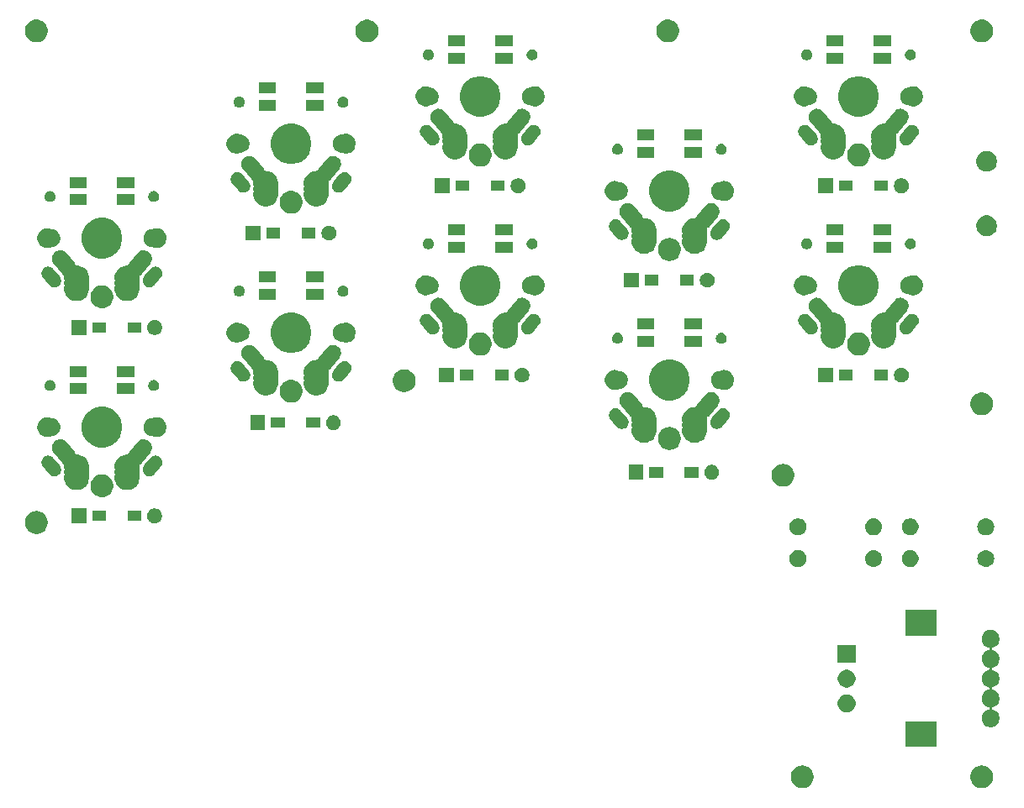
<source format=gbr>
G04 #@! TF.GenerationSoftware,KiCad,Pcbnew,(5.1.4)-1*
G04 #@! TF.CreationDate,2019-10-27T04:35:50+09:00*
G04 #@! TF.ProjectId,pps8,70707338-2e6b-4696-9361-645f70636258,rev?*
G04 #@! TF.SameCoordinates,Original*
G04 #@! TF.FileFunction,Soldermask,Bot*
G04 #@! TF.FilePolarity,Negative*
%FSLAX46Y46*%
G04 Gerber Fmt 4.6, Leading zero omitted, Abs format (unit mm)*
G04 Created by KiCad (PCBNEW (5.1.4)-1) date 2019-10-27 04:35:50*
%MOMM*%
%LPD*%
G04 APERTURE LIST*
%ADD10C,0.100000*%
G04 APERTURE END LIST*
D10*
G36*
X97824549Y-62171116D02*
G01*
X97935734Y-62193232D01*
X98145203Y-62279997D01*
X98333720Y-62405960D01*
X98494040Y-62566280D01*
X98620003Y-62754797D01*
X98706768Y-62964266D01*
X98751000Y-63186636D01*
X98751000Y-63413364D01*
X98706768Y-63635734D01*
X98620003Y-63845203D01*
X98494040Y-64033720D01*
X98333720Y-64194040D01*
X98145203Y-64320003D01*
X97935734Y-64406768D01*
X97824549Y-64428884D01*
X97713365Y-64451000D01*
X97486635Y-64451000D01*
X97375451Y-64428884D01*
X97264266Y-64406768D01*
X97054797Y-64320003D01*
X96866280Y-64194040D01*
X96705960Y-64033720D01*
X96579997Y-63845203D01*
X96493232Y-63635734D01*
X96449000Y-63413364D01*
X96449000Y-63186636D01*
X96493232Y-62964266D01*
X96579997Y-62754797D01*
X96705960Y-62566280D01*
X96866280Y-62405960D01*
X97054797Y-62279997D01*
X97264266Y-62193232D01*
X97375451Y-62171116D01*
X97486635Y-62149000D01*
X97713365Y-62149000D01*
X97824549Y-62171116D01*
X97824549Y-62171116D01*
G37*
G36*
X79774549Y-62171116D02*
G01*
X79885734Y-62193232D01*
X80095203Y-62279997D01*
X80283720Y-62405960D01*
X80444040Y-62566280D01*
X80570003Y-62754797D01*
X80656768Y-62964266D01*
X80701000Y-63186636D01*
X80701000Y-63413364D01*
X80656768Y-63635734D01*
X80570003Y-63845203D01*
X80444040Y-64033720D01*
X80283720Y-64194040D01*
X80095203Y-64320003D01*
X79885734Y-64406768D01*
X79774549Y-64428884D01*
X79663365Y-64451000D01*
X79436635Y-64451000D01*
X79325451Y-64428884D01*
X79214266Y-64406768D01*
X79004797Y-64320003D01*
X78816280Y-64194040D01*
X78655960Y-64033720D01*
X78529997Y-63845203D01*
X78443232Y-63635734D01*
X78399000Y-63413364D01*
X78399000Y-63186636D01*
X78443232Y-62964266D01*
X78529997Y-62754797D01*
X78655960Y-62566280D01*
X78816280Y-62405960D01*
X79004797Y-62279997D01*
X79214266Y-62193232D01*
X79325451Y-62171116D01*
X79436635Y-62149000D01*
X79663365Y-62149000D01*
X79774549Y-62171116D01*
X79774549Y-62171116D01*
G37*
G36*
X93051000Y-60301000D02*
G01*
X89949000Y-60301000D01*
X89949000Y-57699000D01*
X93051000Y-57699000D01*
X93051000Y-60301000D01*
X93051000Y-60301000D01*
G37*
G36*
X98613512Y-48503927D02*
G01*
X98762812Y-48533624D01*
X98926784Y-48601544D01*
X99074354Y-48700147D01*
X99199853Y-48825646D01*
X99298456Y-48973216D01*
X99366376Y-49137188D01*
X99401000Y-49311259D01*
X99401000Y-49488741D01*
X99366376Y-49662812D01*
X99298456Y-49826784D01*
X99199853Y-49974354D01*
X99074354Y-50099853D01*
X98926784Y-50198456D01*
X98762812Y-50266376D01*
X98707362Y-50277405D01*
X98683922Y-50284516D01*
X98662311Y-50296067D01*
X98643369Y-50311613D01*
X98627824Y-50330555D01*
X98616273Y-50352165D01*
X98609160Y-50375614D01*
X98606758Y-50400000D01*
X98609160Y-50424387D01*
X98616273Y-50447835D01*
X98627824Y-50469446D01*
X98643370Y-50488388D01*
X98662312Y-50503933D01*
X98683922Y-50515484D01*
X98707362Y-50522595D01*
X98762812Y-50533624D01*
X98926784Y-50601544D01*
X99074354Y-50700147D01*
X99199853Y-50825646D01*
X99298456Y-50973216D01*
X99366376Y-51137188D01*
X99401000Y-51311259D01*
X99401000Y-51488741D01*
X99366376Y-51662812D01*
X99298456Y-51826784D01*
X99199853Y-51974354D01*
X99074354Y-52099853D01*
X98926784Y-52198456D01*
X98762812Y-52266376D01*
X98707362Y-52277405D01*
X98683922Y-52284516D01*
X98662311Y-52296067D01*
X98643369Y-52311613D01*
X98627824Y-52330555D01*
X98616273Y-52352165D01*
X98609160Y-52375614D01*
X98606758Y-52400000D01*
X98609160Y-52424387D01*
X98616273Y-52447835D01*
X98627824Y-52469446D01*
X98643370Y-52488388D01*
X98662312Y-52503933D01*
X98683922Y-52515484D01*
X98707362Y-52522595D01*
X98762812Y-52533624D01*
X98926784Y-52601544D01*
X99074354Y-52700147D01*
X99199853Y-52825646D01*
X99298456Y-52973216D01*
X99366376Y-53137188D01*
X99401000Y-53311259D01*
X99401000Y-53488741D01*
X99366376Y-53662812D01*
X99298456Y-53826784D01*
X99199853Y-53974354D01*
X99074354Y-54099853D01*
X98926784Y-54198456D01*
X98762812Y-54266376D01*
X98707362Y-54277405D01*
X98683922Y-54284516D01*
X98662311Y-54296067D01*
X98643369Y-54311613D01*
X98627824Y-54330555D01*
X98616273Y-54352165D01*
X98609160Y-54375614D01*
X98606758Y-54400000D01*
X98609160Y-54424387D01*
X98616273Y-54447835D01*
X98627824Y-54469446D01*
X98643370Y-54488388D01*
X98662312Y-54503933D01*
X98683922Y-54515484D01*
X98707362Y-54522595D01*
X98762812Y-54533624D01*
X98926784Y-54601544D01*
X99074354Y-54700147D01*
X99199853Y-54825646D01*
X99298456Y-54973216D01*
X99366376Y-55137188D01*
X99401000Y-55311259D01*
X99401000Y-55488741D01*
X99366376Y-55662812D01*
X99298456Y-55826784D01*
X99199853Y-55974354D01*
X99074354Y-56099853D01*
X98926784Y-56198456D01*
X98762812Y-56266376D01*
X98707362Y-56277405D01*
X98683922Y-56284516D01*
X98662311Y-56296067D01*
X98643369Y-56311613D01*
X98627824Y-56330555D01*
X98616273Y-56352165D01*
X98609160Y-56375614D01*
X98606758Y-56400000D01*
X98609160Y-56424387D01*
X98616273Y-56447835D01*
X98627824Y-56469446D01*
X98643370Y-56488388D01*
X98662312Y-56503933D01*
X98683922Y-56515484D01*
X98707362Y-56522595D01*
X98762812Y-56533624D01*
X98926784Y-56601544D01*
X99074354Y-56700147D01*
X99199853Y-56825646D01*
X99298456Y-56973216D01*
X99366376Y-57137188D01*
X99401000Y-57311259D01*
X99401000Y-57488741D01*
X99366376Y-57662812D01*
X99298456Y-57826784D01*
X99199853Y-57974354D01*
X99074354Y-58099853D01*
X98926784Y-58198456D01*
X98762812Y-58266376D01*
X98613512Y-58296073D01*
X98588742Y-58301000D01*
X98411258Y-58301000D01*
X98386488Y-58296073D01*
X98237188Y-58266376D01*
X98073216Y-58198456D01*
X97925646Y-58099853D01*
X97800147Y-57974354D01*
X97701544Y-57826784D01*
X97633624Y-57662812D01*
X97599000Y-57488741D01*
X97599000Y-57311259D01*
X97633624Y-57137188D01*
X97701544Y-56973216D01*
X97800147Y-56825646D01*
X97925646Y-56700147D01*
X98073216Y-56601544D01*
X98237188Y-56533624D01*
X98292638Y-56522595D01*
X98316078Y-56515484D01*
X98337689Y-56503933D01*
X98356631Y-56488387D01*
X98372176Y-56469445D01*
X98383727Y-56447835D01*
X98390840Y-56424386D01*
X98393242Y-56400000D01*
X98390840Y-56375613D01*
X98383727Y-56352165D01*
X98372176Y-56330554D01*
X98356630Y-56311612D01*
X98337688Y-56296067D01*
X98316078Y-56284516D01*
X98292638Y-56277405D01*
X98237188Y-56266376D01*
X98073216Y-56198456D01*
X97925646Y-56099853D01*
X97800147Y-55974354D01*
X97701544Y-55826784D01*
X97633624Y-55662812D01*
X97599000Y-55488741D01*
X97599000Y-55311259D01*
X97633624Y-55137188D01*
X97701544Y-54973216D01*
X97800147Y-54825646D01*
X97925646Y-54700147D01*
X98073216Y-54601544D01*
X98237188Y-54533624D01*
X98292638Y-54522595D01*
X98316078Y-54515484D01*
X98337689Y-54503933D01*
X98356631Y-54488387D01*
X98372176Y-54469445D01*
X98383727Y-54447835D01*
X98390840Y-54424386D01*
X98393242Y-54400000D01*
X98390840Y-54375613D01*
X98383727Y-54352165D01*
X98372176Y-54330554D01*
X98356630Y-54311612D01*
X98337688Y-54296067D01*
X98316078Y-54284516D01*
X98292638Y-54277405D01*
X98237188Y-54266376D01*
X98073216Y-54198456D01*
X97925646Y-54099853D01*
X97800147Y-53974354D01*
X97701544Y-53826784D01*
X97633624Y-53662812D01*
X97599000Y-53488741D01*
X97599000Y-53311259D01*
X97633624Y-53137188D01*
X97701544Y-52973216D01*
X97800147Y-52825646D01*
X97925646Y-52700147D01*
X98073216Y-52601544D01*
X98237188Y-52533624D01*
X98292638Y-52522595D01*
X98316078Y-52515484D01*
X98337689Y-52503933D01*
X98356631Y-52488387D01*
X98372176Y-52469445D01*
X98383727Y-52447835D01*
X98390840Y-52424386D01*
X98393242Y-52400000D01*
X98390840Y-52375613D01*
X98383727Y-52352165D01*
X98372176Y-52330554D01*
X98356630Y-52311612D01*
X98337688Y-52296067D01*
X98316078Y-52284516D01*
X98292638Y-52277405D01*
X98237188Y-52266376D01*
X98073216Y-52198456D01*
X97925646Y-52099853D01*
X97800147Y-51974354D01*
X97701544Y-51826784D01*
X97633624Y-51662812D01*
X97599000Y-51488741D01*
X97599000Y-51311259D01*
X97633624Y-51137188D01*
X97701544Y-50973216D01*
X97800147Y-50825646D01*
X97925646Y-50700147D01*
X98073216Y-50601544D01*
X98237188Y-50533624D01*
X98292638Y-50522595D01*
X98316078Y-50515484D01*
X98337689Y-50503933D01*
X98356631Y-50488387D01*
X98372176Y-50469445D01*
X98383727Y-50447835D01*
X98390840Y-50424386D01*
X98393242Y-50400000D01*
X98390840Y-50375613D01*
X98383727Y-50352165D01*
X98372176Y-50330554D01*
X98356630Y-50311612D01*
X98337688Y-50296067D01*
X98316078Y-50284516D01*
X98292638Y-50277405D01*
X98237188Y-50266376D01*
X98073216Y-50198456D01*
X97925646Y-50099853D01*
X97800147Y-49974354D01*
X97701544Y-49826784D01*
X97633624Y-49662812D01*
X97599000Y-49488741D01*
X97599000Y-49311259D01*
X97633624Y-49137188D01*
X97701544Y-48973216D01*
X97800147Y-48825646D01*
X97925646Y-48700147D01*
X98073216Y-48601544D01*
X98237188Y-48533624D01*
X98386488Y-48503927D01*
X98411258Y-48499000D01*
X98588742Y-48499000D01*
X98613512Y-48503927D01*
X98613512Y-48503927D01*
G37*
G36*
X84113512Y-55003927D02*
G01*
X84262812Y-55033624D01*
X84426784Y-55101544D01*
X84574354Y-55200147D01*
X84699853Y-55325646D01*
X84798456Y-55473216D01*
X84866376Y-55637188D01*
X84901000Y-55811259D01*
X84901000Y-55988741D01*
X84866376Y-56162812D01*
X84798456Y-56326784D01*
X84699853Y-56474354D01*
X84574354Y-56599853D01*
X84426784Y-56698456D01*
X84262812Y-56766376D01*
X84113512Y-56796073D01*
X84088742Y-56801000D01*
X83911258Y-56801000D01*
X83886488Y-56796073D01*
X83737188Y-56766376D01*
X83573216Y-56698456D01*
X83425646Y-56599853D01*
X83300147Y-56474354D01*
X83201544Y-56326784D01*
X83133624Y-56162812D01*
X83099000Y-55988741D01*
X83099000Y-55811259D01*
X83133624Y-55637188D01*
X83201544Y-55473216D01*
X83300147Y-55325646D01*
X83425646Y-55200147D01*
X83573216Y-55101544D01*
X83737188Y-55033624D01*
X83886488Y-55003927D01*
X83911258Y-54999000D01*
X84088742Y-54999000D01*
X84113512Y-55003927D01*
X84113512Y-55003927D01*
G37*
G36*
X84113512Y-52503927D02*
G01*
X84262812Y-52533624D01*
X84426784Y-52601544D01*
X84574354Y-52700147D01*
X84699853Y-52825646D01*
X84798456Y-52973216D01*
X84866376Y-53137188D01*
X84901000Y-53311259D01*
X84901000Y-53488741D01*
X84866376Y-53662812D01*
X84798456Y-53826784D01*
X84699853Y-53974354D01*
X84574354Y-54099853D01*
X84426784Y-54198456D01*
X84262812Y-54266376D01*
X84113541Y-54296067D01*
X84088742Y-54301000D01*
X83911258Y-54301000D01*
X83886459Y-54296067D01*
X83737188Y-54266376D01*
X83573216Y-54198456D01*
X83425646Y-54099853D01*
X83300147Y-53974354D01*
X83201544Y-53826784D01*
X83133624Y-53662812D01*
X83099000Y-53488741D01*
X83099000Y-53311259D01*
X83133624Y-53137188D01*
X83201544Y-52973216D01*
X83300147Y-52825646D01*
X83425646Y-52700147D01*
X83573216Y-52601544D01*
X83737188Y-52533624D01*
X83886488Y-52503927D01*
X83911258Y-52499000D01*
X84088742Y-52499000D01*
X84113512Y-52503927D01*
X84113512Y-52503927D01*
G37*
G36*
X84901000Y-51801000D02*
G01*
X83099000Y-51801000D01*
X83099000Y-49999000D01*
X84901000Y-49999000D01*
X84901000Y-51801000D01*
X84901000Y-51801000D01*
G37*
G36*
X93051000Y-49101000D02*
G01*
X89949000Y-49101000D01*
X89949000Y-46499000D01*
X93051000Y-46499000D01*
X93051000Y-49101000D01*
X93051000Y-49101000D01*
G37*
G36*
X79348228Y-40481703D02*
G01*
X79503100Y-40545853D01*
X79642481Y-40638985D01*
X79761015Y-40757519D01*
X79854147Y-40896900D01*
X79918297Y-41051772D01*
X79951000Y-41216184D01*
X79951000Y-41383816D01*
X79918297Y-41548228D01*
X79854147Y-41703100D01*
X79761015Y-41842481D01*
X79642481Y-41961015D01*
X79503100Y-42054147D01*
X79348228Y-42118297D01*
X79183816Y-42151000D01*
X79016184Y-42151000D01*
X78851772Y-42118297D01*
X78696900Y-42054147D01*
X78557519Y-41961015D01*
X78438985Y-41842481D01*
X78345853Y-41703100D01*
X78281703Y-41548228D01*
X78249000Y-41383816D01*
X78249000Y-41216184D01*
X78281703Y-41051772D01*
X78345853Y-40896900D01*
X78438985Y-40757519D01*
X78557519Y-40638985D01*
X78696900Y-40545853D01*
X78851772Y-40481703D01*
X79016184Y-40449000D01*
X79183816Y-40449000D01*
X79348228Y-40481703D01*
X79348228Y-40481703D01*
G37*
G36*
X86886823Y-40461313D02*
G01*
X87047242Y-40509976D01*
X87114361Y-40545852D01*
X87195078Y-40588996D01*
X87324659Y-40695341D01*
X87431004Y-40824922D01*
X87431005Y-40824924D01*
X87510024Y-40972758D01*
X87558687Y-41133177D01*
X87575117Y-41300000D01*
X87558687Y-41466823D01*
X87510024Y-41627242D01*
X87469477Y-41703100D01*
X87431004Y-41775078D01*
X87324659Y-41904659D01*
X87195078Y-42011004D01*
X87195076Y-42011005D01*
X87047242Y-42090024D01*
X86886823Y-42138687D01*
X86761804Y-42151000D01*
X86678196Y-42151000D01*
X86553177Y-42138687D01*
X86392758Y-42090024D01*
X86244924Y-42011005D01*
X86244922Y-42011004D01*
X86115341Y-41904659D01*
X86008996Y-41775078D01*
X85970523Y-41703100D01*
X85929976Y-41627242D01*
X85881313Y-41466823D01*
X85864883Y-41300000D01*
X85881313Y-41133177D01*
X85929976Y-40972758D01*
X86008995Y-40824924D01*
X86008996Y-40824922D01*
X86115341Y-40695341D01*
X86244922Y-40588996D01*
X86325639Y-40545852D01*
X86392758Y-40509976D01*
X86553177Y-40461313D01*
X86678196Y-40449000D01*
X86761804Y-40449000D01*
X86886823Y-40461313D01*
X86886823Y-40461313D01*
G37*
G36*
X98186823Y-40461313D02*
G01*
X98347242Y-40509976D01*
X98414361Y-40545852D01*
X98495078Y-40588996D01*
X98624659Y-40695341D01*
X98731004Y-40824922D01*
X98731005Y-40824924D01*
X98810024Y-40972758D01*
X98858687Y-41133177D01*
X98875117Y-41300000D01*
X98858687Y-41466823D01*
X98810024Y-41627242D01*
X98769477Y-41703100D01*
X98731004Y-41775078D01*
X98624659Y-41904659D01*
X98495078Y-42011004D01*
X98495076Y-42011005D01*
X98347242Y-42090024D01*
X98186823Y-42138687D01*
X98061804Y-42151000D01*
X97978196Y-42151000D01*
X97853177Y-42138687D01*
X97692758Y-42090024D01*
X97544924Y-42011005D01*
X97544922Y-42011004D01*
X97415341Y-41904659D01*
X97308996Y-41775078D01*
X97270523Y-41703100D01*
X97229976Y-41627242D01*
X97181313Y-41466823D01*
X97164883Y-41300000D01*
X97181313Y-41133177D01*
X97229976Y-40972758D01*
X97308995Y-40824924D01*
X97308996Y-40824922D01*
X97415341Y-40695341D01*
X97544922Y-40588996D01*
X97625639Y-40545852D01*
X97692758Y-40509976D01*
X97853177Y-40461313D01*
X97978196Y-40449000D01*
X98061804Y-40449000D01*
X98186823Y-40461313D01*
X98186823Y-40461313D01*
G37*
G36*
X90648228Y-40481703D02*
G01*
X90803100Y-40545853D01*
X90942481Y-40638985D01*
X91061015Y-40757519D01*
X91154147Y-40896900D01*
X91218297Y-41051772D01*
X91251000Y-41216184D01*
X91251000Y-41383816D01*
X91218297Y-41548228D01*
X91154147Y-41703100D01*
X91061015Y-41842481D01*
X90942481Y-41961015D01*
X90803100Y-42054147D01*
X90648228Y-42118297D01*
X90483816Y-42151000D01*
X90316184Y-42151000D01*
X90151772Y-42118297D01*
X89996900Y-42054147D01*
X89857519Y-41961015D01*
X89738985Y-41842481D01*
X89645853Y-41703100D01*
X89581703Y-41548228D01*
X89549000Y-41383816D01*
X89549000Y-41216184D01*
X89581703Y-41051772D01*
X89645853Y-40896900D01*
X89738985Y-40757519D01*
X89857519Y-40638985D01*
X89996900Y-40545853D01*
X90151772Y-40481703D01*
X90316184Y-40449000D01*
X90483816Y-40449000D01*
X90648228Y-40481703D01*
X90648228Y-40481703D01*
G37*
G36*
X79348228Y-37281703D02*
G01*
X79503100Y-37345853D01*
X79642481Y-37438985D01*
X79761015Y-37557519D01*
X79854147Y-37696900D01*
X79918297Y-37851772D01*
X79951000Y-38016184D01*
X79951000Y-38183816D01*
X79918297Y-38348228D01*
X79854147Y-38503100D01*
X79761015Y-38642481D01*
X79642481Y-38761015D01*
X79503100Y-38854147D01*
X79348228Y-38918297D01*
X79183816Y-38951000D01*
X79016184Y-38951000D01*
X78851772Y-38918297D01*
X78696900Y-38854147D01*
X78557519Y-38761015D01*
X78438985Y-38642481D01*
X78345853Y-38503100D01*
X78281703Y-38348228D01*
X78249000Y-38183816D01*
X78249000Y-38016184D01*
X78281703Y-37851772D01*
X78345853Y-37696900D01*
X78438985Y-37557519D01*
X78557519Y-37438985D01*
X78696900Y-37345853D01*
X78851772Y-37281703D01*
X79016184Y-37249000D01*
X79183816Y-37249000D01*
X79348228Y-37281703D01*
X79348228Y-37281703D01*
G37*
G36*
X86886823Y-37261313D02*
G01*
X87047242Y-37309976D01*
X87114361Y-37345852D01*
X87195078Y-37388996D01*
X87324659Y-37495341D01*
X87431004Y-37624922D01*
X87431005Y-37624924D01*
X87510024Y-37772758D01*
X87558687Y-37933177D01*
X87575117Y-38100000D01*
X87558687Y-38266823D01*
X87510024Y-38427242D01*
X87469477Y-38503100D01*
X87431004Y-38575078D01*
X87324659Y-38704659D01*
X87195078Y-38811004D01*
X87195076Y-38811005D01*
X87047242Y-38890024D01*
X86886823Y-38938687D01*
X86761804Y-38951000D01*
X86678196Y-38951000D01*
X86553177Y-38938687D01*
X86392758Y-38890024D01*
X86244924Y-38811005D01*
X86244922Y-38811004D01*
X86115341Y-38704659D01*
X86008996Y-38575078D01*
X85970523Y-38503100D01*
X85929976Y-38427242D01*
X85881313Y-38266823D01*
X85864883Y-38100000D01*
X85881313Y-37933177D01*
X85929976Y-37772758D01*
X86008995Y-37624924D01*
X86008996Y-37624922D01*
X86115341Y-37495341D01*
X86244922Y-37388996D01*
X86325639Y-37345852D01*
X86392758Y-37309976D01*
X86553177Y-37261313D01*
X86678196Y-37249000D01*
X86761804Y-37249000D01*
X86886823Y-37261313D01*
X86886823Y-37261313D01*
G37*
G36*
X90648228Y-37281703D02*
G01*
X90803100Y-37345853D01*
X90942481Y-37438985D01*
X91061015Y-37557519D01*
X91154147Y-37696900D01*
X91218297Y-37851772D01*
X91251000Y-38016184D01*
X91251000Y-38183816D01*
X91218297Y-38348228D01*
X91154147Y-38503100D01*
X91061015Y-38642481D01*
X90942481Y-38761015D01*
X90803100Y-38854147D01*
X90648228Y-38918297D01*
X90483816Y-38951000D01*
X90316184Y-38951000D01*
X90151772Y-38918297D01*
X89996900Y-38854147D01*
X89857519Y-38761015D01*
X89738985Y-38642481D01*
X89645853Y-38503100D01*
X89581703Y-38348228D01*
X89549000Y-38183816D01*
X89549000Y-38016184D01*
X89581703Y-37851772D01*
X89645853Y-37696900D01*
X89738985Y-37557519D01*
X89857519Y-37438985D01*
X89996900Y-37345853D01*
X90151772Y-37281703D01*
X90316184Y-37249000D01*
X90483816Y-37249000D01*
X90648228Y-37281703D01*
X90648228Y-37281703D01*
G37*
G36*
X98186823Y-37261313D02*
G01*
X98347242Y-37309976D01*
X98414361Y-37345852D01*
X98495078Y-37388996D01*
X98624659Y-37495341D01*
X98731004Y-37624922D01*
X98731005Y-37624924D01*
X98810024Y-37772758D01*
X98858687Y-37933177D01*
X98875117Y-38100000D01*
X98858687Y-38266823D01*
X98810024Y-38427242D01*
X98769477Y-38503100D01*
X98731004Y-38575078D01*
X98624659Y-38704659D01*
X98495078Y-38811004D01*
X98495076Y-38811005D01*
X98347242Y-38890024D01*
X98186823Y-38938687D01*
X98061804Y-38951000D01*
X97978196Y-38951000D01*
X97853177Y-38938687D01*
X97692758Y-38890024D01*
X97544924Y-38811005D01*
X97544922Y-38811004D01*
X97415341Y-38704659D01*
X97308996Y-38575078D01*
X97270523Y-38503100D01*
X97229976Y-38427242D01*
X97181313Y-38266823D01*
X97164883Y-38100000D01*
X97181313Y-37933177D01*
X97229976Y-37772758D01*
X97308995Y-37624924D01*
X97308996Y-37624922D01*
X97415341Y-37495341D01*
X97544922Y-37388996D01*
X97625639Y-37345852D01*
X97692758Y-37309976D01*
X97853177Y-37261313D01*
X97978196Y-37249000D01*
X98061804Y-37249000D01*
X98186823Y-37261313D01*
X98186823Y-37261313D01*
G37*
G36*
X2624549Y-36521116D02*
G01*
X2735734Y-36543232D01*
X2945203Y-36629997D01*
X3133720Y-36755960D01*
X3294040Y-36916280D01*
X3420003Y-37104797D01*
X3504991Y-37309975D01*
X3506768Y-37314267D01*
X3551000Y-37536635D01*
X3551000Y-37763365D01*
X3549131Y-37772761D01*
X3506768Y-37985734D01*
X3420003Y-38195203D01*
X3294040Y-38383720D01*
X3133720Y-38544040D01*
X2945203Y-38670003D01*
X2735734Y-38756768D01*
X2624549Y-38778884D01*
X2513365Y-38801000D01*
X2286635Y-38801000D01*
X2175451Y-38778884D01*
X2064266Y-38756768D01*
X1854797Y-38670003D01*
X1666280Y-38544040D01*
X1505960Y-38383720D01*
X1379997Y-38195203D01*
X1293232Y-37985734D01*
X1250869Y-37772761D01*
X1249000Y-37763365D01*
X1249000Y-37536635D01*
X1293232Y-37314267D01*
X1295010Y-37309975D01*
X1379997Y-37104797D01*
X1505960Y-36916280D01*
X1666280Y-36755960D01*
X1854797Y-36629997D01*
X2064266Y-36543232D01*
X2175451Y-36521116D01*
X2286635Y-36499000D01*
X2513365Y-36499000D01*
X2624549Y-36521116D01*
X2624549Y-36521116D01*
G37*
G36*
X14404425Y-36254599D02*
G01*
X14528621Y-36279302D01*
X14665022Y-36335801D01*
X14787779Y-36417825D01*
X14892175Y-36522221D01*
X14974199Y-36644978D01*
X15030698Y-36781379D01*
X15059500Y-36926181D01*
X15059500Y-37073819D01*
X15030698Y-37218621D01*
X14974199Y-37355022D01*
X14892175Y-37477779D01*
X14787779Y-37582175D01*
X14665022Y-37664199D01*
X14528621Y-37720698D01*
X14404425Y-37745401D01*
X14383820Y-37749500D01*
X14236180Y-37749500D01*
X14215575Y-37745401D01*
X14091379Y-37720698D01*
X13954978Y-37664199D01*
X13832221Y-37582175D01*
X13727825Y-37477779D01*
X13645801Y-37355022D01*
X13589302Y-37218621D01*
X13560500Y-37073819D01*
X13560500Y-36926181D01*
X13589302Y-36781379D01*
X13645801Y-36644978D01*
X13727825Y-36522221D01*
X13832221Y-36417825D01*
X13954978Y-36335801D01*
X14091379Y-36279302D01*
X14215575Y-36254599D01*
X14236180Y-36250500D01*
X14383820Y-36250500D01*
X14404425Y-36254599D01*
X14404425Y-36254599D01*
G37*
G36*
X7439500Y-37749500D02*
G01*
X5940500Y-37749500D01*
X5940500Y-36250500D01*
X7439500Y-36250500D01*
X7439500Y-37749500D01*
X7439500Y-37749500D01*
G37*
G36*
X12976000Y-37526000D02*
G01*
X11574000Y-37526000D01*
X11574000Y-36474000D01*
X12976000Y-36474000D01*
X12976000Y-37526000D01*
X12976000Y-37526000D01*
G37*
G36*
X9426000Y-37526000D02*
G01*
X8024000Y-37526000D01*
X8024000Y-36474000D01*
X9426000Y-36474000D01*
X9426000Y-37526000D01*
X9426000Y-37526000D01*
G37*
G36*
X9212001Y-32818620D02*
G01*
X9335734Y-32843232D01*
X9545203Y-32929997D01*
X9733720Y-33055960D01*
X9894040Y-33216280D01*
X10020003Y-33404797D01*
X10106768Y-33614266D01*
X10151000Y-33836636D01*
X10151000Y-34063364D01*
X10106768Y-34285734D01*
X10020003Y-34495203D01*
X9894040Y-34683720D01*
X9733720Y-34844040D01*
X9545203Y-34970003D01*
X9335734Y-35056768D01*
X9224549Y-35078884D01*
X9113365Y-35101000D01*
X8886635Y-35101000D01*
X8775451Y-35078884D01*
X8664266Y-35056768D01*
X8454797Y-34970003D01*
X8266280Y-34844040D01*
X8105960Y-34683720D01*
X7979997Y-34495203D01*
X7893232Y-34285734D01*
X7849000Y-34063364D01*
X7849000Y-33836636D01*
X7893232Y-33614266D01*
X7979997Y-33404797D01*
X8105960Y-33216280D01*
X8266280Y-33055960D01*
X8454797Y-32929997D01*
X8664266Y-32843232D01*
X8787999Y-32818620D01*
X8886635Y-32799000D01*
X9113365Y-32799000D01*
X9212001Y-32818620D01*
X9212001Y-32818620D01*
G37*
G36*
X13247867Y-29285568D02*
G01*
X13302101Y-29286160D01*
X13344497Y-29295075D01*
X13461325Y-29319641D01*
X13610960Y-29383543D01*
X13728462Y-29463922D01*
X13745252Y-29475408D01*
X13859042Y-29591708D01*
X13947957Y-29727973D01*
X14008579Y-29878965D01*
X14038579Y-30038883D01*
X14036804Y-30201581D01*
X14003323Y-30360806D01*
X13939421Y-30510441D01*
X13870574Y-30611085D01*
X13014931Y-31630800D01*
X12927772Y-31716078D01*
X12840388Y-31773097D01*
X12821281Y-31788433D01*
X12805530Y-31807204D01*
X12793744Y-31828687D01*
X12786375Y-31852057D01*
X12783707Y-31876416D01*
X12786101Y-31902160D01*
X12791000Y-31926787D01*
X12791000Y-32173214D01*
X12770631Y-32275614D01*
X12768229Y-32300000D01*
X12770631Y-32324386D01*
X12791000Y-32426786D01*
X12791000Y-32673214D01*
X12762675Y-32815614D01*
X12760273Y-32840000D01*
X12762675Y-32864386D01*
X12791000Y-33006786D01*
X12791000Y-33253214D01*
X12742925Y-33494903D01*
X12675111Y-33658622D01*
X12648622Y-33722571D01*
X12511715Y-33927466D01*
X12337466Y-34101715D01*
X12132571Y-34238622D01*
X12132570Y-34238623D01*
X12132569Y-34238623D01*
X11904903Y-34332925D01*
X11663214Y-34381000D01*
X11416786Y-34381000D01*
X11175097Y-34332925D01*
X10947431Y-34238623D01*
X10947430Y-34238623D01*
X10947429Y-34238622D01*
X10742534Y-34101715D01*
X10568285Y-33927466D01*
X10431378Y-33722571D01*
X10404890Y-33658622D01*
X10337075Y-33494903D01*
X10289000Y-33253214D01*
X10289000Y-33006786D01*
X10317325Y-32864386D01*
X10319727Y-32840000D01*
X10317325Y-32815614D01*
X10289000Y-32673214D01*
X10289000Y-32426786D01*
X10309369Y-32324386D01*
X10311771Y-32300000D01*
X10309369Y-32275614D01*
X10289000Y-32173214D01*
X10289000Y-31926786D01*
X10337075Y-31685097D01*
X10431377Y-31457431D01*
X10442103Y-31441378D01*
X10568285Y-31252534D01*
X10742534Y-31078285D01*
X10947429Y-30941378D01*
X10954865Y-30938298D01*
X11175097Y-30847075D01*
X11416786Y-30799000D01*
X11542762Y-30799000D01*
X11567148Y-30796598D01*
X11590597Y-30789485D01*
X11612208Y-30777934D01*
X11631150Y-30762389D01*
X11646695Y-30743447D01*
X11657717Y-30723094D01*
X11662990Y-30710746D01*
X11680579Y-30669560D01*
X11749426Y-30568916D01*
X12605068Y-29549200D01*
X12692227Y-29463922D01*
X12828492Y-29375007D01*
X12979484Y-29314385D01*
X13059443Y-29299385D01*
X13139400Y-29284385D01*
X13139402Y-29284385D01*
X13247867Y-29285568D01*
X13247867Y-29285568D01*
G37*
G36*
X4940556Y-29299385D02*
G01*
X5020515Y-29314385D01*
X5171507Y-29375007D01*
X5307772Y-29463922D01*
X5394931Y-29549200D01*
X6250574Y-30568915D01*
X6250578Y-30568921D01*
X6319421Y-30669559D01*
X6342283Y-30723093D01*
X6354069Y-30744576D01*
X6369820Y-30763348D01*
X6388930Y-30778685D01*
X6410666Y-30790000D01*
X6434191Y-30796857D01*
X6457238Y-30799000D01*
X6583214Y-30799000D01*
X6824903Y-30847075D01*
X7045136Y-30938298D01*
X7052571Y-30941378D01*
X7257466Y-31078285D01*
X7431715Y-31252534D01*
X7557897Y-31441378D01*
X7568623Y-31457431D01*
X7662925Y-31685097D01*
X7711000Y-31926786D01*
X7711000Y-32173214D01*
X7690631Y-32275614D01*
X7688229Y-32300000D01*
X7690631Y-32324386D01*
X7711000Y-32426786D01*
X7711000Y-32673214D01*
X7682675Y-32815614D01*
X7680273Y-32840000D01*
X7682675Y-32864386D01*
X7711000Y-33006786D01*
X7711000Y-33253214D01*
X7662925Y-33494903D01*
X7595111Y-33658622D01*
X7568622Y-33722571D01*
X7431715Y-33927466D01*
X7257466Y-34101715D01*
X7052571Y-34238622D01*
X7052570Y-34238623D01*
X7052569Y-34238623D01*
X6824903Y-34332925D01*
X6583214Y-34381000D01*
X6336786Y-34381000D01*
X6095097Y-34332925D01*
X5867431Y-34238623D01*
X5867430Y-34238623D01*
X5867429Y-34238622D01*
X5662534Y-34101715D01*
X5488285Y-33927466D01*
X5351378Y-33722571D01*
X5324890Y-33658622D01*
X5257075Y-33494903D01*
X5209000Y-33253214D01*
X5209000Y-33006786D01*
X5237325Y-32864386D01*
X5239727Y-32840000D01*
X5237325Y-32815614D01*
X5209000Y-32673214D01*
X5209000Y-32426786D01*
X5229369Y-32324386D01*
X5231771Y-32300000D01*
X5229369Y-32275614D01*
X5209000Y-32173214D01*
X5209000Y-31926785D01*
X5213897Y-31902164D01*
X5216299Y-31877777D01*
X5213897Y-31853391D01*
X5206783Y-31829942D01*
X5195232Y-31808332D01*
X5179687Y-31789390D01*
X5159611Y-31773097D01*
X5072227Y-31716078D01*
X4985068Y-31630800D01*
X4129426Y-30611084D01*
X4060579Y-30510440D01*
X3996678Y-30360808D01*
X3996678Y-30360807D01*
X3996677Y-30360805D01*
X3975346Y-30259362D01*
X3963196Y-30201581D01*
X3961421Y-30038881D01*
X3991421Y-29878967D01*
X3991421Y-29878965D01*
X4052043Y-29727973D01*
X4140958Y-29591708D01*
X4254748Y-29475408D01*
X4271539Y-29463922D01*
X4389040Y-29383543D01*
X4538672Y-29319642D01*
X4538673Y-29319642D01*
X4538675Y-29319641D01*
X4640118Y-29298310D01*
X4697899Y-29286160D01*
X4752132Y-29285568D01*
X4860597Y-29284385D01*
X4860599Y-29284385D01*
X4940556Y-29299385D01*
X4940556Y-29299385D01*
G37*
G36*
X77824549Y-31771116D02*
G01*
X77935734Y-31793232D01*
X78083850Y-31854584D01*
X78143526Y-31879302D01*
X78145203Y-31879997D01*
X78333720Y-32005960D01*
X78494040Y-32166280D01*
X78620003Y-32354797D01*
X78706768Y-32564266D01*
X78722344Y-32642571D01*
X78748453Y-32773828D01*
X78751000Y-32786636D01*
X78751000Y-33013364D01*
X78706768Y-33235734D01*
X78620003Y-33445203D01*
X78494040Y-33633720D01*
X78333720Y-33794040D01*
X78145203Y-33920003D01*
X77935734Y-34006768D01*
X77824549Y-34028884D01*
X77713365Y-34051000D01*
X77486635Y-34051000D01*
X77375451Y-34028884D01*
X77264266Y-34006768D01*
X77054797Y-33920003D01*
X76866280Y-33794040D01*
X76705960Y-33633720D01*
X76579997Y-33445203D01*
X76493232Y-33235734D01*
X76449000Y-33013364D01*
X76449000Y-32786636D01*
X76451548Y-32773828D01*
X76477656Y-32642571D01*
X76493232Y-32564266D01*
X76579997Y-32354797D01*
X76705960Y-32166280D01*
X76866280Y-32005960D01*
X77054797Y-31879997D01*
X77056475Y-31879302D01*
X77116150Y-31854584D01*
X77264266Y-31793232D01*
X77375451Y-31771116D01*
X77486635Y-31749000D01*
X77713365Y-31749000D01*
X77824549Y-31771116D01*
X77824549Y-31771116D01*
G37*
G36*
X70504425Y-31854599D02*
G01*
X70628621Y-31879302D01*
X70765022Y-31935801D01*
X70887779Y-32017825D01*
X70992175Y-32122221D01*
X71074199Y-32244978D01*
X71130698Y-32381379D01*
X71159500Y-32526181D01*
X71159500Y-32673819D01*
X71130698Y-32818621D01*
X71074199Y-32955022D01*
X70992175Y-33077779D01*
X70887779Y-33182175D01*
X70765022Y-33264199D01*
X70628621Y-33320698D01*
X70504425Y-33345401D01*
X70483820Y-33349500D01*
X70336180Y-33349500D01*
X70315575Y-33345401D01*
X70191379Y-33320698D01*
X70054978Y-33264199D01*
X69932221Y-33182175D01*
X69827825Y-33077779D01*
X69745801Y-32955022D01*
X69689302Y-32818621D01*
X69660500Y-32673819D01*
X69660500Y-32526181D01*
X69689302Y-32381379D01*
X69745801Y-32244978D01*
X69827825Y-32122221D01*
X69932221Y-32017825D01*
X70054978Y-31935801D01*
X70191379Y-31879302D01*
X70315575Y-31854599D01*
X70336180Y-31850500D01*
X70483820Y-31850500D01*
X70504425Y-31854599D01*
X70504425Y-31854599D01*
G37*
G36*
X63539500Y-33349500D02*
G01*
X62040500Y-33349500D01*
X62040500Y-31850500D01*
X63539500Y-31850500D01*
X63539500Y-33349500D01*
X63539500Y-33349500D01*
G37*
G36*
X69076000Y-33126000D02*
G01*
X67674000Y-33126000D01*
X67674000Y-32074000D01*
X69076000Y-32074000D01*
X69076000Y-33126000D01*
X69076000Y-33126000D01*
G37*
G36*
X65526000Y-33126000D02*
G01*
X64124000Y-33126000D01*
X64124000Y-32074000D01*
X65526000Y-32074000D01*
X65526000Y-33126000D01*
X65526000Y-33126000D01*
G37*
G36*
X3749540Y-30927391D02*
G01*
X3784755Y-30933997D01*
X3784757Y-30933998D01*
X3784758Y-30933998D01*
X3908326Y-30983608D01*
X3965844Y-31021139D01*
X4019847Y-31056377D01*
X4054371Y-31090156D01*
X4091178Y-31126169D01*
X4317634Y-31396049D01*
X4744511Y-31904780D01*
X4744513Y-31904783D01*
X4800860Y-31987152D01*
X4853155Y-32109607D01*
X4880556Y-32239919D01*
X4882009Y-32373075D01*
X4857457Y-32503951D01*
X4807845Y-32627521D01*
X4735076Y-32739043D01*
X4641951Y-32834221D01*
X4641950Y-32834222D01*
X4628207Y-32843623D01*
X4532042Y-32909407D01*
X4409586Y-32961702D01*
X4279275Y-32989103D01*
X4146119Y-32990556D01*
X4015244Y-32966004D01*
X3891671Y-32916391D01*
X3780150Y-32843622D01*
X3708826Y-32773837D01*
X3679630Y-32739042D01*
X3055489Y-31995219D01*
X3055484Y-31995213D01*
X2999142Y-31912850D01*
X2946845Y-31790391D01*
X2919445Y-31660081D01*
X2919444Y-31660078D01*
X2918552Y-31578285D01*
X2917991Y-31526926D01*
X2942545Y-31396049D01*
X2942545Y-31396047D01*
X2992155Y-31272479D01*
X3029686Y-31214961D01*
X3064924Y-31160958D01*
X3158050Y-31065778D01*
X3158052Y-31065776D01*
X3267955Y-30990595D01*
X3390414Y-30938298D01*
X3459807Y-30923707D01*
X3520727Y-30910897D01*
X3586559Y-30910179D01*
X3653879Y-30909444D01*
X3749540Y-30927391D01*
X3749540Y-30927391D01*
G37*
G36*
X14479275Y-30910897D02*
G01*
X14609586Y-30938298D01*
X14732042Y-30990593D01*
X14732045Y-30990595D01*
X14828209Y-31056378D01*
X14841951Y-31065779D01*
X14935076Y-31160957D01*
X15007845Y-31272479D01*
X15057457Y-31396049D01*
X15082009Y-31526925D01*
X15080556Y-31660081D01*
X15053155Y-31790393D01*
X15000860Y-31912848D01*
X14985158Y-31935801D01*
X14944511Y-31995220D01*
X14807683Y-32158285D01*
X14291178Y-32773831D01*
X14254371Y-32809844D01*
X14219847Y-32843623D01*
X14165844Y-32878861D01*
X14108326Y-32916392D01*
X13984758Y-32966002D01*
X13984757Y-32966002D01*
X13984755Y-32966003D01*
X13949540Y-32972609D01*
X13853879Y-32990556D01*
X13786559Y-32989821D01*
X13720727Y-32989103D01*
X13659807Y-32976293D01*
X13590414Y-32961702D01*
X13467955Y-32909405D01*
X13358052Y-32834224D01*
X13311490Y-32786635D01*
X13264924Y-32739042D01*
X13221970Y-32673213D01*
X13192155Y-32627521D01*
X13142545Y-32503953D01*
X13142545Y-32503952D01*
X13142544Y-32503950D01*
X13135938Y-32468735D01*
X13117991Y-32373074D01*
X13119055Y-32275614D01*
X13119444Y-32239922D01*
X13136610Y-32158285D01*
X13146845Y-32109609D01*
X13199142Y-31987150D01*
X13255484Y-31904787D01*
X13339221Y-31804993D01*
X13908819Y-31126171D01*
X13908821Y-31126169D01*
X13908826Y-31126163D01*
X13980150Y-31056378D01*
X14091671Y-30983609D01*
X14215244Y-30933996D01*
X14346119Y-30909444D01*
X14479275Y-30910897D01*
X14479275Y-30910897D01*
G37*
G36*
X66374549Y-28058616D02*
G01*
X66485734Y-28080732D01*
X66695203Y-28167497D01*
X66883720Y-28293460D01*
X67044040Y-28453780D01*
X67158013Y-28624353D01*
X67170004Y-28642299D01*
X67172471Y-28648255D01*
X67256768Y-28851766D01*
X67301000Y-29074136D01*
X67301000Y-29300864D01*
X67256768Y-29523234D01*
X67170003Y-29732703D01*
X67044040Y-29921220D01*
X66883720Y-30081540D01*
X66695203Y-30207503D01*
X66485734Y-30294268D01*
X66374549Y-30316384D01*
X66263365Y-30338500D01*
X66036635Y-30338500D01*
X65925451Y-30316384D01*
X65814266Y-30294268D01*
X65604797Y-30207503D01*
X65416280Y-30081540D01*
X65255960Y-29921220D01*
X65129997Y-29732703D01*
X65043232Y-29523234D01*
X64999000Y-29300864D01*
X64999000Y-29074136D01*
X65043232Y-28851766D01*
X65127529Y-28648255D01*
X65129996Y-28642299D01*
X65141987Y-28624353D01*
X65255960Y-28453780D01*
X65416280Y-28293460D01*
X65604797Y-28167497D01*
X65814266Y-28080732D01*
X65925451Y-28058616D01*
X66036635Y-28036500D01*
X66263365Y-28036500D01*
X66374549Y-28058616D01*
X66374549Y-28058616D01*
G37*
G36*
X9598254Y-26077818D02*
G01*
X9961050Y-26228093D01*
X9971513Y-26232427D01*
X10307436Y-26456884D01*
X10593116Y-26742564D01*
X10795754Y-27045832D01*
X10817574Y-27078489D01*
X10972182Y-27451746D01*
X11051000Y-27847993D01*
X11051000Y-28252007D01*
X10972182Y-28648254D01*
X10843024Y-28960069D01*
X10817573Y-29021513D01*
X10593116Y-29357436D01*
X10307436Y-29643116D01*
X9971513Y-29867573D01*
X9971512Y-29867574D01*
X9971511Y-29867574D01*
X9598254Y-30022182D01*
X9202007Y-30101000D01*
X8797993Y-30101000D01*
X8401746Y-30022182D01*
X8028489Y-29867574D01*
X8028488Y-29867574D01*
X8028487Y-29867573D01*
X7692564Y-29643116D01*
X7406884Y-29357436D01*
X7182427Y-29021513D01*
X7156976Y-28960069D01*
X7027818Y-28648254D01*
X6949000Y-28252007D01*
X6949000Y-27847993D01*
X7027818Y-27451746D01*
X7182426Y-27078489D01*
X7204247Y-27045832D01*
X7406884Y-26742564D01*
X7692564Y-26456884D01*
X8028487Y-26232427D01*
X8038950Y-26228093D01*
X8401746Y-26077818D01*
X8797993Y-25999000D01*
X9202007Y-25999000D01*
X9598254Y-26077818D01*
X9598254Y-26077818D01*
G37*
G36*
X62090556Y-24536885D02*
G01*
X62170515Y-24551885D01*
X62321507Y-24612507D01*
X62457772Y-24701422D01*
X62544931Y-24786700D01*
X63400574Y-25806415D01*
X63405328Y-25813365D01*
X63469421Y-25907059D01*
X63492283Y-25960593D01*
X63504069Y-25982076D01*
X63519820Y-26000848D01*
X63538930Y-26016185D01*
X63560666Y-26027500D01*
X63584191Y-26034357D01*
X63607238Y-26036500D01*
X63733214Y-26036500D01*
X63974903Y-26084575D01*
X64195136Y-26175798D01*
X64202571Y-26178878D01*
X64407466Y-26315785D01*
X64581715Y-26490034D01*
X64707897Y-26678878D01*
X64718623Y-26694931D01*
X64812925Y-26922597D01*
X64861000Y-27164286D01*
X64861000Y-27410714D01*
X64840631Y-27513114D01*
X64838229Y-27537500D01*
X64840631Y-27561884D01*
X64843409Y-27575851D01*
X64861000Y-27664286D01*
X64861000Y-27910714D01*
X64832675Y-28053114D01*
X64830273Y-28077500D01*
X64832675Y-28101886D01*
X64861000Y-28244286D01*
X64861000Y-28490714D01*
X64812925Y-28732403D01*
X64721385Y-28953402D01*
X64718622Y-28960071D01*
X64581715Y-29164966D01*
X64407466Y-29339215D01*
X64202571Y-29476122D01*
X64202570Y-29476123D01*
X64202569Y-29476123D01*
X63974903Y-29570425D01*
X63733214Y-29618500D01*
X63486786Y-29618500D01*
X63245097Y-29570425D01*
X63017431Y-29476123D01*
X63017430Y-29476123D01*
X63017429Y-29476122D01*
X62812534Y-29339215D01*
X62638285Y-29164966D01*
X62501378Y-28960071D01*
X62498616Y-28953402D01*
X62407075Y-28732403D01*
X62359000Y-28490714D01*
X62359000Y-28244286D01*
X62387325Y-28101886D01*
X62389727Y-28077500D01*
X62387325Y-28053114D01*
X62359000Y-27910714D01*
X62359000Y-27664286D01*
X62376591Y-27575851D01*
X62379369Y-27561884D01*
X62381771Y-27537500D01*
X62379369Y-27513114D01*
X62359000Y-27410714D01*
X62359000Y-27164285D01*
X62363897Y-27139664D01*
X62366299Y-27115277D01*
X62363897Y-27090891D01*
X62356783Y-27067442D01*
X62345232Y-27045832D01*
X62329687Y-27026890D01*
X62309611Y-27010597D01*
X62222227Y-26953578D01*
X62135068Y-26868300D01*
X61279426Y-25848584D01*
X61210579Y-25747940D01*
X61146678Y-25598308D01*
X61146678Y-25598307D01*
X61146677Y-25598305D01*
X61125346Y-25496862D01*
X61113196Y-25439081D01*
X61111421Y-25276381D01*
X61141421Y-25116467D01*
X61141421Y-25116465D01*
X61202043Y-24965473D01*
X61290958Y-24829208D01*
X61404748Y-24712908D01*
X61421539Y-24701422D01*
X61539040Y-24621043D01*
X61688672Y-24557142D01*
X61688673Y-24557142D01*
X61688675Y-24557141D01*
X61790118Y-24535810D01*
X61847899Y-24523660D01*
X61902132Y-24523068D01*
X62010597Y-24521885D01*
X62010599Y-24521885D01*
X62090556Y-24536885D01*
X62090556Y-24536885D01*
G37*
G36*
X70397867Y-24523068D02*
G01*
X70452101Y-24523660D01*
X70494497Y-24532575D01*
X70611325Y-24557141D01*
X70760960Y-24621043D01*
X70878462Y-24701422D01*
X70895252Y-24712908D01*
X71009042Y-24829208D01*
X71097957Y-24965473D01*
X71158579Y-25116465D01*
X71188579Y-25276383D01*
X71186804Y-25439081D01*
X71153323Y-25598306D01*
X71089421Y-25747941D01*
X71020574Y-25848585D01*
X70164931Y-26868300D01*
X70077772Y-26953578D01*
X69990388Y-27010597D01*
X69971281Y-27025933D01*
X69955530Y-27044704D01*
X69943744Y-27066187D01*
X69936375Y-27089557D01*
X69933707Y-27113916D01*
X69936101Y-27139660D01*
X69941000Y-27164287D01*
X69941000Y-27410714D01*
X69920631Y-27513114D01*
X69918229Y-27537500D01*
X69920631Y-27561884D01*
X69923409Y-27575851D01*
X69941000Y-27664286D01*
X69941000Y-27910714D01*
X69912675Y-28053114D01*
X69910273Y-28077500D01*
X69912675Y-28101886D01*
X69941000Y-28244286D01*
X69941000Y-28490714D01*
X69892925Y-28732403D01*
X69801385Y-28953402D01*
X69798622Y-28960071D01*
X69661715Y-29164966D01*
X69487466Y-29339215D01*
X69282571Y-29476122D01*
X69282570Y-29476123D01*
X69282569Y-29476123D01*
X69054903Y-29570425D01*
X68813214Y-29618500D01*
X68566786Y-29618500D01*
X68325097Y-29570425D01*
X68097431Y-29476123D01*
X68097430Y-29476123D01*
X68097429Y-29476122D01*
X67892534Y-29339215D01*
X67718285Y-29164966D01*
X67581378Y-28960071D01*
X67578616Y-28953402D01*
X67487075Y-28732403D01*
X67439000Y-28490714D01*
X67439000Y-28244286D01*
X67467325Y-28101886D01*
X67469727Y-28077500D01*
X67467325Y-28053114D01*
X67439000Y-27910714D01*
X67439000Y-27664286D01*
X67456591Y-27575851D01*
X67459369Y-27561884D01*
X67461771Y-27537500D01*
X67459369Y-27513114D01*
X67439000Y-27410714D01*
X67439000Y-27164286D01*
X67487075Y-26922597D01*
X67581377Y-26694931D01*
X67592103Y-26678878D01*
X67718285Y-26490034D01*
X67892534Y-26315785D01*
X68097429Y-26178878D01*
X68104865Y-26175798D01*
X68325097Y-26084575D01*
X68566786Y-26036500D01*
X68692762Y-26036500D01*
X68717148Y-26034098D01*
X68740597Y-26026985D01*
X68762208Y-26015434D01*
X68781150Y-25999889D01*
X68796695Y-25980947D01*
X68807717Y-25960594D01*
X68812990Y-25948246D01*
X68830579Y-25907060D01*
X68899426Y-25806416D01*
X69755068Y-24786700D01*
X69842227Y-24701422D01*
X69978492Y-24612507D01*
X70129484Y-24551885D01*
X70209443Y-24536885D01*
X70289400Y-24521885D01*
X70289402Y-24521885D01*
X70397867Y-24523068D01*
X70397867Y-24523068D01*
G37*
G36*
X3684995Y-27066187D02*
G01*
X3791981Y-27087468D01*
X3912310Y-27137311D01*
X3917560Y-27139485D01*
X3941009Y-27146598D01*
X3965395Y-27149000D01*
X4008742Y-27149000D01*
X4033512Y-27153927D01*
X4182812Y-27183624D01*
X4346784Y-27251544D01*
X4494354Y-27350147D01*
X4619853Y-27475646D01*
X4718456Y-27623216D01*
X4786376Y-27787188D01*
X4804851Y-27880071D01*
X4819760Y-27955022D01*
X4821000Y-27961259D01*
X4821000Y-28138741D01*
X4786376Y-28312812D01*
X4718456Y-28476784D01*
X4619853Y-28624354D01*
X4494354Y-28749853D01*
X4346784Y-28848456D01*
X4182812Y-28916376D01*
X4033512Y-28946073D01*
X4008742Y-28951000D01*
X3965395Y-28951000D01*
X3941009Y-28953402D01*
X3917560Y-28960515D01*
X3791981Y-29012532D01*
X3598591Y-29051000D01*
X3401409Y-29051000D01*
X3208019Y-29012532D01*
X3025849Y-28937074D01*
X2861900Y-28827527D01*
X2722473Y-28688100D01*
X2612926Y-28524151D01*
X2537468Y-28341981D01*
X2502761Y-28167497D01*
X2499000Y-28148591D01*
X2499000Y-27951409D01*
X2519571Y-27847993D01*
X2537468Y-27758019D01*
X2612926Y-27575849D01*
X2722473Y-27411900D01*
X2861900Y-27272473D01*
X3025849Y-27162926D01*
X3208019Y-27087468D01*
X3315005Y-27066187D01*
X3401409Y-27049000D01*
X3598591Y-27049000D01*
X3684995Y-27066187D01*
X3684995Y-27066187D01*
G37*
G36*
X14684995Y-27066187D02*
G01*
X14791981Y-27087468D01*
X14974151Y-27162926D01*
X15138100Y-27272473D01*
X15277527Y-27411900D01*
X15387074Y-27575849D01*
X15462532Y-27758019D01*
X15480429Y-27847993D01*
X15501000Y-27951409D01*
X15501000Y-28148591D01*
X15497239Y-28167497D01*
X15462532Y-28341981D01*
X15387074Y-28524151D01*
X15277527Y-28688100D01*
X15138100Y-28827527D01*
X14974151Y-28937074D01*
X14791981Y-29012532D01*
X14598591Y-29051000D01*
X14401409Y-29051000D01*
X14208019Y-29012532D01*
X14082440Y-28960515D01*
X14058991Y-28953402D01*
X14034605Y-28951000D01*
X13991258Y-28951000D01*
X13966488Y-28946073D01*
X13817188Y-28916376D01*
X13653216Y-28848456D01*
X13505646Y-28749853D01*
X13380147Y-28624354D01*
X13281544Y-28476784D01*
X13213624Y-28312812D01*
X13179000Y-28138741D01*
X13179000Y-27961259D01*
X13180241Y-27955022D01*
X13195149Y-27880071D01*
X13213624Y-27787188D01*
X13281544Y-27623216D01*
X13380147Y-27475646D01*
X13505646Y-27350147D01*
X13653216Y-27251544D01*
X13817188Y-27183624D01*
X13966488Y-27153927D01*
X13991258Y-27149000D01*
X14034605Y-27149000D01*
X14058991Y-27146598D01*
X14082440Y-27139485D01*
X14087690Y-27137311D01*
X14208019Y-27087468D01*
X14315005Y-27066187D01*
X14401409Y-27049000D01*
X14598591Y-27049000D01*
X14684995Y-27066187D01*
X14684995Y-27066187D01*
G37*
G36*
X32404425Y-26854599D02*
G01*
X32528621Y-26879302D01*
X32665022Y-26935801D01*
X32787779Y-27017825D01*
X32892175Y-27122221D01*
X32974199Y-27244978D01*
X33030698Y-27381379D01*
X33059500Y-27526181D01*
X33059500Y-27673819D01*
X33030698Y-27818621D01*
X32974199Y-27955022D01*
X32892175Y-28077779D01*
X32787779Y-28182175D01*
X32665022Y-28264199D01*
X32528621Y-28320698D01*
X32404425Y-28345401D01*
X32383820Y-28349500D01*
X32236180Y-28349500D01*
X32215575Y-28345401D01*
X32091379Y-28320698D01*
X31954978Y-28264199D01*
X31832221Y-28182175D01*
X31727825Y-28077779D01*
X31645801Y-27955022D01*
X31589302Y-27818621D01*
X31560500Y-27673819D01*
X31560500Y-27526181D01*
X31589302Y-27381379D01*
X31645801Y-27244978D01*
X31727825Y-27122221D01*
X31832221Y-27017825D01*
X31954978Y-26935801D01*
X32091379Y-26879302D01*
X32215575Y-26854599D01*
X32236180Y-26850500D01*
X32383820Y-26850500D01*
X32404425Y-26854599D01*
X32404425Y-26854599D01*
G37*
G36*
X25439500Y-28349500D02*
G01*
X23940500Y-28349500D01*
X23940500Y-26850500D01*
X25439500Y-26850500D01*
X25439500Y-28349500D01*
X25439500Y-28349500D01*
G37*
G36*
X71629275Y-26148397D02*
G01*
X71759586Y-26175798D01*
X71882042Y-26228093D01*
X71882045Y-26228095D01*
X71978209Y-26293878D01*
X71991951Y-26303279D01*
X72085076Y-26398457D01*
X72157845Y-26509979D01*
X72207457Y-26633549D01*
X72232009Y-26764425D01*
X72230556Y-26897581D01*
X72203155Y-27027893D01*
X72150860Y-27150348D01*
X72128096Y-27183625D01*
X72094511Y-27232720D01*
X71889184Y-27477419D01*
X71441178Y-28011331D01*
X71404371Y-28047344D01*
X71369847Y-28081123D01*
X71315844Y-28116361D01*
X71258326Y-28153892D01*
X71134758Y-28203502D01*
X71134757Y-28203502D01*
X71134755Y-28203503D01*
X71099540Y-28210109D01*
X71003879Y-28228056D01*
X70936559Y-28227321D01*
X70870727Y-28226603D01*
X70809807Y-28213793D01*
X70740414Y-28199202D01*
X70617955Y-28146905D01*
X70508052Y-28071724D01*
X70473588Y-28036500D01*
X70414924Y-27976542D01*
X70371970Y-27910713D01*
X70342155Y-27865021D01*
X70292545Y-27741453D01*
X70292545Y-27741452D01*
X70292544Y-27741450D01*
X70285938Y-27706235D01*
X70267991Y-27610574D01*
X70268789Y-27537500D01*
X70269444Y-27477422D01*
X70296206Y-27350148D01*
X70296845Y-27347109D01*
X70349142Y-27224650D01*
X70405484Y-27142287D01*
X70449730Y-27089557D01*
X71058819Y-26363671D01*
X71058821Y-26363669D01*
X71058826Y-26363663D01*
X71130150Y-26293878D01*
X71241671Y-26221109D01*
X71365244Y-26171496D01*
X71496119Y-26146944D01*
X71629275Y-26148397D01*
X71629275Y-26148397D01*
G37*
G36*
X60899540Y-26164891D02*
G01*
X60934755Y-26171497D01*
X60934757Y-26171498D01*
X60934758Y-26171498D01*
X61058326Y-26221108D01*
X61095249Y-26245201D01*
X61169847Y-26293877D01*
X61204371Y-26327656D01*
X61241178Y-26363669D01*
X61467634Y-26633549D01*
X61894511Y-27142280D01*
X61894513Y-27142283D01*
X61950860Y-27224652D01*
X62003155Y-27347107D01*
X62030556Y-27477419D01*
X62032009Y-27610575D01*
X62007457Y-27741451D01*
X61957845Y-27865021D01*
X61885076Y-27976543D01*
X61791951Y-28071721D01*
X61791950Y-28071722D01*
X61693979Y-28138741D01*
X61682042Y-28146907D01*
X61559586Y-28199202D01*
X61429275Y-28226603D01*
X61296119Y-28228056D01*
X61165244Y-28203504D01*
X61041671Y-28153891D01*
X60930150Y-28081122D01*
X60858826Y-28011337D01*
X60829630Y-27976542D01*
X60205489Y-27232719D01*
X60205484Y-27232713D01*
X60149142Y-27150350D01*
X60096845Y-27027891D01*
X60069445Y-26897581D01*
X60069444Y-26897578D01*
X60068552Y-26815785D01*
X60067991Y-26764426D01*
X60092545Y-26633549D01*
X60092545Y-26633547D01*
X60142155Y-26509979D01*
X60179686Y-26452461D01*
X60214924Y-26398458D01*
X60308050Y-26303278D01*
X60308052Y-26303276D01*
X60417955Y-26228095D01*
X60540414Y-26175798D01*
X60609807Y-26161207D01*
X60670727Y-26148397D01*
X60736559Y-26147679D01*
X60803879Y-26146944D01*
X60899540Y-26164891D01*
X60899540Y-26164891D01*
G37*
G36*
X27426000Y-28126000D02*
G01*
X26024000Y-28126000D01*
X26024000Y-27074000D01*
X27426000Y-27074000D01*
X27426000Y-28126000D01*
X27426000Y-28126000D01*
G37*
G36*
X30976000Y-28126000D02*
G01*
X29574000Y-28126000D01*
X29574000Y-27074000D01*
X30976000Y-27074000D01*
X30976000Y-28126000D01*
X30976000Y-28126000D01*
G37*
G36*
X97754292Y-24557141D02*
G01*
X97935734Y-24593232D01*
X98145203Y-24679997D01*
X98333720Y-24805960D01*
X98494040Y-24966280D01*
X98620003Y-25154797D01*
X98706768Y-25364266D01*
X98722828Y-25445004D01*
X98748885Y-25576000D01*
X98751000Y-25586636D01*
X98751000Y-25813364D01*
X98706768Y-26035734D01*
X98689336Y-26077818D01*
X98625296Y-26232426D01*
X98620003Y-26245203D01*
X98494040Y-26433720D01*
X98333720Y-26594040D01*
X98145203Y-26720003D01*
X97935734Y-26806768D01*
X97824549Y-26828884D01*
X97713365Y-26851000D01*
X97486635Y-26851000D01*
X97375451Y-26828884D01*
X97264266Y-26806768D01*
X97054797Y-26720003D01*
X96866280Y-26594040D01*
X96705960Y-26433720D01*
X96579997Y-26245203D01*
X96574705Y-26232426D01*
X96510664Y-26077818D01*
X96493232Y-26035734D01*
X96449000Y-25813364D01*
X96449000Y-25586636D01*
X96451116Y-25576000D01*
X96477172Y-25445004D01*
X96493232Y-25364266D01*
X96579997Y-25154797D01*
X96705960Y-24966280D01*
X96866280Y-24805960D01*
X97054797Y-24679997D01*
X97264266Y-24593232D01*
X97445708Y-24557141D01*
X97486635Y-24549000D01*
X97713365Y-24549000D01*
X97754292Y-24557141D01*
X97754292Y-24557141D01*
G37*
G36*
X28274549Y-23296116D02*
G01*
X28385734Y-23318232D01*
X28595203Y-23404997D01*
X28783720Y-23530960D01*
X28944040Y-23691280D01*
X29058013Y-23861853D01*
X29070004Y-23879799D01*
X29072471Y-23885755D01*
X29124234Y-24010721D01*
X29156768Y-24089267D01*
X29201000Y-24311635D01*
X29201000Y-24538365D01*
X29198311Y-24551885D01*
X29156768Y-24760734D01*
X29070003Y-24970203D01*
X28944040Y-25158720D01*
X28783720Y-25319040D01*
X28595203Y-25445003D01*
X28385734Y-25531768D01*
X28274549Y-25553884D01*
X28163365Y-25576000D01*
X27936635Y-25576000D01*
X27825451Y-25553884D01*
X27714266Y-25531768D01*
X27504797Y-25445003D01*
X27316280Y-25319040D01*
X27155960Y-25158720D01*
X27029997Y-24970203D01*
X26943232Y-24760734D01*
X26901689Y-24551885D01*
X26899000Y-24538365D01*
X26899000Y-24311635D01*
X26943232Y-24089267D01*
X26975767Y-24010721D01*
X27027529Y-23885755D01*
X27029996Y-23879799D01*
X27041987Y-23861853D01*
X27155960Y-23691280D01*
X27316280Y-23530960D01*
X27504797Y-23404997D01*
X27714266Y-23318232D01*
X27825451Y-23296116D01*
X27936635Y-23274000D01*
X28163365Y-23274000D01*
X28274549Y-23296116D01*
X28274549Y-23296116D01*
G37*
G36*
X66748254Y-21315318D02*
G01*
X67111050Y-21465593D01*
X67121513Y-21469927D01*
X67457436Y-21694384D01*
X67743116Y-21980064D01*
X67945754Y-22283332D01*
X67967574Y-22315989D01*
X68122182Y-22689246D01*
X68201000Y-23085493D01*
X68201000Y-23489507D01*
X68122182Y-23885754D01*
X67980450Y-24227925D01*
X67967573Y-24259013D01*
X67743116Y-24594936D01*
X67457436Y-24880616D01*
X67121513Y-25105073D01*
X67121512Y-25105074D01*
X67121511Y-25105074D01*
X66748254Y-25259682D01*
X66352007Y-25338500D01*
X65947993Y-25338500D01*
X65551746Y-25259682D01*
X65178489Y-25105074D01*
X65178488Y-25105074D01*
X65178487Y-25105073D01*
X64842564Y-24880616D01*
X64556884Y-24594936D01*
X64332427Y-24259013D01*
X64319550Y-24227925D01*
X64177818Y-23885754D01*
X64099000Y-23489507D01*
X64099000Y-23085493D01*
X64177818Y-22689246D01*
X64332426Y-22315989D01*
X64354247Y-22283332D01*
X64556884Y-21980064D01*
X64842564Y-21694384D01*
X65178487Y-21469927D01*
X65188950Y-21465593D01*
X65551746Y-21315318D01*
X65947993Y-21236500D01*
X66352007Y-21236500D01*
X66748254Y-21315318D01*
X66748254Y-21315318D01*
G37*
G36*
X23990556Y-19774385D02*
G01*
X24070515Y-19789385D01*
X24221507Y-19850007D01*
X24357772Y-19938922D01*
X24444931Y-20024200D01*
X25300574Y-21043915D01*
X25300578Y-21043921D01*
X25369421Y-21144559D01*
X25392283Y-21198093D01*
X25404069Y-21219576D01*
X25419820Y-21238348D01*
X25438930Y-21253685D01*
X25460666Y-21265000D01*
X25484191Y-21271857D01*
X25507238Y-21274000D01*
X25633214Y-21274000D01*
X25874903Y-21322075D01*
X26095136Y-21413298D01*
X26102571Y-21416378D01*
X26307466Y-21553285D01*
X26481715Y-21727534D01*
X26579581Y-21874000D01*
X26618623Y-21932431D01*
X26712925Y-22160097D01*
X26761000Y-22401786D01*
X26761000Y-22648214D01*
X26740631Y-22750614D01*
X26738229Y-22775000D01*
X26740631Y-22799384D01*
X26743697Y-22814799D01*
X26761000Y-22901786D01*
X26761000Y-23148214D01*
X26732675Y-23290614D01*
X26730273Y-23315000D01*
X26732675Y-23339386D01*
X26761000Y-23481786D01*
X26761000Y-23728214D01*
X26712925Y-23969903D01*
X26621385Y-24190902D01*
X26618622Y-24197571D01*
X26481715Y-24402466D01*
X26307466Y-24576715D01*
X26102571Y-24713622D01*
X26102570Y-24713623D01*
X26102569Y-24713623D01*
X25874903Y-24807925D01*
X25633214Y-24856000D01*
X25386786Y-24856000D01*
X25145097Y-24807925D01*
X24917431Y-24713623D01*
X24917430Y-24713623D01*
X24917429Y-24713622D01*
X24712534Y-24576715D01*
X24538285Y-24402466D01*
X24401378Y-24197571D01*
X24398616Y-24190902D01*
X24307075Y-23969903D01*
X24259000Y-23728214D01*
X24259000Y-23481786D01*
X24287325Y-23339386D01*
X24289727Y-23315000D01*
X24287325Y-23290614D01*
X24259000Y-23148214D01*
X24259000Y-22901786D01*
X24276303Y-22814799D01*
X24279369Y-22799384D01*
X24281771Y-22775000D01*
X24279369Y-22750614D01*
X24259000Y-22648214D01*
X24259000Y-22401785D01*
X24263897Y-22377164D01*
X24266299Y-22352777D01*
X24263897Y-22328391D01*
X24256783Y-22304942D01*
X24245232Y-22283332D01*
X24229687Y-22264390D01*
X24209611Y-22248097D01*
X24122227Y-22191078D01*
X24035068Y-22105800D01*
X23179426Y-21086084D01*
X23110579Y-20985440D01*
X23046678Y-20835808D01*
X23046678Y-20835807D01*
X23046677Y-20835805D01*
X23025346Y-20734362D01*
X23013196Y-20676581D01*
X23011421Y-20513881D01*
X23041421Y-20353967D01*
X23041421Y-20353965D01*
X23102043Y-20202973D01*
X23190958Y-20066708D01*
X23304748Y-19950408D01*
X23321539Y-19938922D01*
X23439040Y-19858543D01*
X23588672Y-19794642D01*
X23588673Y-19794642D01*
X23588675Y-19794641D01*
X23690118Y-19773310D01*
X23747899Y-19761160D01*
X23802132Y-19760568D01*
X23910597Y-19759385D01*
X23910599Y-19759385D01*
X23990556Y-19774385D01*
X23990556Y-19774385D01*
G37*
G36*
X32297867Y-19760568D02*
G01*
X32352101Y-19761160D01*
X32394497Y-19770075D01*
X32511325Y-19794641D01*
X32660960Y-19858543D01*
X32778462Y-19938922D01*
X32795252Y-19950408D01*
X32909042Y-20066708D01*
X32997957Y-20202973D01*
X33058579Y-20353965D01*
X33088579Y-20513883D01*
X33086804Y-20676581D01*
X33053323Y-20835806D01*
X32989421Y-20985441D01*
X32920574Y-21086085D01*
X32064931Y-22105800D01*
X31977772Y-22191078D01*
X31890388Y-22248097D01*
X31871281Y-22263433D01*
X31855530Y-22282204D01*
X31843744Y-22303687D01*
X31836375Y-22327057D01*
X31833707Y-22351416D01*
X31836101Y-22377160D01*
X31841000Y-22401787D01*
X31841000Y-22648214D01*
X31820631Y-22750614D01*
X31818229Y-22775000D01*
X31820631Y-22799384D01*
X31823697Y-22814799D01*
X31841000Y-22901786D01*
X31841000Y-23148214D01*
X31812675Y-23290614D01*
X31810273Y-23315000D01*
X31812675Y-23339386D01*
X31841000Y-23481786D01*
X31841000Y-23728214D01*
X31792925Y-23969903D01*
X31701385Y-24190902D01*
X31698622Y-24197571D01*
X31561715Y-24402466D01*
X31387466Y-24576715D01*
X31182571Y-24713622D01*
X31182570Y-24713623D01*
X31182569Y-24713623D01*
X30954903Y-24807925D01*
X30713214Y-24856000D01*
X30466786Y-24856000D01*
X30225097Y-24807925D01*
X29997431Y-24713623D01*
X29997430Y-24713623D01*
X29997429Y-24713622D01*
X29792534Y-24576715D01*
X29618285Y-24402466D01*
X29481378Y-24197571D01*
X29478616Y-24190902D01*
X29387075Y-23969903D01*
X29339000Y-23728214D01*
X29339000Y-23481786D01*
X29367325Y-23339386D01*
X29369727Y-23315000D01*
X29367325Y-23290614D01*
X29339000Y-23148214D01*
X29339000Y-22901786D01*
X29356303Y-22814799D01*
X29359369Y-22799384D01*
X29361771Y-22775000D01*
X29359369Y-22750614D01*
X29339000Y-22648214D01*
X29339000Y-22401786D01*
X29387075Y-22160097D01*
X29481377Y-21932431D01*
X29520419Y-21874000D01*
X29618285Y-21727534D01*
X29792534Y-21553285D01*
X29997429Y-21416378D01*
X30004865Y-21413298D01*
X30225097Y-21322075D01*
X30466786Y-21274000D01*
X30592762Y-21274000D01*
X30617148Y-21271598D01*
X30640597Y-21264485D01*
X30662208Y-21252934D01*
X30681150Y-21237389D01*
X30696695Y-21218447D01*
X30707717Y-21198094D01*
X30712990Y-21185746D01*
X30730579Y-21144560D01*
X30799426Y-21043916D01*
X31655068Y-20024200D01*
X31742227Y-19938922D01*
X31878492Y-19850007D01*
X32029484Y-19789385D01*
X32109443Y-19774385D01*
X32189400Y-19759385D01*
X32189402Y-19759385D01*
X32297867Y-19760568D01*
X32297867Y-19760568D01*
G37*
G36*
X12251000Y-24726000D02*
G01*
X10549000Y-24726000D01*
X10549000Y-23624000D01*
X12251000Y-23624000D01*
X12251000Y-24726000D01*
X12251000Y-24726000D01*
G37*
G36*
X7451000Y-24726000D02*
G01*
X5749000Y-24726000D01*
X5749000Y-23624000D01*
X7451000Y-23624000D01*
X7451000Y-24726000D01*
X7451000Y-24726000D01*
G37*
G36*
X39656541Y-22227534D02*
G01*
X39785734Y-22253232D01*
X39995203Y-22339997D01*
X40183720Y-22465960D01*
X40344040Y-22626280D01*
X40470003Y-22814797D01*
X40554430Y-23018621D01*
X40556768Y-23024267D01*
X40601000Y-23246635D01*
X40601000Y-23473365D01*
X40585856Y-23549500D01*
X40556768Y-23695734D01*
X40543314Y-23728214D01*
X40470390Y-23904270D01*
X40470003Y-23905203D01*
X40344040Y-24093720D01*
X40183720Y-24254040D01*
X39995203Y-24380003D01*
X39785734Y-24466768D01*
X39674549Y-24488884D01*
X39563365Y-24511000D01*
X39336635Y-24511000D01*
X39225451Y-24488884D01*
X39114266Y-24466768D01*
X38904797Y-24380003D01*
X38716280Y-24254040D01*
X38555960Y-24093720D01*
X38429997Y-23905203D01*
X38429611Y-23904270D01*
X38356686Y-23728214D01*
X38343232Y-23695734D01*
X38314144Y-23549500D01*
X38299000Y-23473365D01*
X38299000Y-23246635D01*
X38343232Y-23024267D01*
X38345571Y-23018621D01*
X38429997Y-22814797D01*
X38555960Y-22626280D01*
X38716280Y-22465960D01*
X38904797Y-22339997D01*
X39114266Y-22253232D01*
X39243459Y-22227534D01*
X39336635Y-22209000D01*
X39563365Y-22209000D01*
X39656541Y-22227534D01*
X39656541Y-22227534D01*
G37*
G36*
X3940721Y-23320174D02*
G01*
X4040995Y-23361709D01*
X4062745Y-23376242D01*
X4131242Y-23422010D01*
X4207990Y-23498758D01*
X4238345Y-23544188D01*
X4268291Y-23589005D01*
X4309826Y-23689279D01*
X4331000Y-23795730D01*
X4331000Y-23904270D01*
X4309826Y-24010721D01*
X4268291Y-24110995D01*
X4268290Y-24110996D01*
X4207990Y-24201242D01*
X4131242Y-24277990D01*
X4085812Y-24308345D01*
X4040995Y-24338291D01*
X3940721Y-24379826D01*
X3834270Y-24401000D01*
X3725730Y-24401000D01*
X3619279Y-24379826D01*
X3519005Y-24338291D01*
X3474188Y-24308345D01*
X3428758Y-24277990D01*
X3352010Y-24201242D01*
X3291710Y-24110996D01*
X3291709Y-24110995D01*
X3250174Y-24010721D01*
X3229000Y-23904270D01*
X3229000Y-23795730D01*
X3250174Y-23689279D01*
X3291709Y-23589005D01*
X3321655Y-23544188D01*
X3352010Y-23498758D01*
X3428758Y-23422010D01*
X3497255Y-23376242D01*
X3519005Y-23361709D01*
X3619279Y-23320174D01*
X3725730Y-23299000D01*
X3834270Y-23299000D01*
X3940721Y-23320174D01*
X3940721Y-23320174D01*
G37*
G36*
X14380721Y-23320174D02*
G01*
X14480995Y-23361709D01*
X14502745Y-23376242D01*
X14571242Y-23422010D01*
X14647990Y-23498758D01*
X14678345Y-23544188D01*
X14708291Y-23589005D01*
X14749826Y-23689279D01*
X14771000Y-23795730D01*
X14771000Y-23904270D01*
X14749826Y-24010721D01*
X14708291Y-24110995D01*
X14708290Y-24110996D01*
X14647990Y-24201242D01*
X14571242Y-24277990D01*
X14525812Y-24308345D01*
X14480995Y-24338291D01*
X14380721Y-24379826D01*
X14274270Y-24401000D01*
X14165730Y-24401000D01*
X14059279Y-24379826D01*
X13959005Y-24338291D01*
X13914188Y-24308345D01*
X13868758Y-24277990D01*
X13792010Y-24201242D01*
X13731710Y-24110996D01*
X13731709Y-24110995D01*
X13690174Y-24010721D01*
X13669000Y-23904270D01*
X13669000Y-23795730D01*
X13690174Y-23689279D01*
X13731709Y-23589005D01*
X13761655Y-23544188D01*
X13792010Y-23498758D01*
X13868758Y-23422010D01*
X13937255Y-23376242D01*
X13959005Y-23361709D01*
X14059279Y-23320174D01*
X14165730Y-23299000D01*
X14274270Y-23299000D01*
X14380721Y-23320174D01*
X14380721Y-23320174D01*
G37*
G36*
X60834995Y-22303687D02*
G01*
X60941981Y-22324968D01*
X61062310Y-22374811D01*
X61067560Y-22376985D01*
X61091009Y-22384098D01*
X61115395Y-22386500D01*
X61158742Y-22386500D01*
X61183512Y-22391427D01*
X61332812Y-22421124D01*
X61496784Y-22489044D01*
X61644354Y-22587647D01*
X61769853Y-22713146D01*
X61868456Y-22860716D01*
X61936376Y-23024688D01*
X61971000Y-23198759D01*
X61971000Y-23376241D01*
X61936376Y-23550312D01*
X61868456Y-23714284D01*
X61769853Y-23861854D01*
X61644354Y-23987353D01*
X61496784Y-24085956D01*
X61332812Y-24153876D01*
X61183512Y-24183573D01*
X61158742Y-24188500D01*
X61115395Y-24188500D01*
X61091009Y-24190902D01*
X61067560Y-24198015D01*
X60941981Y-24250032D01*
X60845285Y-24269266D01*
X60748591Y-24288500D01*
X60551409Y-24288500D01*
X60454715Y-24269266D01*
X60358019Y-24250032D01*
X60175849Y-24174574D01*
X60011900Y-24065027D01*
X59872473Y-23925600D01*
X59762926Y-23761651D01*
X59687468Y-23579481D01*
X59652761Y-23404997D01*
X59649000Y-23386091D01*
X59649000Y-23188909D01*
X59682873Y-23018620D01*
X59687468Y-22995519D01*
X59762926Y-22813349D01*
X59872473Y-22649400D01*
X60011900Y-22509973D01*
X60175849Y-22400426D01*
X60358019Y-22324968D01*
X60465005Y-22303687D01*
X60551409Y-22286500D01*
X60748591Y-22286500D01*
X60834995Y-22303687D01*
X60834995Y-22303687D01*
G37*
G36*
X71834995Y-22303687D02*
G01*
X71941981Y-22324968D01*
X72124151Y-22400426D01*
X72288100Y-22509973D01*
X72427527Y-22649400D01*
X72537074Y-22813349D01*
X72612532Y-22995519D01*
X72617127Y-23018620D01*
X72651000Y-23188909D01*
X72651000Y-23386091D01*
X72647239Y-23404997D01*
X72612532Y-23579481D01*
X72537074Y-23761651D01*
X72427527Y-23925600D01*
X72288100Y-24065027D01*
X72124151Y-24174574D01*
X71941981Y-24250032D01*
X71845285Y-24269266D01*
X71748591Y-24288500D01*
X71551409Y-24288500D01*
X71454715Y-24269266D01*
X71358019Y-24250032D01*
X71232440Y-24198015D01*
X71208991Y-24190902D01*
X71184605Y-24188500D01*
X71141258Y-24188500D01*
X71116488Y-24183573D01*
X70967188Y-24153876D01*
X70803216Y-24085956D01*
X70655646Y-23987353D01*
X70530147Y-23861854D01*
X70431544Y-23714284D01*
X70363624Y-23550312D01*
X70329000Y-23376241D01*
X70329000Y-23198759D01*
X70363624Y-23024688D01*
X70431544Y-22860716D01*
X70530147Y-22713146D01*
X70655646Y-22587647D01*
X70803216Y-22489044D01*
X70967188Y-22421124D01*
X71116488Y-22391427D01*
X71141258Y-22386500D01*
X71184605Y-22386500D01*
X71208991Y-22384098D01*
X71232440Y-22376985D01*
X71237690Y-22374811D01*
X71358019Y-22324968D01*
X71465005Y-22303687D01*
X71551409Y-22286500D01*
X71748591Y-22286500D01*
X71834995Y-22303687D01*
X71834995Y-22303687D01*
G37*
G36*
X44439500Y-23549500D02*
G01*
X42940500Y-23549500D01*
X42940500Y-22050500D01*
X44439500Y-22050500D01*
X44439500Y-23549500D01*
X44439500Y-23549500D01*
G37*
G36*
X89597821Y-22053285D02*
G01*
X89728621Y-22079302D01*
X89865022Y-22135801D01*
X89987779Y-22217825D01*
X90092175Y-22322221D01*
X90174199Y-22444978D01*
X90230698Y-22581379D01*
X90246355Y-22660097D01*
X90256908Y-22713147D01*
X90259500Y-22726181D01*
X90259500Y-22873819D01*
X90230698Y-23018621D01*
X90174199Y-23155022D01*
X90092175Y-23277779D01*
X89987779Y-23382175D01*
X89865022Y-23464199D01*
X89728621Y-23520698D01*
X89604425Y-23545401D01*
X89583820Y-23549500D01*
X89436180Y-23549500D01*
X89415575Y-23545401D01*
X89291379Y-23520698D01*
X89154978Y-23464199D01*
X89032221Y-23382175D01*
X88927825Y-23277779D01*
X88845801Y-23155022D01*
X88789302Y-23018621D01*
X88760500Y-22873819D01*
X88760500Y-22726181D01*
X88763093Y-22713147D01*
X88773645Y-22660097D01*
X88789302Y-22581379D01*
X88845801Y-22444978D01*
X88927825Y-22322221D01*
X89032221Y-22217825D01*
X89154978Y-22135801D01*
X89291379Y-22079302D01*
X89422179Y-22053285D01*
X89436180Y-22050500D01*
X89583820Y-22050500D01*
X89597821Y-22053285D01*
X89597821Y-22053285D01*
G37*
G36*
X51397821Y-22053285D02*
G01*
X51528621Y-22079302D01*
X51665022Y-22135801D01*
X51787779Y-22217825D01*
X51892175Y-22322221D01*
X51974199Y-22444978D01*
X52030698Y-22581379D01*
X52046355Y-22660097D01*
X52056908Y-22713147D01*
X52059500Y-22726181D01*
X52059500Y-22873819D01*
X52030698Y-23018621D01*
X51974199Y-23155022D01*
X51892175Y-23277779D01*
X51787779Y-23382175D01*
X51665022Y-23464199D01*
X51528621Y-23520698D01*
X51404425Y-23545401D01*
X51383820Y-23549500D01*
X51236180Y-23549500D01*
X51215575Y-23545401D01*
X51091379Y-23520698D01*
X50954978Y-23464199D01*
X50832221Y-23382175D01*
X50727825Y-23277779D01*
X50645801Y-23155022D01*
X50589302Y-23018621D01*
X50560500Y-22873819D01*
X50560500Y-22726181D01*
X50563093Y-22713147D01*
X50573645Y-22660097D01*
X50589302Y-22581379D01*
X50645801Y-22444978D01*
X50727825Y-22322221D01*
X50832221Y-22217825D01*
X50954978Y-22135801D01*
X51091379Y-22079302D01*
X51222179Y-22053285D01*
X51236180Y-22050500D01*
X51383820Y-22050500D01*
X51397821Y-22053285D01*
X51397821Y-22053285D01*
G37*
G36*
X82639500Y-23549500D02*
G01*
X81140500Y-23549500D01*
X81140500Y-22050500D01*
X82639500Y-22050500D01*
X82639500Y-23549500D01*
X82639500Y-23549500D01*
G37*
G36*
X33529275Y-21385897D02*
G01*
X33659586Y-21413298D01*
X33782042Y-21465593D01*
X33782045Y-21465595D01*
X33878209Y-21531378D01*
X33891951Y-21540779D01*
X33985076Y-21635957D01*
X34057845Y-21747479D01*
X34107457Y-21871049D01*
X34132009Y-22001925D01*
X34130556Y-22135081D01*
X34103155Y-22265393D01*
X34050860Y-22387848D01*
X34028096Y-22421125D01*
X33994511Y-22470220D01*
X33779734Y-22726181D01*
X33341178Y-23248831D01*
X33311594Y-23277776D01*
X33269847Y-23318623D01*
X33215844Y-23353861D01*
X33158326Y-23391392D01*
X33034758Y-23441002D01*
X33034757Y-23441002D01*
X33034755Y-23441003D01*
X32999540Y-23447609D01*
X32903879Y-23465556D01*
X32836559Y-23464821D01*
X32770727Y-23464103D01*
X32709807Y-23451293D01*
X32640414Y-23436702D01*
X32517955Y-23384405D01*
X32408052Y-23309224D01*
X32373588Y-23274000D01*
X32314924Y-23214042D01*
X32271970Y-23148213D01*
X32242155Y-23102521D01*
X32192545Y-22978953D01*
X32192545Y-22978952D01*
X32192544Y-22978950D01*
X32185938Y-22943735D01*
X32167991Y-22848074D01*
X32169055Y-22750614D01*
X32169444Y-22714922D01*
X32196206Y-22587648D01*
X32196845Y-22584609D01*
X32249142Y-22462150D01*
X32305484Y-22379787D01*
X32349730Y-22327057D01*
X32958819Y-21601171D01*
X32958821Y-21601169D01*
X32958826Y-21601163D01*
X33030150Y-21531378D01*
X33141671Y-21458609D01*
X33265244Y-21408996D01*
X33396119Y-21384444D01*
X33529275Y-21385897D01*
X33529275Y-21385897D01*
G37*
G36*
X22799540Y-21402391D02*
G01*
X22834755Y-21408997D01*
X22834757Y-21408998D01*
X22834758Y-21408998D01*
X22958326Y-21458608D01*
X23015844Y-21496139D01*
X23069847Y-21531377D01*
X23104371Y-21565156D01*
X23141178Y-21601169D01*
X23367634Y-21871049D01*
X23794511Y-22379780D01*
X23794513Y-22379783D01*
X23850860Y-22462152D01*
X23903155Y-22584607D01*
X23930556Y-22714919D01*
X23932009Y-22848075D01*
X23907457Y-22978951D01*
X23857845Y-23102521D01*
X23785076Y-23214043D01*
X23691951Y-23309221D01*
X23691950Y-23309222D01*
X23672589Y-23322466D01*
X23582042Y-23384407D01*
X23459586Y-23436702D01*
X23329275Y-23464103D01*
X23196119Y-23465556D01*
X23065244Y-23441004D01*
X22941671Y-23391391D01*
X22830150Y-23318622D01*
X22758826Y-23248837D01*
X22729630Y-23214042D01*
X22105489Y-22470219D01*
X22105484Y-22470213D01*
X22049142Y-22387850D01*
X21996845Y-22265391D01*
X21969445Y-22135081D01*
X21969444Y-22135078D01*
X21968552Y-22053285D01*
X21967991Y-22001926D01*
X21992545Y-21871049D01*
X21992545Y-21871047D01*
X22042155Y-21747479D01*
X22079686Y-21689961D01*
X22114924Y-21635958D01*
X22208050Y-21540778D01*
X22208052Y-21540776D01*
X22317955Y-21465595D01*
X22440414Y-21413298D01*
X22509807Y-21398707D01*
X22570727Y-21385897D01*
X22636559Y-21385179D01*
X22703879Y-21384444D01*
X22799540Y-21402391D01*
X22799540Y-21402391D01*
G37*
G36*
X46426000Y-23326000D02*
G01*
X45024000Y-23326000D01*
X45024000Y-22274000D01*
X46426000Y-22274000D01*
X46426000Y-23326000D01*
X46426000Y-23326000D01*
G37*
G36*
X49976000Y-23326000D02*
G01*
X48574000Y-23326000D01*
X48574000Y-22274000D01*
X49976000Y-22274000D01*
X49976000Y-23326000D01*
X49976000Y-23326000D01*
G37*
G36*
X88176000Y-23326000D02*
G01*
X86774000Y-23326000D01*
X86774000Y-22274000D01*
X88176000Y-22274000D01*
X88176000Y-23326000D01*
X88176000Y-23326000D01*
G37*
G36*
X84626000Y-23326000D02*
G01*
X83224000Y-23326000D01*
X83224000Y-22274000D01*
X84626000Y-22274000D01*
X84626000Y-23326000D01*
X84626000Y-23326000D01*
G37*
G36*
X7451000Y-22976000D02*
G01*
X5749000Y-22976000D01*
X5749000Y-21874000D01*
X7451000Y-21874000D01*
X7451000Y-22976000D01*
X7451000Y-22976000D01*
G37*
G36*
X12251000Y-22976000D02*
G01*
X10549000Y-22976000D01*
X10549000Y-21874000D01*
X12251000Y-21874000D01*
X12251000Y-22976000D01*
X12251000Y-22976000D01*
G37*
G36*
X85424549Y-18533616D02*
G01*
X85535734Y-18555732D01*
X85745203Y-18642497D01*
X85933720Y-18768460D01*
X86094040Y-18928780D01*
X86208013Y-19099353D01*
X86220004Y-19117299D01*
X86222471Y-19123255D01*
X86274234Y-19248221D01*
X86306768Y-19326767D01*
X86344308Y-19515490D01*
X86351000Y-19549136D01*
X86351000Y-19775864D01*
X86306768Y-19998234D01*
X86220003Y-20207703D01*
X86094040Y-20396220D01*
X85933720Y-20556540D01*
X85745203Y-20682503D01*
X85535734Y-20769268D01*
X85424549Y-20791384D01*
X85313365Y-20813500D01*
X85086635Y-20813500D01*
X84975451Y-20791384D01*
X84864266Y-20769268D01*
X84654797Y-20682503D01*
X84466280Y-20556540D01*
X84305960Y-20396220D01*
X84179997Y-20207703D01*
X84093232Y-19998234D01*
X84049000Y-19775864D01*
X84049000Y-19549136D01*
X84055693Y-19515490D01*
X84093232Y-19326767D01*
X84125767Y-19248221D01*
X84177529Y-19123255D01*
X84179996Y-19117299D01*
X84191987Y-19099353D01*
X84305960Y-18928780D01*
X84466280Y-18768460D01*
X84654797Y-18642497D01*
X84864266Y-18555732D01*
X84975451Y-18533616D01*
X85086635Y-18511500D01*
X85313365Y-18511500D01*
X85424549Y-18533616D01*
X85424549Y-18533616D01*
G37*
G36*
X47324549Y-18533616D02*
G01*
X47435734Y-18555732D01*
X47645203Y-18642497D01*
X47833720Y-18768460D01*
X47994040Y-18928780D01*
X48108013Y-19099353D01*
X48120004Y-19117299D01*
X48122471Y-19123255D01*
X48174234Y-19248221D01*
X48206768Y-19326767D01*
X48244308Y-19515490D01*
X48251000Y-19549136D01*
X48251000Y-19775864D01*
X48206768Y-19998234D01*
X48120003Y-20207703D01*
X47994040Y-20396220D01*
X47833720Y-20556540D01*
X47645203Y-20682503D01*
X47435734Y-20769268D01*
X47324549Y-20791384D01*
X47213365Y-20813500D01*
X46986635Y-20813500D01*
X46875451Y-20791384D01*
X46764266Y-20769268D01*
X46554797Y-20682503D01*
X46366280Y-20556540D01*
X46205960Y-20396220D01*
X46079997Y-20207703D01*
X45993232Y-19998234D01*
X45949000Y-19775864D01*
X45949000Y-19549136D01*
X45955693Y-19515490D01*
X45993232Y-19326767D01*
X46025767Y-19248221D01*
X46077529Y-19123255D01*
X46079996Y-19117299D01*
X46091987Y-19099353D01*
X46205960Y-18928780D01*
X46366280Y-18768460D01*
X46554797Y-18642497D01*
X46764266Y-18555732D01*
X46875451Y-18533616D01*
X46986635Y-18511500D01*
X47213365Y-18511500D01*
X47324549Y-18533616D01*
X47324549Y-18533616D01*
G37*
G36*
X28648254Y-16552818D02*
G01*
X29011050Y-16703093D01*
X29021513Y-16707427D01*
X29357436Y-16931884D01*
X29643116Y-17217564D01*
X29846684Y-17522224D01*
X29867574Y-17553489D01*
X30022182Y-17926746D01*
X30101000Y-18322993D01*
X30101000Y-18727007D01*
X30022182Y-19123254D01*
X29880450Y-19465425D01*
X29867573Y-19496513D01*
X29643116Y-19832436D01*
X29357436Y-20118116D01*
X29021513Y-20342573D01*
X29021512Y-20342574D01*
X29021511Y-20342574D01*
X28648254Y-20497182D01*
X28252007Y-20576000D01*
X27847993Y-20576000D01*
X27451746Y-20497182D01*
X27078489Y-20342574D01*
X27078488Y-20342574D01*
X27078487Y-20342573D01*
X26742564Y-20118116D01*
X26456884Y-19832436D01*
X26232427Y-19496513D01*
X26219550Y-19465425D01*
X26077818Y-19123254D01*
X25999000Y-18727007D01*
X25999000Y-18322993D01*
X26077818Y-17926746D01*
X26232426Y-17553489D01*
X26253317Y-17522224D01*
X26456884Y-17217564D01*
X26742564Y-16931884D01*
X27078487Y-16707427D01*
X27088950Y-16703093D01*
X27451746Y-16552818D01*
X27847993Y-16474000D01*
X28252007Y-16474000D01*
X28648254Y-16552818D01*
X28648254Y-16552818D01*
G37*
G36*
X51347867Y-14998068D02*
G01*
X51402101Y-14998660D01*
X51444497Y-15007575D01*
X51561325Y-15032141D01*
X51710960Y-15096043D01*
X51828462Y-15176422D01*
X51845252Y-15187908D01*
X51959042Y-15304208D01*
X52047957Y-15440473D01*
X52108579Y-15591465D01*
X52138579Y-15751383D01*
X52136804Y-15914081D01*
X52103323Y-16073306D01*
X52039421Y-16222941D01*
X51970574Y-16323585D01*
X51114931Y-17343300D01*
X51027772Y-17428578D01*
X50940388Y-17485597D01*
X50921281Y-17500933D01*
X50905530Y-17519704D01*
X50893744Y-17541187D01*
X50886375Y-17564557D01*
X50883707Y-17588916D01*
X50886101Y-17614660D01*
X50891000Y-17639287D01*
X50891000Y-17885714D01*
X50870631Y-17988114D01*
X50868229Y-18012500D01*
X50870631Y-18036884D01*
X50873409Y-18050851D01*
X50891000Y-18139286D01*
X50891000Y-18385714D01*
X50862675Y-18528114D01*
X50860273Y-18552500D01*
X50862675Y-18576886D01*
X50891000Y-18719286D01*
X50891000Y-18965714D01*
X50842925Y-19207403D01*
X50751385Y-19428402D01*
X50748622Y-19435071D01*
X50611715Y-19639966D01*
X50437466Y-19814215D01*
X50232571Y-19951122D01*
X50232570Y-19951123D01*
X50232569Y-19951123D01*
X50004903Y-20045425D01*
X49763214Y-20093500D01*
X49516786Y-20093500D01*
X49275097Y-20045425D01*
X49047431Y-19951123D01*
X49047430Y-19951123D01*
X49047429Y-19951122D01*
X48842534Y-19814215D01*
X48668285Y-19639966D01*
X48531378Y-19435071D01*
X48528616Y-19428402D01*
X48437075Y-19207403D01*
X48389000Y-18965714D01*
X48389000Y-18719286D01*
X48417325Y-18576886D01*
X48419727Y-18552500D01*
X48417325Y-18528114D01*
X48389000Y-18385714D01*
X48389000Y-18139286D01*
X48406591Y-18050851D01*
X48409369Y-18036884D01*
X48411771Y-18012500D01*
X48409369Y-17988114D01*
X48389000Y-17885714D01*
X48389000Y-17639286D01*
X48437075Y-17397597D01*
X48531377Y-17169931D01*
X48570419Y-17111500D01*
X48668285Y-16965034D01*
X48842534Y-16790785D01*
X49047429Y-16653878D01*
X49054865Y-16650798D01*
X49275097Y-16559575D01*
X49516786Y-16511500D01*
X49642762Y-16511500D01*
X49667148Y-16509098D01*
X49690597Y-16501985D01*
X49712208Y-16490434D01*
X49731150Y-16474889D01*
X49746695Y-16455947D01*
X49757717Y-16435594D01*
X49762990Y-16423246D01*
X49780579Y-16382060D01*
X49849426Y-16281416D01*
X50705068Y-15261700D01*
X50792227Y-15176422D01*
X50928492Y-15087507D01*
X51079484Y-15026885D01*
X51159443Y-15011885D01*
X51239400Y-14996885D01*
X51239402Y-14996885D01*
X51347867Y-14998068D01*
X51347867Y-14998068D01*
G37*
G36*
X43040556Y-15011885D02*
G01*
X43120515Y-15026885D01*
X43271507Y-15087507D01*
X43407772Y-15176422D01*
X43494931Y-15261700D01*
X44350574Y-16281415D01*
X44350578Y-16281421D01*
X44419421Y-16382059D01*
X44442283Y-16435593D01*
X44454069Y-16457076D01*
X44469820Y-16475848D01*
X44488930Y-16491185D01*
X44510666Y-16502500D01*
X44534191Y-16509357D01*
X44557238Y-16511500D01*
X44683214Y-16511500D01*
X44924903Y-16559575D01*
X45145136Y-16650798D01*
X45152571Y-16653878D01*
X45357466Y-16790785D01*
X45531715Y-16965034D01*
X45629581Y-17111500D01*
X45668623Y-17169931D01*
X45762925Y-17397597D01*
X45811000Y-17639286D01*
X45811000Y-17885714D01*
X45790631Y-17988114D01*
X45788229Y-18012500D01*
X45790631Y-18036884D01*
X45793409Y-18050851D01*
X45811000Y-18139286D01*
X45811000Y-18385714D01*
X45782675Y-18528114D01*
X45780273Y-18552500D01*
X45782675Y-18576886D01*
X45811000Y-18719286D01*
X45811000Y-18965714D01*
X45762925Y-19207403D01*
X45671385Y-19428402D01*
X45668622Y-19435071D01*
X45531715Y-19639966D01*
X45357466Y-19814215D01*
X45152571Y-19951122D01*
X45152570Y-19951123D01*
X45152569Y-19951123D01*
X44924903Y-20045425D01*
X44683214Y-20093500D01*
X44436786Y-20093500D01*
X44195097Y-20045425D01*
X43967431Y-19951123D01*
X43967430Y-19951123D01*
X43967429Y-19951122D01*
X43762534Y-19814215D01*
X43588285Y-19639966D01*
X43451378Y-19435071D01*
X43448616Y-19428402D01*
X43357075Y-19207403D01*
X43309000Y-18965714D01*
X43309000Y-18719286D01*
X43337325Y-18576886D01*
X43339727Y-18552500D01*
X43337325Y-18528114D01*
X43309000Y-18385714D01*
X43309000Y-18139286D01*
X43326591Y-18050851D01*
X43329369Y-18036884D01*
X43331771Y-18012500D01*
X43329369Y-17988114D01*
X43309000Y-17885714D01*
X43309000Y-17639285D01*
X43313897Y-17614664D01*
X43316299Y-17590277D01*
X43313897Y-17565891D01*
X43306783Y-17542442D01*
X43295232Y-17520832D01*
X43279687Y-17501890D01*
X43259611Y-17485597D01*
X43172227Y-17428578D01*
X43085068Y-17343300D01*
X42229426Y-16323584D01*
X42160579Y-16222940D01*
X42096678Y-16073308D01*
X42096678Y-16073307D01*
X42096677Y-16073305D01*
X42075346Y-15971862D01*
X42063196Y-15914081D01*
X42061421Y-15751381D01*
X42091421Y-15591467D01*
X42091421Y-15591465D01*
X42152043Y-15440473D01*
X42240958Y-15304208D01*
X42354748Y-15187908D01*
X42371539Y-15176422D01*
X42489040Y-15096043D01*
X42638672Y-15032142D01*
X42638673Y-15032142D01*
X42638675Y-15032141D01*
X42740118Y-15010810D01*
X42797899Y-14998660D01*
X42852132Y-14998068D01*
X42960597Y-14996885D01*
X42960599Y-14996885D01*
X43040556Y-15011885D01*
X43040556Y-15011885D01*
G37*
G36*
X89447867Y-14998068D02*
G01*
X89502101Y-14998660D01*
X89544497Y-15007575D01*
X89661325Y-15032141D01*
X89810960Y-15096043D01*
X89928462Y-15176422D01*
X89945252Y-15187908D01*
X90059042Y-15304208D01*
X90147957Y-15440473D01*
X90208579Y-15591465D01*
X90238579Y-15751383D01*
X90236804Y-15914081D01*
X90203323Y-16073306D01*
X90139421Y-16222941D01*
X90070574Y-16323585D01*
X89214931Y-17343300D01*
X89127772Y-17428578D01*
X89040388Y-17485597D01*
X89021281Y-17500933D01*
X89005530Y-17519704D01*
X88993744Y-17541187D01*
X88986375Y-17564557D01*
X88983707Y-17588916D01*
X88986101Y-17614660D01*
X88991000Y-17639287D01*
X88991000Y-17885714D01*
X88970631Y-17988114D01*
X88968229Y-18012500D01*
X88970631Y-18036884D01*
X88973409Y-18050851D01*
X88991000Y-18139286D01*
X88991000Y-18385714D01*
X88962675Y-18528114D01*
X88960273Y-18552500D01*
X88962675Y-18576886D01*
X88991000Y-18719286D01*
X88991000Y-18965714D01*
X88942925Y-19207403D01*
X88851385Y-19428402D01*
X88848622Y-19435071D01*
X88711715Y-19639966D01*
X88537466Y-19814215D01*
X88332571Y-19951122D01*
X88332570Y-19951123D01*
X88332569Y-19951123D01*
X88104903Y-20045425D01*
X87863214Y-20093500D01*
X87616786Y-20093500D01*
X87375097Y-20045425D01*
X87147431Y-19951123D01*
X87147430Y-19951123D01*
X87147429Y-19951122D01*
X86942534Y-19814215D01*
X86768285Y-19639966D01*
X86631378Y-19435071D01*
X86628616Y-19428402D01*
X86537075Y-19207403D01*
X86489000Y-18965714D01*
X86489000Y-18719286D01*
X86517325Y-18576886D01*
X86519727Y-18552500D01*
X86517325Y-18528114D01*
X86489000Y-18385714D01*
X86489000Y-18139286D01*
X86506591Y-18050851D01*
X86509369Y-18036884D01*
X86511771Y-18012500D01*
X86509369Y-17988114D01*
X86489000Y-17885714D01*
X86489000Y-17639286D01*
X86537075Y-17397597D01*
X86631377Y-17169931D01*
X86670419Y-17111500D01*
X86768285Y-16965034D01*
X86942534Y-16790785D01*
X87147429Y-16653878D01*
X87154865Y-16650798D01*
X87375097Y-16559575D01*
X87616786Y-16511500D01*
X87742762Y-16511500D01*
X87767148Y-16509098D01*
X87790597Y-16501985D01*
X87812208Y-16490434D01*
X87831150Y-16474889D01*
X87846695Y-16455947D01*
X87857717Y-16435594D01*
X87862990Y-16423246D01*
X87880579Y-16382060D01*
X87949426Y-16281416D01*
X88805068Y-15261700D01*
X88892227Y-15176422D01*
X89028492Y-15087507D01*
X89179484Y-15026885D01*
X89259443Y-15011885D01*
X89339400Y-14996885D01*
X89339402Y-14996885D01*
X89447867Y-14998068D01*
X89447867Y-14998068D01*
G37*
G36*
X81140556Y-15011885D02*
G01*
X81220515Y-15026885D01*
X81371507Y-15087507D01*
X81507772Y-15176422D01*
X81594931Y-15261700D01*
X82450574Y-16281415D01*
X82450578Y-16281421D01*
X82519421Y-16382059D01*
X82542283Y-16435593D01*
X82554069Y-16457076D01*
X82569820Y-16475848D01*
X82588930Y-16491185D01*
X82610666Y-16502500D01*
X82634191Y-16509357D01*
X82657238Y-16511500D01*
X82783214Y-16511500D01*
X83024903Y-16559575D01*
X83245136Y-16650798D01*
X83252571Y-16653878D01*
X83457466Y-16790785D01*
X83631715Y-16965034D01*
X83729581Y-17111500D01*
X83768623Y-17169931D01*
X83862925Y-17397597D01*
X83911000Y-17639286D01*
X83911000Y-17885714D01*
X83890631Y-17988114D01*
X83888229Y-18012500D01*
X83890631Y-18036884D01*
X83893409Y-18050851D01*
X83911000Y-18139286D01*
X83911000Y-18385714D01*
X83882675Y-18528114D01*
X83880273Y-18552500D01*
X83882675Y-18576886D01*
X83911000Y-18719286D01*
X83911000Y-18965714D01*
X83862925Y-19207403D01*
X83771385Y-19428402D01*
X83768622Y-19435071D01*
X83631715Y-19639966D01*
X83457466Y-19814215D01*
X83252571Y-19951122D01*
X83252570Y-19951123D01*
X83252569Y-19951123D01*
X83024903Y-20045425D01*
X82783214Y-20093500D01*
X82536786Y-20093500D01*
X82295097Y-20045425D01*
X82067431Y-19951123D01*
X82067430Y-19951123D01*
X82067429Y-19951122D01*
X81862534Y-19814215D01*
X81688285Y-19639966D01*
X81551378Y-19435071D01*
X81548616Y-19428402D01*
X81457075Y-19207403D01*
X81409000Y-18965714D01*
X81409000Y-18719286D01*
X81437325Y-18576886D01*
X81439727Y-18552500D01*
X81437325Y-18528114D01*
X81409000Y-18385714D01*
X81409000Y-18139286D01*
X81426591Y-18050851D01*
X81429369Y-18036884D01*
X81431771Y-18012500D01*
X81429369Y-17988114D01*
X81409000Y-17885714D01*
X81409000Y-17639285D01*
X81413897Y-17614664D01*
X81416299Y-17590277D01*
X81413897Y-17565891D01*
X81406783Y-17542442D01*
X81395232Y-17520832D01*
X81379687Y-17501890D01*
X81359611Y-17485597D01*
X81272227Y-17428578D01*
X81185068Y-17343300D01*
X80329426Y-16323584D01*
X80260579Y-16222940D01*
X80196678Y-16073308D01*
X80196678Y-16073307D01*
X80196677Y-16073305D01*
X80175346Y-15971862D01*
X80163196Y-15914081D01*
X80161421Y-15751381D01*
X80191421Y-15591467D01*
X80191421Y-15591465D01*
X80252043Y-15440473D01*
X80340958Y-15304208D01*
X80454748Y-15187908D01*
X80471539Y-15176422D01*
X80589040Y-15096043D01*
X80738672Y-15032142D01*
X80738673Y-15032142D01*
X80738675Y-15032141D01*
X80840118Y-15010810D01*
X80897899Y-14998660D01*
X80952132Y-14998068D01*
X81060597Y-14996885D01*
X81060599Y-14996885D01*
X81140556Y-15011885D01*
X81140556Y-15011885D01*
G37*
G36*
X64601000Y-19963500D02*
G01*
X62899000Y-19963500D01*
X62899000Y-18861500D01*
X64601000Y-18861500D01*
X64601000Y-19963500D01*
X64601000Y-19963500D01*
G37*
G36*
X69401000Y-19963500D02*
G01*
X67699000Y-19963500D01*
X67699000Y-18861500D01*
X69401000Y-18861500D01*
X69401000Y-19963500D01*
X69401000Y-19963500D01*
G37*
G36*
X71530721Y-18557674D02*
G01*
X71630995Y-18599209D01*
X71652745Y-18613742D01*
X71721242Y-18659510D01*
X71797990Y-18736258D01*
X71828345Y-18781688D01*
X71858291Y-18826505D01*
X71899826Y-18926779D01*
X71921000Y-19033230D01*
X71921000Y-19141770D01*
X71899826Y-19248221D01*
X71858291Y-19348495D01*
X71858290Y-19348496D01*
X71797990Y-19438742D01*
X71721242Y-19515490D01*
X71675812Y-19545845D01*
X71630995Y-19575791D01*
X71530721Y-19617326D01*
X71424270Y-19638500D01*
X71315730Y-19638500D01*
X71209279Y-19617326D01*
X71109005Y-19575791D01*
X71064188Y-19545845D01*
X71018758Y-19515490D01*
X70942010Y-19438742D01*
X70881710Y-19348496D01*
X70881709Y-19348495D01*
X70840174Y-19248221D01*
X70819000Y-19141770D01*
X70819000Y-19033230D01*
X70840174Y-18926779D01*
X70881709Y-18826505D01*
X70911655Y-18781688D01*
X70942010Y-18736258D01*
X71018758Y-18659510D01*
X71087255Y-18613742D01*
X71109005Y-18599209D01*
X71209279Y-18557674D01*
X71315730Y-18536500D01*
X71424270Y-18536500D01*
X71530721Y-18557674D01*
X71530721Y-18557674D01*
G37*
G36*
X61090721Y-18557674D02*
G01*
X61190995Y-18599209D01*
X61212745Y-18613742D01*
X61281242Y-18659510D01*
X61357990Y-18736258D01*
X61388345Y-18781688D01*
X61418291Y-18826505D01*
X61459826Y-18926779D01*
X61481000Y-19033230D01*
X61481000Y-19141770D01*
X61459826Y-19248221D01*
X61418291Y-19348495D01*
X61418290Y-19348496D01*
X61357990Y-19438742D01*
X61281242Y-19515490D01*
X61235812Y-19545845D01*
X61190995Y-19575791D01*
X61090721Y-19617326D01*
X60984270Y-19638500D01*
X60875730Y-19638500D01*
X60769279Y-19617326D01*
X60669005Y-19575791D01*
X60624188Y-19545845D01*
X60578758Y-19515490D01*
X60502010Y-19438742D01*
X60441710Y-19348496D01*
X60441709Y-19348495D01*
X60400174Y-19248221D01*
X60379000Y-19141770D01*
X60379000Y-19033230D01*
X60400174Y-18926779D01*
X60441709Y-18826505D01*
X60471655Y-18781688D01*
X60502010Y-18736258D01*
X60578758Y-18659510D01*
X60647255Y-18613742D01*
X60669005Y-18599209D01*
X60769279Y-18557674D01*
X60875730Y-18536500D01*
X60984270Y-18536500D01*
X61090721Y-18557674D01*
X61090721Y-18557674D01*
G37*
G36*
X22734995Y-17541187D02*
G01*
X22841981Y-17562468D01*
X22962310Y-17612311D01*
X22967560Y-17614485D01*
X22991009Y-17621598D01*
X23015395Y-17624000D01*
X23058742Y-17624000D01*
X23083512Y-17628927D01*
X23232812Y-17658624D01*
X23396784Y-17726544D01*
X23544354Y-17825147D01*
X23669853Y-17950646D01*
X23768456Y-18098216D01*
X23836376Y-18262188D01*
X23871000Y-18436259D01*
X23871000Y-18613741D01*
X23836376Y-18787812D01*
X23768456Y-18951784D01*
X23669853Y-19099354D01*
X23544354Y-19224853D01*
X23396784Y-19323456D01*
X23232812Y-19391376D01*
X23083512Y-19421073D01*
X23058742Y-19426000D01*
X23015395Y-19426000D01*
X22991009Y-19428402D01*
X22967560Y-19435515D01*
X22841981Y-19487532D01*
X22648591Y-19526000D01*
X22451409Y-19526000D01*
X22258019Y-19487532D01*
X22075849Y-19412074D01*
X21911900Y-19302527D01*
X21772473Y-19163100D01*
X21662926Y-18999151D01*
X21587468Y-18816981D01*
X21552761Y-18642497D01*
X21549000Y-18623591D01*
X21549000Y-18426409D01*
X21581666Y-18262188D01*
X21587468Y-18233019D01*
X21662926Y-18050849D01*
X21772473Y-17886900D01*
X21911900Y-17747473D01*
X22075849Y-17637926D01*
X22258019Y-17562468D01*
X22365005Y-17541187D01*
X22451409Y-17524000D01*
X22648591Y-17524000D01*
X22734995Y-17541187D01*
X22734995Y-17541187D01*
G37*
G36*
X33734995Y-17541187D02*
G01*
X33841981Y-17562468D01*
X34024151Y-17637926D01*
X34188100Y-17747473D01*
X34327527Y-17886900D01*
X34437074Y-18050849D01*
X34512532Y-18233019D01*
X34518334Y-18262188D01*
X34551000Y-18426409D01*
X34551000Y-18623591D01*
X34547239Y-18642497D01*
X34512532Y-18816981D01*
X34437074Y-18999151D01*
X34327527Y-19163100D01*
X34188100Y-19302527D01*
X34024151Y-19412074D01*
X33841981Y-19487532D01*
X33648591Y-19526000D01*
X33451409Y-19526000D01*
X33258019Y-19487532D01*
X33132440Y-19435515D01*
X33108991Y-19428402D01*
X33084605Y-19426000D01*
X33041258Y-19426000D01*
X33016488Y-19421073D01*
X32867188Y-19391376D01*
X32703216Y-19323456D01*
X32555646Y-19224853D01*
X32430147Y-19099354D01*
X32331544Y-18951784D01*
X32263624Y-18787812D01*
X32229000Y-18613741D01*
X32229000Y-18436259D01*
X32263624Y-18262188D01*
X32331544Y-18098216D01*
X32430147Y-17950646D01*
X32555646Y-17825147D01*
X32703216Y-17726544D01*
X32867188Y-17658624D01*
X33016488Y-17628927D01*
X33041258Y-17624000D01*
X33084605Y-17624000D01*
X33108991Y-17621598D01*
X33132440Y-17614485D01*
X33137690Y-17612311D01*
X33258019Y-17562468D01*
X33365005Y-17541187D01*
X33451409Y-17524000D01*
X33648591Y-17524000D01*
X33734995Y-17541187D01*
X33734995Y-17541187D01*
G37*
G36*
X14404425Y-17254599D02*
G01*
X14528621Y-17279302D01*
X14665022Y-17335801D01*
X14787779Y-17417825D01*
X14892175Y-17522221D01*
X14974199Y-17644978D01*
X15030698Y-17781379D01*
X15059500Y-17926181D01*
X15059500Y-18073819D01*
X15030698Y-18218621D01*
X14974199Y-18355022D01*
X14892175Y-18477779D01*
X14787779Y-18582175D01*
X14665022Y-18664199D01*
X14528621Y-18720698D01*
X14404425Y-18745401D01*
X14383820Y-18749500D01*
X14236180Y-18749500D01*
X14215575Y-18745401D01*
X14091379Y-18720698D01*
X13954978Y-18664199D01*
X13832221Y-18582175D01*
X13727825Y-18477779D01*
X13645801Y-18355022D01*
X13589302Y-18218621D01*
X13560500Y-18073819D01*
X13560500Y-17926181D01*
X13589302Y-17781379D01*
X13645801Y-17644978D01*
X13727825Y-17522221D01*
X13832221Y-17417825D01*
X13954978Y-17335801D01*
X14091379Y-17279302D01*
X14215575Y-17254599D01*
X14236180Y-17250500D01*
X14383820Y-17250500D01*
X14404425Y-17254599D01*
X14404425Y-17254599D01*
G37*
G36*
X7439500Y-18749500D02*
G01*
X5940500Y-18749500D01*
X5940500Y-17250500D01*
X7439500Y-17250500D01*
X7439500Y-18749500D01*
X7439500Y-18749500D01*
G37*
G36*
X79949540Y-16639891D02*
G01*
X79984755Y-16646497D01*
X79984757Y-16646498D01*
X79984758Y-16646498D01*
X80108326Y-16696108D01*
X80165844Y-16733639D01*
X80219847Y-16768877D01*
X80254371Y-16802656D01*
X80291178Y-16838669D01*
X80517634Y-17108549D01*
X80944511Y-17617280D01*
X80944513Y-17617283D01*
X81000860Y-17699652D01*
X81053155Y-17822107D01*
X81080556Y-17952419D01*
X81082009Y-18085575D01*
X81057457Y-18216451D01*
X81007845Y-18340021D01*
X80935076Y-18451543D01*
X80841951Y-18546721D01*
X80841950Y-18546722D01*
X80765223Y-18599209D01*
X80732042Y-18621907D01*
X80609586Y-18674202D01*
X80479275Y-18701603D01*
X80346119Y-18703056D01*
X80215244Y-18678504D01*
X80091671Y-18628891D01*
X79980150Y-18556122D01*
X79908826Y-18486337D01*
X79879630Y-18451542D01*
X79255489Y-17707719D01*
X79255484Y-17707713D01*
X79199142Y-17625350D01*
X79146845Y-17502891D01*
X79119445Y-17372581D01*
X79119444Y-17372578D01*
X79118552Y-17290785D01*
X79117991Y-17239426D01*
X79142545Y-17108549D01*
X79142545Y-17108547D01*
X79192155Y-16984979D01*
X79229686Y-16927461D01*
X79264924Y-16873458D01*
X79358050Y-16778278D01*
X79358052Y-16778276D01*
X79467955Y-16703095D01*
X79590414Y-16650798D01*
X79659807Y-16636207D01*
X79720727Y-16623397D01*
X79786559Y-16622679D01*
X79853879Y-16621944D01*
X79949540Y-16639891D01*
X79949540Y-16639891D01*
G37*
G36*
X90679275Y-16623397D02*
G01*
X90809586Y-16650798D01*
X90932042Y-16703093D01*
X90932045Y-16703095D01*
X91028209Y-16768878D01*
X91041951Y-16778279D01*
X91135076Y-16873457D01*
X91207845Y-16984979D01*
X91257457Y-17108549D01*
X91282009Y-17239425D01*
X91280556Y-17372581D01*
X91253155Y-17502893D01*
X91200860Y-17625348D01*
X91178096Y-17658625D01*
X91144511Y-17707720D01*
X90939184Y-17952419D01*
X90491178Y-18486331D01*
X90454371Y-18522344D01*
X90419847Y-18556123D01*
X90379921Y-18582175D01*
X90308326Y-18628892D01*
X90184758Y-18678502D01*
X90184757Y-18678502D01*
X90184755Y-18678503D01*
X90149540Y-18685109D01*
X90053879Y-18703056D01*
X89986559Y-18702321D01*
X89920727Y-18701603D01*
X89859807Y-18688793D01*
X89790414Y-18674202D01*
X89667955Y-18621905D01*
X89558052Y-18546724D01*
X89523588Y-18511500D01*
X89464924Y-18451542D01*
X89421970Y-18385713D01*
X89392155Y-18340021D01*
X89342545Y-18216453D01*
X89342545Y-18216452D01*
X89342544Y-18216450D01*
X89335938Y-18181235D01*
X89317991Y-18085574D01*
X89319055Y-17988114D01*
X89319444Y-17952422D01*
X89346206Y-17825148D01*
X89346845Y-17822109D01*
X89399142Y-17699650D01*
X89455484Y-17617287D01*
X89499730Y-17564557D01*
X90108819Y-16838671D01*
X90108821Y-16838669D01*
X90108826Y-16838663D01*
X90180150Y-16768878D01*
X90291671Y-16696109D01*
X90415244Y-16646496D01*
X90546119Y-16621944D01*
X90679275Y-16623397D01*
X90679275Y-16623397D01*
G37*
G36*
X52579275Y-16623397D02*
G01*
X52709586Y-16650798D01*
X52832042Y-16703093D01*
X52832045Y-16703095D01*
X52928209Y-16768878D01*
X52941951Y-16778279D01*
X53035076Y-16873457D01*
X53107845Y-16984979D01*
X53157457Y-17108549D01*
X53182009Y-17239425D01*
X53180556Y-17372581D01*
X53153155Y-17502893D01*
X53100860Y-17625348D01*
X53078096Y-17658625D01*
X53044511Y-17707720D01*
X52839184Y-17952419D01*
X52391178Y-18486331D01*
X52354371Y-18522344D01*
X52319847Y-18556123D01*
X52279921Y-18582175D01*
X52208326Y-18628892D01*
X52084758Y-18678502D01*
X52084757Y-18678502D01*
X52084755Y-18678503D01*
X52049540Y-18685109D01*
X51953879Y-18703056D01*
X51886559Y-18702321D01*
X51820727Y-18701603D01*
X51759807Y-18688793D01*
X51690414Y-18674202D01*
X51567955Y-18621905D01*
X51458052Y-18546724D01*
X51423588Y-18511500D01*
X51364924Y-18451542D01*
X51321970Y-18385713D01*
X51292155Y-18340021D01*
X51242545Y-18216453D01*
X51242545Y-18216452D01*
X51242544Y-18216450D01*
X51235938Y-18181235D01*
X51217991Y-18085574D01*
X51219055Y-17988114D01*
X51219444Y-17952422D01*
X51246206Y-17825148D01*
X51246845Y-17822109D01*
X51299142Y-17699650D01*
X51355484Y-17617287D01*
X51399730Y-17564557D01*
X52008819Y-16838671D01*
X52008821Y-16838669D01*
X52008826Y-16838663D01*
X52080150Y-16768878D01*
X52191671Y-16696109D01*
X52315244Y-16646496D01*
X52446119Y-16621944D01*
X52579275Y-16623397D01*
X52579275Y-16623397D01*
G37*
G36*
X41849540Y-16639891D02*
G01*
X41884755Y-16646497D01*
X41884757Y-16646498D01*
X41884758Y-16646498D01*
X42008326Y-16696108D01*
X42065844Y-16733639D01*
X42119847Y-16768877D01*
X42154371Y-16802656D01*
X42191178Y-16838669D01*
X42417634Y-17108549D01*
X42844511Y-17617280D01*
X42844513Y-17617283D01*
X42900860Y-17699652D01*
X42953155Y-17822107D01*
X42980556Y-17952419D01*
X42982009Y-18085575D01*
X42957457Y-18216451D01*
X42907845Y-18340021D01*
X42835076Y-18451543D01*
X42741951Y-18546721D01*
X42741950Y-18546722D01*
X42665223Y-18599209D01*
X42632042Y-18621907D01*
X42509586Y-18674202D01*
X42379275Y-18701603D01*
X42246119Y-18703056D01*
X42115244Y-18678504D01*
X41991671Y-18628891D01*
X41880150Y-18556122D01*
X41808826Y-18486337D01*
X41779630Y-18451542D01*
X41155489Y-17707719D01*
X41155484Y-17707713D01*
X41099142Y-17625350D01*
X41046845Y-17502891D01*
X41019445Y-17372581D01*
X41019444Y-17372578D01*
X41018552Y-17290785D01*
X41017991Y-17239426D01*
X41042545Y-17108549D01*
X41042545Y-17108547D01*
X41092155Y-16984979D01*
X41129686Y-16927461D01*
X41164924Y-16873458D01*
X41258050Y-16778278D01*
X41258052Y-16778276D01*
X41367955Y-16703095D01*
X41490414Y-16650798D01*
X41559807Y-16636207D01*
X41620727Y-16623397D01*
X41686559Y-16622679D01*
X41753879Y-16621944D01*
X41849540Y-16639891D01*
X41849540Y-16639891D01*
G37*
G36*
X9426000Y-18526000D02*
G01*
X8024000Y-18526000D01*
X8024000Y-17474000D01*
X9426000Y-17474000D01*
X9426000Y-18526000D01*
X9426000Y-18526000D01*
G37*
G36*
X12976000Y-18526000D02*
G01*
X11574000Y-18526000D01*
X11574000Y-17474000D01*
X12976000Y-17474000D01*
X12976000Y-18526000D01*
X12976000Y-18526000D01*
G37*
G36*
X64601000Y-18213500D02*
G01*
X62899000Y-18213500D01*
X62899000Y-17111500D01*
X64601000Y-17111500D01*
X64601000Y-18213500D01*
X64601000Y-18213500D01*
G37*
G36*
X69401000Y-18213500D02*
G01*
X67699000Y-18213500D01*
X67699000Y-17111500D01*
X69401000Y-17111500D01*
X69401000Y-18213500D01*
X69401000Y-18213500D01*
G37*
G36*
X9224549Y-13771116D02*
G01*
X9335734Y-13793232D01*
X9545203Y-13879997D01*
X9733720Y-14005960D01*
X9894040Y-14166280D01*
X10008013Y-14336853D01*
X10020004Y-14354799D01*
X10022471Y-14360755D01*
X10074234Y-14485721D01*
X10106768Y-14564267D01*
X10144308Y-14752990D01*
X10151000Y-14786636D01*
X10151000Y-15013364D01*
X10106768Y-15235734D01*
X10020003Y-15445203D01*
X9894040Y-15633720D01*
X9733720Y-15794040D01*
X9545203Y-15920003D01*
X9335734Y-16006768D01*
X9224549Y-16028884D01*
X9113365Y-16051000D01*
X8886635Y-16051000D01*
X8775451Y-16028884D01*
X8664266Y-16006768D01*
X8454797Y-15920003D01*
X8266280Y-15794040D01*
X8105960Y-15633720D01*
X7979997Y-15445203D01*
X7893232Y-15235734D01*
X7849000Y-15013364D01*
X7849000Y-14786636D01*
X7855693Y-14752990D01*
X7893232Y-14564267D01*
X7925767Y-14485721D01*
X7977529Y-14360755D01*
X7979996Y-14354799D01*
X7991987Y-14336853D01*
X8105960Y-14166280D01*
X8266280Y-14005960D01*
X8454797Y-13879997D01*
X8664266Y-13793232D01*
X8775451Y-13771116D01*
X8886635Y-13749000D01*
X9113365Y-13749000D01*
X9224549Y-13771116D01*
X9224549Y-13771116D01*
G37*
G36*
X85798254Y-11790318D02*
G01*
X86161050Y-11940593D01*
X86171513Y-11944927D01*
X86507436Y-12169384D01*
X86793116Y-12455064D01*
X86996684Y-12759724D01*
X87017574Y-12790989D01*
X87172182Y-13164246D01*
X87251000Y-13560493D01*
X87251000Y-13964507D01*
X87172182Y-14360754D01*
X87030450Y-14702925D01*
X87017573Y-14734013D01*
X86793116Y-15069936D01*
X86507436Y-15355616D01*
X86171513Y-15580073D01*
X86171512Y-15580074D01*
X86171511Y-15580074D01*
X85798254Y-15734682D01*
X85402007Y-15813500D01*
X84997993Y-15813500D01*
X84601746Y-15734682D01*
X84228489Y-15580074D01*
X84228488Y-15580074D01*
X84228487Y-15580073D01*
X83892564Y-15355616D01*
X83606884Y-15069936D01*
X83382427Y-14734013D01*
X83369550Y-14702925D01*
X83227818Y-14360754D01*
X83149000Y-13964507D01*
X83149000Y-13560493D01*
X83227818Y-13164246D01*
X83382426Y-12790989D01*
X83403317Y-12759724D01*
X83606884Y-12455064D01*
X83892564Y-12169384D01*
X84228487Y-11944927D01*
X84238950Y-11940593D01*
X84601746Y-11790318D01*
X84997993Y-11711500D01*
X85402007Y-11711500D01*
X85798254Y-11790318D01*
X85798254Y-11790318D01*
G37*
G36*
X47698254Y-11790318D02*
G01*
X48061050Y-11940593D01*
X48071513Y-11944927D01*
X48407436Y-12169384D01*
X48693116Y-12455064D01*
X48896684Y-12759724D01*
X48917574Y-12790989D01*
X49072182Y-13164246D01*
X49151000Y-13560493D01*
X49151000Y-13964507D01*
X49072182Y-14360754D01*
X48930450Y-14702925D01*
X48917573Y-14734013D01*
X48693116Y-15069936D01*
X48407436Y-15355616D01*
X48071513Y-15580073D01*
X48071512Y-15580074D01*
X48071511Y-15580074D01*
X47698254Y-15734682D01*
X47302007Y-15813500D01*
X46897993Y-15813500D01*
X46501746Y-15734682D01*
X46128489Y-15580074D01*
X46128488Y-15580074D01*
X46128487Y-15580073D01*
X45792564Y-15355616D01*
X45506884Y-15069936D01*
X45282427Y-14734013D01*
X45269550Y-14702925D01*
X45127818Y-14360754D01*
X45049000Y-13964507D01*
X45049000Y-13560493D01*
X45127818Y-13164246D01*
X45282426Y-12790989D01*
X45303317Y-12759724D01*
X45506884Y-12455064D01*
X45792564Y-12169384D01*
X46128487Y-11944927D01*
X46138950Y-11940593D01*
X46501746Y-11790318D01*
X46897993Y-11711500D01*
X47302007Y-11711500D01*
X47698254Y-11790318D01*
X47698254Y-11790318D01*
G37*
G36*
X13247867Y-10235568D02*
G01*
X13302101Y-10236160D01*
X13344497Y-10245075D01*
X13461325Y-10269641D01*
X13610960Y-10333543D01*
X13728462Y-10413922D01*
X13745252Y-10425408D01*
X13859042Y-10541708D01*
X13947957Y-10677973D01*
X14008579Y-10828965D01*
X14038579Y-10988883D01*
X14036804Y-11151581D01*
X14003323Y-11310806D01*
X13939421Y-11460441D01*
X13870574Y-11561085D01*
X13014931Y-12580800D01*
X12927772Y-12666078D01*
X12840388Y-12723097D01*
X12821281Y-12738433D01*
X12805530Y-12757204D01*
X12793744Y-12778687D01*
X12786375Y-12802057D01*
X12783707Y-12826416D01*
X12786101Y-12852160D01*
X12791000Y-12876787D01*
X12791000Y-13123214D01*
X12770631Y-13225614D01*
X12768229Y-13250000D01*
X12770631Y-13274384D01*
X12773409Y-13288351D01*
X12791000Y-13376786D01*
X12791000Y-13623214D01*
X12762675Y-13765614D01*
X12760273Y-13790000D01*
X12762675Y-13814386D01*
X12791000Y-13956786D01*
X12791000Y-14203214D01*
X12742925Y-14444903D01*
X12651385Y-14665902D01*
X12648622Y-14672571D01*
X12511715Y-14877466D01*
X12337466Y-15051715D01*
X12132571Y-15188622D01*
X12132570Y-15188623D01*
X12132569Y-15188623D01*
X11904903Y-15282925D01*
X11663214Y-15331000D01*
X11416786Y-15331000D01*
X11175097Y-15282925D01*
X10947431Y-15188623D01*
X10947430Y-15188623D01*
X10947429Y-15188622D01*
X10742534Y-15051715D01*
X10568285Y-14877466D01*
X10431378Y-14672571D01*
X10428616Y-14665902D01*
X10337075Y-14444903D01*
X10289000Y-14203214D01*
X10289000Y-13956786D01*
X10317325Y-13814386D01*
X10319727Y-13790000D01*
X10317325Y-13765614D01*
X10289000Y-13623214D01*
X10289000Y-13376786D01*
X10306591Y-13288351D01*
X10309369Y-13274384D01*
X10311771Y-13250000D01*
X10309369Y-13225614D01*
X10289000Y-13123214D01*
X10289000Y-12876786D01*
X10337075Y-12635097D01*
X10431377Y-12407431D01*
X10470419Y-12349000D01*
X10568285Y-12202534D01*
X10742534Y-12028285D01*
X10947429Y-11891378D01*
X10954865Y-11888298D01*
X11175097Y-11797075D01*
X11416786Y-11749000D01*
X11542762Y-11749000D01*
X11567148Y-11746598D01*
X11590597Y-11739485D01*
X11612208Y-11727934D01*
X11631150Y-11712389D01*
X11646695Y-11693447D01*
X11657717Y-11673094D01*
X11662990Y-11660746D01*
X11680579Y-11619560D01*
X11749426Y-11518916D01*
X12605068Y-10499200D01*
X12692227Y-10413922D01*
X12828492Y-10325007D01*
X12979484Y-10264385D01*
X13059443Y-10249385D01*
X13139400Y-10234385D01*
X13139402Y-10234385D01*
X13247867Y-10235568D01*
X13247867Y-10235568D01*
G37*
G36*
X4940556Y-10249385D02*
G01*
X5020515Y-10264385D01*
X5171507Y-10325007D01*
X5307772Y-10413922D01*
X5394931Y-10499200D01*
X6250574Y-11518915D01*
X6250578Y-11518921D01*
X6319421Y-11619559D01*
X6342283Y-11673093D01*
X6354069Y-11694576D01*
X6369820Y-11713348D01*
X6388930Y-11728685D01*
X6410666Y-11740000D01*
X6434191Y-11746857D01*
X6457238Y-11749000D01*
X6583214Y-11749000D01*
X6824903Y-11797075D01*
X7045136Y-11888298D01*
X7052571Y-11891378D01*
X7257466Y-12028285D01*
X7431715Y-12202534D01*
X7529581Y-12349000D01*
X7568623Y-12407431D01*
X7662925Y-12635097D01*
X7711000Y-12876786D01*
X7711000Y-13123214D01*
X7690631Y-13225614D01*
X7688229Y-13250000D01*
X7690631Y-13274384D01*
X7693409Y-13288351D01*
X7711000Y-13376786D01*
X7711000Y-13623214D01*
X7682675Y-13765614D01*
X7680273Y-13790000D01*
X7682675Y-13814386D01*
X7711000Y-13956786D01*
X7711000Y-14203214D01*
X7662925Y-14444903D01*
X7571385Y-14665902D01*
X7568622Y-14672571D01*
X7431715Y-14877466D01*
X7257466Y-15051715D01*
X7052571Y-15188622D01*
X7052570Y-15188623D01*
X7052569Y-15188623D01*
X6824903Y-15282925D01*
X6583214Y-15331000D01*
X6336786Y-15331000D01*
X6095097Y-15282925D01*
X5867431Y-15188623D01*
X5867430Y-15188623D01*
X5867429Y-15188622D01*
X5662534Y-15051715D01*
X5488285Y-14877466D01*
X5351378Y-14672571D01*
X5348616Y-14665902D01*
X5257075Y-14444903D01*
X5209000Y-14203214D01*
X5209000Y-13956786D01*
X5237325Y-13814386D01*
X5239727Y-13790000D01*
X5237325Y-13765614D01*
X5209000Y-13623214D01*
X5209000Y-13376786D01*
X5226591Y-13288351D01*
X5229369Y-13274384D01*
X5231771Y-13250000D01*
X5229369Y-13225614D01*
X5209000Y-13123214D01*
X5209000Y-12876785D01*
X5213897Y-12852164D01*
X5216299Y-12827777D01*
X5213897Y-12803391D01*
X5206783Y-12779942D01*
X5195232Y-12758332D01*
X5179687Y-12739390D01*
X5159611Y-12723097D01*
X5072227Y-12666078D01*
X4985068Y-12580800D01*
X4129426Y-11561084D01*
X4060579Y-11460440D01*
X3996678Y-11310808D01*
X3996678Y-11310807D01*
X3996677Y-11310805D01*
X3975346Y-11209362D01*
X3963196Y-11151581D01*
X3961421Y-10988881D01*
X3991421Y-10828967D01*
X3991421Y-10828965D01*
X4052043Y-10677973D01*
X4140958Y-10541708D01*
X4254748Y-10425408D01*
X4271539Y-10413922D01*
X4389040Y-10333543D01*
X4538672Y-10269642D01*
X4538673Y-10269642D01*
X4538675Y-10269641D01*
X4640118Y-10248310D01*
X4697899Y-10236160D01*
X4752132Y-10235568D01*
X4860597Y-10234385D01*
X4860599Y-10234385D01*
X4940556Y-10249385D01*
X4940556Y-10249385D01*
G37*
G36*
X31301000Y-15201000D02*
G01*
X29599000Y-15201000D01*
X29599000Y-14099000D01*
X31301000Y-14099000D01*
X31301000Y-15201000D01*
X31301000Y-15201000D01*
G37*
G36*
X26501000Y-15201000D02*
G01*
X24799000Y-15201000D01*
X24799000Y-14099000D01*
X26501000Y-14099000D01*
X26501000Y-15201000D01*
X26501000Y-15201000D01*
G37*
G36*
X22990721Y-13795174D02*
G01*
X23090995Y-13836709D01*
X23112745Y-13851242D01*
X23181242Y-13897010D01*
X23257990Y-13973758D01*
X23288345Y-14019188D01*
X23318291Y-14064005D01*
X23359826Y-14164279D01*
X23381000Y-14270730D01*
X23381000Y-14379270D01*
X23359826Y-14485721D01*
X23318291Y-14585995D01*
X23318290Y-14585996D01*
X23257990Y-14676242D01*
X23181242Y-14752990D01*
X23135812Y-14783345D01*
X23090995Y-14813291D01*
X22990721Y-14854826D01*
X22884270Y-14876000D01*
X22775730Y-14876000D01*
X22669279Y-14854826D01*
X22569005Y-14813291D01*
X22524188Y-14783345D01*
X22478758Y-14752990D01*
X22402010Y-14676242D01*
X22341710Y-14585996D01*
X22341709Y-14585995D01*
X22300174Y-14485721D01*
X22279000Y-14379270D01*
X22279000Y-14270730D01*
X22300174Y-14164279D01*
X22341709Y-14064005D01*
X22371655Y-14019188D01*
X22402010Y-13973758D01*
X22478758Y-13897010D01*
X22547255Y-13851242D01*
X22569005Y-13836709D01*
X22669279Y-13795174D01*
X22775730Y-13774000D01*
X22884270Y-13774000D01*
X22990721Y-13795174D01*
X22990721Y-13795174D01*
G37*
G36*
X33430721Y-13795174D02*
G01*
X33530995Y-13836709D01*
X33552745Y-13851242D01*
X33621242Y-13897010D01*
X33697990Y-13973758D01*
X33728345Y-14019188D01*
X33758291Y-14064005D01*
X33799826Y-14164279D01*
X33821000Y-14270730D01*
X33821000Y-14379270D01*
X33799826Y-14485721D01*
X33758291Y-14585995D01*
X33758290Y-14585996D01*
X33697990Y-14676242D01*
X33621242Y-14752990D01*
X33575812Y-14783345D01*
X33530995Y-14813291D01*
X33430721Y-14854826D01*
X33324270Y-14876000D01*
X33215730Y-14876000D01*
X33109279Y-14854826D01*
X33009005Y-14813291D01*
X32964188Y-14783345D01*
X32918758Y-14752990D01*
X32842010Y-14676242D01*
X32781710Y-14585996D01*
X32781709Y-14585995D01*
X32740174Y-14485721D01*
X32719000Y-14379270D01*
X32719000Y-14270730D01*
X32740174Y-14164279D01*
X32781709Y-14064005D01*
X32811655Y-14019188D01*
X32842010Y-13973758D01*
X32918758Y-13897010D01*
X32987255Y-13851242D01*
X33009005Y-13836709D01*
X33109279Y-13795174D01*
X33215730Y-13774000D01*
X33324270Y-13774000D01*
X33430721Y-13795174D01*
X33430721Y-13795174D01*
G37*
G36*
X79884995Y-12778687D02*
G01*
X79991981Y-12799968D01*
X80112310Y-12849811D01*
X80117560Y-12851985D01*
X80141009Y-12859098D01*
X80165395Y-12861500D01*
X80208742Y-12861500D01*
X80233512Y-12866427D01*
X80382812Y-12896124D01*
X80546784Y-12964044D01*
X80694354Y-13062647D01*
X80819853Y-13188146D01*
X80918456Y-13335716D01*
X80986376Y-13499688D01*
X81021000Y-13673759D01*
X81021000Y-13851241D01*
X80986376Y-14025312D01*
X80918456Y-14189284D01*
X80819853Y-14336854D01*
X80694354Y-14462353D01*
X80546784Y-14560956D01*
X80382812Y-14628876D01*
X80233512Y-14658573D01*
X80208742Y-14663500D01*
X80165395Y-14663500D01*
X80141009Y-14665902D01*
X80117560Y-14673015D01*
X79991981Y-14725032D01*
X79895285Y-14744266D01*
X79798591Y-14763500D01*
X79601409Y-14763500D01*
X79504715Y-14744266D01*
X79408019Y-14725032D01*
X79225849Y-14649574D01*
X79061900Y-14540027D01*
X78922473Y-14400600D01*
X78812926Y-14236651D01*
X78737468Y-14054481D01*
X78702761Y-13879997D01*
X78699000Y-13861091D01*
X78699000Y-13663909D01*
X78731666Y-13499688D01*
X78737468Y-13470519D01*
X78812926Y-13288349D01*
X78922473Y-13124400D01*
X79061900Y-12984973D01*
X79225849Y-12875426D01*
X79408019Y-12799968D01*
X79515005Y-12778687D01*
X79601409Y-12761500D01*
X79798591Y-12761500D01*
X79884995Y-12778687D01*
X79884995Y-12778687D01*
G37*
G36*
X52784995Y-12778687D02*
G01*
X52891981Y-12799968D01*
X53074151Y-12875426D01*
X53238100Y-12984973D01*
X53377527Y-13124400D01*
X53487074Y-13288349D01*
X53562532Y-13470519D01*
X53568334Y-13499688D01*
X53601000Y-13663909D01*
X53601000Y-13861091D01*
X53597239Y-13879997D01*
X53562532Y-14054481D01*
X53487074Y-14236651D01*
X53377527Y-14400600D01*
X53238100Y-14540027D01*
X53074151Y-14649574D01*
X52891981Y-14725032D01*
X52795285Y-14744266D01*
X52698591Y-14763500D01*
X52501409Y-14763500D01*
X52404715Y-14744266D01*
X52308019Y-14725032D01*
X52182440Y-14673015D01*
X52158991Y-14665902D01*
X52134605Y-14663500D01*
X52091258Y-14663500D01*
X52066488Y-14658573D01*
X51917188Y-14628876D01*
X51753216Y-14560956D01*
X51605646Y-14462353D01*
X51480147Y-14336854D01*
X51381544Y-14189284D01*
X51313624Y-14025312D01*
X51279000Y-13851241D01*
X51279000Y-13673759D01*
X51313624Y-13499688D01*
X51381544Y-13335716D01*
X51480147Y-13188146D01*
X51605646Y-13062647D01*
X51753216Y-12964044D01*
X51917188Y-12896124D01*
X52066488Y-12866427D01*
X52091258Y-12861500D01*
X52134605Y-12861500D01*
X52158991Y-12859098D01*
X52182440Y-12851985D01*
X52187690Y-12849811D01*
X52308019Y-12799968D01*
X52415005Y-12778687D01*
X52501409Y-12761500D01*
X52698591Y-12761500D01*
X52784995Y-12778687D01*
X52784995Y-12778687D01*
G37*
G36*
X41784995Y-12778687D02*
G01*
X41891981Y-12799968D01*
X42012310Y-12849811D01*
X42017560Y-12851985D01*
X42041009Y-12859098D01*
X42065395Y-12861500D01*
X42108742Y-12861500D01*
X42133512Y-12866427D01*
X42282812Y-12896124D01*
X42446784Y-12964044D01*
X42594354Y-13062647D01*
X42719853Y-13188146D01*
X42818456Y-13335716D01*
X42886376Y-13499688D01*
X42921000Y-13673759D01*
X42921000Y-13851241D01*
X42886376Y-14025312D01*
X42818456Y-14189284D01*
X42719853Y-14336854D01*
X42594354Y-14462353D01*
X42446784Y-14560956D01*
X42282812Y-14628876D01*
X42133512Y-14658573D01*
X42108742Y-14663500D01*
X42065395Y-14663500D01*
X42041009Y-14665902D01*
X42017560Y-14673015D01*
X41891981Y-14725032D01*
X41795285Y-14744266D01*
X41698591Y-14763500D01*
X41501409Y-14763500D01*
X41404715Y-14744266D01*
X41308019Y-14725032D01*
X41125849Y-14649574D01*
X40961900Y-14540027D01*
X40822473Y-14400600D01*
X40712926Y-14236651D01*
X40637468Y-14054481D01*
X40602761Y-13879997D01*
X40599000Y-13861091D01*
X40599000Y-13663909D01*
X40631666Y-13499688D01*
X40637468Y-13470519D01*
X40712926Y-13288349D01*
X40822473Y-13124400D01*
X40961900Y-12984973D01*
X41125849Y-12875426D01*
X41308019Y-12799968D01*
X41415005Y-12778687D01*
X41501409Y-12761500D01*
X41698591Y-12761500D01*
X41784995Y-12778687D01*
X41784995Y-12778687D01*
G37*
G36*
X90884995Y-12778687D02*
G01*
X90991981Y-12799968D01*
X91174151Y-12875426D01*
X91338100Y-12984973D01*
X91477527Y-13124400D01*
X91587074Y-13288349D01*
X91662532Y-13470519D01*
X91668334Y-13499688D01*
X91701000Y-13663909D01*
X91701000Y-13861091D01*
X91697239Y-13879997D01*
X91662532Y-14054481D01*
X91587074Y-14236651D01*
X91477527Y-14400600D01*
X91338100Y-14540027D01*
X91174151Y-14649574D01*
X90991981Y-14725032D01*
X90895285Y-14744266D01*
X90798591Y-14763500D01*
X90601409Y-14763500D01*
X90504715Y-14744266D01*
X90408019Y-14725032D01*
X90282440Y-14673015D01*
X90258991Y-14665902D01*
X90234605Y-14663500D01*
X90191258Y-14663500D01*
X90166488Y-14658573D01*
X90017188Y-14628876D01*
X89853216Y-14560956D01*
X89705646Y-14462353D01*
X89580147Y-14336854D01*
X89481544Y-14189284D01*
X89413624Y-14025312D01*
X89379000Y-13851241D01*
X89379000Y-13673759D01*
X89413624Y-13499688D01*
X89481544Y-13335716D01*
X89580147Y-13188146D01*
X89705646Y-13062647D01*
X89853216Y-12964044D01*
X90017188Y-12896124D01*
X90166488Y-12866427D01*
X90191258Y-12861500D01*
X90234605Y-12861500D01*
X90258991Y-12859098D01*
X90282440Y-12851985D01*
X90287690Y-12849811D01*
X90408019Y-12799968D01*
X90515005Y-12778687D01*
X90601409Y-12761500D01*
X90798591Y-12761500D01*
X90884995Y-12778687D01*
X90884995Y-12778687D01*
G37*
G36*
X63089500Y-13987000D02*
G01*
X61590500Y-13987000D01*
X61590500Y-12488000D01*
X63089500Y-12488000D01*
X63089500Y-13987000D01*
X63089500Y-13987000D01*
G37*
G36*
X70054425Y-12492099D02*
G01*
X70178621Y-12516802D01*
X70315022Y-12573301D01*
X70437779Y-12655325D01*
X70542175Y-12759721D01*
X70624199Y-12882478D01*
X70680698Y-13018879D01*
X70709500Y-13163681D01*
X70709500Y-13311319D01*
X70680698Y-13456121D01*
X70624199Y-13592522D01*
X70542175Y-13715279D01*
X70437779Y-13819675D01*
X70315022Y-13901699D01*
X70178621Y-13958198D01*
X70054425Y-13982901D01*
X70033820Y-13987000D01*
X69886180Y-13987000D01*
X69865575Y-13982901D01*
X69741379Y-13958198D01*
X69604978Y-13901699D01*
X69482221Y-13819675D01*
X69377825Y-13715279D01*
X69295801Y-13592522D01*
X69239302Y-13456121D01*
X69210500Y-13311319D01*
X69210500Y-13163681D01*
X69239302Y-13018879D01*
X69295801Y-12882478D01*
X69377825Y-12759721D01*
X69482221Y-12655325D01*
X69604978Y-12573301D01*
X69741379Y-12516802D01*
X69865575Y-12492099D01*
X69886180Y-12488000D01*
X70033820Y-12488000D01*
X70054425Y-12492099D01*
X70054425Y-12492099D01*
G37*
G36*
X14479275Y-11860897D02*
G01*
X14609586Y-11888298D01*
X14732042Y-11940593D01*
X14732045Y-11940595D01*
X14828209Y-12006378D01*
X14841951Y-12015779D01*
X14935076Y-12110957D01*
X15007845Y-12222479D01*
X15057457Y-12346049D01*
X15082009Y-12476925D01*
X15080556Y-12610081D01*
X15053155Y-12740393D01*
X15000860Y-12862848D01*
X14978096Y-12896125D01*
X14944511Y-12945220D01*
X14739184Y-13189919D01*
X14291178Y-13723831D01*
X14254371Y-13759844D01*
X14219847Y-13793623D01*
X14179921Y-13819675D01*
X14108326Y-13866392D01*
X13984758Y-13916002D01*
X13984757Y-13916002D01*
X13984755Y-13916003D01*
X13949540Y-13922609D01*
X13853879Y-13940556D01*
X13786559Y-13939821D01*
X13720727Y-13939103D01*
X13659807Y-13926293D01*
X13590414Y-13911702D01*
X13467955Y-13859405D01*
X13358052Y-13784224D01*
X13323588Y-13749000D01*
X13264924Y-13689042D01*
X13221970Y-13623213D01*
X13192155Y-13577521D01*
X13142545Y-13453953D01*
X13142545Y-13453952D01*
X13142544Y-13453950D01*
X13135938Y-13418735D01*
X13117991Y-13323074D01*
X13119055Y-13225614D01*
X13119444Y-13189922D01*
X13146206Y-13062648D01*
X13146845Y-13059609D01*
X13199142Y-12937150D01*
X13255484Y-12854787D01*
X13299730Y-12802057D01*
X13908819Y-12076171D01*
X13908821Y-12076169D01*
X13908826Y-12076163D01*
X13980150Y-12006378D01*
X14091671Y-11933609D01*
X14215244Y-11883996D01*
X14346119Y-11859444D01*
X14479275Y-11860897D01*
X14479275Y-11860897D01*
G37*
G36*
X3749540Y-11877391D02*
G01*
X3784755Y-11883997D01*
X3784757Y-11883998D01*
X3784758Y-11883998D01*
X3908326Y-11933608D01*
X3965844Y-11971139D01*
X4019847Y-12006377D01*
X4054371Y-12040156D01*
X4091178Y-12076169D01*
X4317634Y-12346049D01*
X4744511Y-12854780D01*
X4744513Y-12854783D01*
X4800860Y-12937152D01*
X4853155Y-13059607D01*
X4880556Y-13189919D01*
X4882009Y-13323075D01*
X4857457Y-13453951D01*
X4807845Y-13577521D01*
X4735076Y-13689043D01*
X4641951Y-13784221D01*
X4641950Y-13784222D01*
X4565223Y-13836709D01*
X4532042Y-13859407D01*
X4409586Y-13911702D01*
X4279275Y-13939103D01*
X4146119Y-13940556D01*
X4015244Y-13916004D01*
X3891671Y-13866391D01*
X3780150Y-13793622D01*
X3708826Y-13723837D01*
X3679630Y-13689042D01*
X3055489Y-12945219D01*
X3055484Y-12945213D01*
X2999142Y-12862850D01*
X2946845Y-12740391D01*
X2919445Y-12610081D01*
X2919444Y-12610078D01*
X2918552Y-12528285D01*
X2917991Y-12476926D01*
X2942545Y-12346049D01*
X2942545Y-12346047D01*
X2992155Y-12222479D01*
X3029686Y-12164961D01*
X3064924Y-12110958D01*
X3158050Y-12015778D01*
X3158052Y-12015776D01*
X3267955Y-11940595D01*
X3390414Y-11888298D01*
X3459807Y-11873707D01*
X3520727Y-11860897D01*
X3586559Y-11860179D01*
X3653879Y-11859444D01*
X3749540Y-11877391D01*
X3749540Y-11877391D01*
G37*
G36*
X65076000Y-13763500D02*
G01*
X63674000Y-13763500D01*
X63674000Y-12711500D01*
X65076000Y-12711500D01*
X65076000Y-13763500D01*
X65076000Y-13763500D01*
G37*
G36*
X68626000Y-13763500D02*
G01*
X67224000Y-13763500D01*
X67224000Y-12711500D01*
X68626000Y-12711500D01*
X68626000Y-13763500D01*
X68626000Y-13763500D01*
G37*
G36*
X26501000Y-13451000D02*
G01*
X24799000Y-13451000D01*
X24799000Y-12349000D01*
X26501000Y-12349000D01*
X26501000Y-13451000D01*
X26501000Y-13451000D01*
G37*
G36*
X31301000Y-13451000D02*
G01*
X29599000Y-13451000D01*
X29599000Y-12349000D01*
X31301000Y-12349000D01*
X31301000Y-13451000D01*
X31301000Y-13451000D01*
G37*
G36*
X66374549Y-9008616D02*
G01*
X66485734Y-9030732D01*
X66695203Y-9117497D01*
X66883720Y-9243460D01*
X67044040Y-9403780D01*
X67158013Y-9574353D01*
X67170004Y-9592299D01*
X67172471Y-9598255D01*
X67224234Y-9723221D01*
X67256768Y-9801767D01*
X67294308Y-9990490D01*
X67301000Y-10024136D01*
X67301000Y-10250864D01*
X67256768Y-10473234D01*
X67170003Y-10682703D01*
X67044040Y-10871220D01*
X66883720Y-11031540D01*
X66695203Y-11157503D01*
X66485734Y-11244268D01*
X66374549Y-11266384D01*
X66263365Y-11288500D01*
X66036635Y-11288500D01*
X65925451Y-11266384D01*
X65814266Y-11244268D01*
X65604797Y-11157503D01*
X65416280Y-11031540D01*
X65255960Y-10871220D01*
X65129997Y-10682703D01*
X65043232Y-10473234D01*
X64999000Y-10250864D01*
X64999000Y-10024136D01*
X65005693Y-9990490D01*
X65043232Y-9801767D01*
X65075767Y-9723221D01*
X65127529Y-9598255D01*
X65129996Y-9592299D01*
X65141987Y-9574353D01*
X65255960Y-9403780D01*
X65416280Y-9243460D01*
X65604797Y-9117497D01*
X65814266Y-9030732D01*
X65925451Y-9008616D01*
X66036635Y-8986500D01*
X66263365Y-8986500D01*
X66374549Y-9008616D01*
X66374549Y-9008616D01*
G37*
G36*
X9598254Y-7027818D02*
G01*
X9961050Y-7178093D01*
X9971513Y-7182427D01*
X10307436Y-7406884D01*
X10593116Y-7692564D01*
X10796684Y-7997224D01*
X10817574Y-8028489D01*
X10972182Y-8401746D01*
X11051000Y-8797993D01*
X11051000Y-9202007D01*
X10972182Y-9598254D01*
X10830450Y-9940425D01*
X10817573Y-9971513D01*
X10593116Y-10307436D01*
X10307436Y-10593116D01*
X9971513Y-10817573D01*
X9971512Y-10817574D01*
X9971511Y-10817574D01*
X9598254Y-10972182D01*
X9202007Y-11051000D01*
X8797993Y-11051000D01*
X8401746Y-10972182D01*
X8028489Y-10817574D01*
X8028488Y-10817574D01*
X8028487Y-10817573D01*
X7692564Y-10593116D01*
X7406884Y-10307436D01*
X7182427Y-9971513D01*
X7169550Y-9940425D01*
X7027818Y-9598254D01*
X6949000Y-9202007D01*
X6949000Y-8797993D01*
X7027818Y-8401746D01*
X7182426Y-8028489D01*
X7203317Y-7997224D01*
X7406884Y-7692564D01*
X7692564Y-7406884D01*
X8028487Y-7182427D01*
X8038950Y-7178093D01*
X8401746Y-7027818D01*
X8797993Y-6949000D01*
X9202007Y-6949000D01*
X9598254Y-7027818D01*
X9598254Y-7027818D01*
G37*
G36*
X62090556Y-5486885D02*
G01*
X62170515Y-5501885D01*
X62321507Y-5562507D01*
X62457772Y-5651422D01*
X62544931Y-5736700D01*
X63400574Y-6756415D01*
X63469421Y-6857059D01*
X63492283Y-6910593D01*
X63504069Y-6932076D01*
X63519820Y-6950848D01*
X63538930Y-6966185D01*
X63560666Y-6977500D01*
X63584191Y-6984357D01*
X63607238Y-6986500D01*
X63733214Y-6986500D01*
X63974903Y-7034575D01*
X64195136Y-7125798D01*
X64202571Y-7128878D01*
X64407466Y-7265785D01*
X64581715Y-7440034D01*
X64679581Y-7586500D01*
X64718623Y-7644931D01*
X64812925Y-7872597D01*
X64861000Y-8114286D01*
X64861000Y-8360714D01*
X64840631Y-8463114D01*
X64838229Y-8487500D01*
X64840631Y-8511884D01*
X64843409Y-8525851D01*
X64861000Y-8614286D01*
X64861000Y-8860714D01*
X64832675Y-9003114D01*
X64830273Y-9027500D01*
X64832675Y-9051886D01*
X64861000Y-9194286D01*
X64861000Y-9440714D01*
X64812925Y-9682403D01*
X64721385Y-9903402D01*
X64718622Y-9910071D01*
X64581715Y-10114966D01*
X64407466Y-10289215D01*
X64202571Y-10426122D01*
X64202570Y-10426123D01*
X64202569Y-10426123D01*
X63974903Y-10520425D01*
X63733214Y-10568500D01*
X63486786Y-10568500D01*
X63245097Y-10520425D01*
X63017431Y-10426123D01*
X63017430Y-10426123D01*
X63017429Y-10426122D01*
X62812534Y-10289215D01*
X62638285Y-10114966D01*
X62501378Y-9910071D01*
X62498616Y-9903402D01*
X62407075Y-9682403D01*
X62359000Y-9440714D01*
X62359000Y-9194286D01*
X62387325Y-9051886D01*
X62389727Y-9027500D01*
X62387325Y-9003114D01*
X62359000Y-8860714D01*
X62359000Y-8614286D01*
X62376591Y-8525851D01*
X62379369Y-8511884D01*
X62381771Y-8487500D01*
X62379369Y-8463114D01*
X62359000Y-8360714D01*
X62359000Y-8114285D01*
X62363897Y-8089664D01*
X62366299Y-8065277D01*
X62363897Y-8040891D01*
X62356783Y-8017442D01*
X62345232Y-7995832D01*
X62329687Y-7976890D01*
X62309611Y-7960597D01*
X62222227Y-7903578D01*
X62135068Y-7818300D01*
X61279426Y-6798584D01*
X61210579Y-6697940D01*
X61146678Y-6548308D01*
X61146678Y-6548307D01*
X61146677Y-6548305D01*
X61125346Y-6446862D01*
X61113196Y-6389081D01*
X61111421Y-6226381D01*
X61141421Y-6066467D01*
X61141421Y-6066465D01*
X61202043Y-5915473D01*
X61290958Y-5779208D01*
X61404748Y-5662908D01*
X61421539Y-5651422D01*
X61539040Y-5571043D01*
X61688672Y-5507142D01*
X61688673Y-5507142D01*
X61688675Y-5507141D01*
X61790118Y-5485810D01*
X61847899Y-5473660D01*
X61902132Y-5473068D01*
X62010597Y-5471885D01*
X62010599Y-5471885D01*
X62090556Y-5486885D01*
X62090556Y-5486885D01*
G37*
G36*
X70397867Y-5473068D02*
G01*
X70452101Y-5473660D01*
X70494497Y-5482575D01*
X70611325Y-5507141D01*
X70760960Y-5571043D01*
X70878462Y-5651422D01*
X70895252Y-5662908D01*
X71009042Y-5779208D01*
X71097957Y-5915473D01*
X71158579Y-6066465D01*
X71188579Y-6226383D01*
X71186804Y-6389081D01*
X71153323Y-6548306D01*
X71089421Y-6697941D01*
X71020574Y-6798585D01*
X70164931Y-7818300D01*
X70077772Y-7903578D01*
X69990388Y-7960597D01*
X69971281Y-7975933D01*
X69955530Y-7994704D01*
X69943744Y-8016187D01*
X69936375Y-8039557D01*
X69933707Y-8063916D01*
X69936101Y-8089660D01*
X69941000Y-8114287D01*
X69941000Y-8360714D01*
X69920631Y-8463114D01*
X69918229Y-8487500D01*
X69920631Y-8511884D01*
X69923409Y-8525851D01*
X69941000Y-8614286D01*
X69941000Y-8860714D01*
X69912675Y-9003114D01*
X69910273Y-9027500D01*
X69912675Y-9051886D01*
X69941000Y-9194286D01*
X69941000Y-9440714D01*
X69892925Y-9682403D01*
X69801385Y-9903402D01*
X69798622Y-9910071D01*
X69661715Y-10114966D01*
X69487466Y-10289215D01*
X69282571Y-10426122D01*
X69282570Y-10426123D01*
X69282569Y-10426123D01*
X69054903Y-10520425D01*
X68813214Y-10568500D01*
X68566786Y-10568500D01*
X68325097Y-10520425D01*
X68097431Y-10426123D01*
X68097430Y-10426123D01*
X68097429Y-10426122D01*
X67892534Y-10289215D01*
X67718285Y-10114966D01*
X67581378Y-9910071D01*
X67578616Y-9903402D01*
X67487075Y-9682403D01*
X67439000Y-9440714D01*
X67439000Y-9194286D01*
X67467325Y-9051886D01*
X67469727Y-9027500D01*
X67467325Y-9003114D01*
X67439000Y-8860714D01*
X67439000Y-8614286D01*
X67456591Y-8525851D01*
X67459369Y-8511884D01*
X67461771Y-8487500D01*
X67459369Y-8463114D01*
X67439000Y-8360714D01*
X67439000Y-8114286D01*
X67487075Y-7872597D01*
X67581377Y-7644931D01*
X67620419Y-7586500D01*
X67718285Y-7440034D01*
X67892534Y-7265785D01*
X68097429Y-7128878D01*
X68104865Y-7125798D01*
X68325097Y-7034575D01*
X68566786Y-6986500D01*
X68692762Y-6986500D01*
X68717148Y-6984098D01*
X68740597Y-6976985D01*
X68762208Y-6965434D01*
X68781150Y-6949889D01*
X68796695Y-6930947D01*
X68807717Y-6910594D01*
X68812990Y-6898246D01*
X68830579Y-6857060D01*
X68899426Y-6756416D01*
X69755068Y-5736700D01*
X69842227Y-5651422D01*
X69978492Y-5562507D01*
X70129484Y-5501885D01*
X70209443Y-5486885D01*
X70289400Y-5471885D01*
X70289402Y-5471885D01*
X70397867Y-5473068D01*
X70397867Y-5473068D01*
G37*
G36*
X88451000Y-10438500D02*
G01*
X86749000Y-10438500D01*
X86749000Y-9336500D01*
X88451000Y-9336500D01*
X88451000Y-10438500D01*
X88451000Y-10438500D01*
G37*
G36*
X83651000Y-10438500D02*
G01*
X81949000Y-10438500D01*
X81949000Y-9336500D01*
X83651000Y-9336500D01*
X83651000Y-10438500D01*
X83651000Y-10438500D01*
G37*
G36*
X50351000Y-10438500D02*
G01*
X48649000Y-10438500D01*
X48649000Y-9336500D01*
X50351000Y-9336500D01*
X50351000Y-10438500D01*
X50351000Y-10438500D01*
G37*
G36*
X45551000Y-10438500D02*
G01*
X43849000Y-10438500D01*
X43849000Y-9336500D01*
X45551000Y-9336500D01*
X45551000Y-10438500D01*
X45551000Y-10438500D01*
G37*
G36*
X80140721Y-9032674D02*
G01*
X80240995Y-9074209D01*
X80262745Y-9088742D01*
X80331242Y-9134510D01*
X80407990Y-9211258D01*
X80438345Y-9256688D01*
X80468291Y-9301505D01*
X80509826Y-9401779D01*
X80531000Y-9508230D01*
X80531000Y-9616770D01*
X80509826Y-9723221D01*
X80468291Y-9823495D01*
X80468290Y-9823496D01*
X80407990Y-9913742D01*
X80331242Y-9990490D01*
X80285812Y-10020845D01*
X80240995Y-10050791D01*
X80140721Y-10092326D01*
X80034270Y-10113500D01*
X79925730Y-10113500D01*
X79819279Y-10092326D01*
X79719005Y-10050791D01*
X79674188Y-10020845D01*
X79628758Y-9990490D01*
X79552010Y-9913742D01*
X79491710Y-9823496D01*
X79491709Y-9823495D01*
X79450174Y-9723221D01*
X79429000Y-9616770D01*
X79429000Y-9508230D01*
X79450174Y-9401779D01*
X79491709Y-9301505D01*
X79521655Y-9256688D01*
X79552010Y-9211258D01*
X79628758Y-9134510D01*
X79697255Y-9088742D01*
X79719005Y-9074209D01*
X79819279Y-9032674D01*
X79925730Y-9011500D01*
X80034270Y-9011500D01*
X80140721Y-9032674D01*
X80140721Y-9032674D01*
G37*
G36*
X52480721Y-9032674D02*
G01*
X52580995Y-9074209D01*
X52602745Y-9088742D01*
X52671242Y-9134510D01*
X52747990Y-9211258D01*
X52778345Y-9256688D01*
X52808291Y-9301505D01*
X52849826Y-9401779D01*
X52871000Y-9508230D01*
X52871000Y-9616770D01*
X52849826Y-9723221D01*
X52808291Y-9823495D01*
X52808290Y-9823496D01*
X52747990Y-9913742D01*
X52671242Y-9990490D01*
X52625812Y-10020845D01*
X52580995Y-10050791D01*
X52480721Y-10092326D01*
X52374270Y-10113500D01*
X52265730Y-10113500D01*
X52159279Y-10092326D01*
X52059005Y-10050791D01*
X52014188Y-10020845D01*
X51968758Y-9990490D01*
X51892010Y-9913742D01*
X51831710Y-9823496D01*
X51831709Y-9823495D01*
X51790174Y-9723221D01*
X51769000Y-9616770D01*
X51769000Y-9508230D01*
X51790174Y-9401779D01*
X51831709Y-9301505D01*
X51861655Y-9256688D01*
X51892010Y-9211258D01*
X51968758Y-9134510D01*
X52037255Y-9088742D01*
X52059005Y-9074209D01*
X52159279Y-9032674D01*
X52265730Y-9011500D01*
X52374270Y-9011500D01*
X52480721Y-9032674D01*
X52480721Y-9032674D01*
G37*
G36*
X90580721Y-9032674D02*
G01*
X90680995Y-9074209D01*
X90702745Y-9088742D01*
X90771242Y-9134510D01*
X90847990Y-9211258D01*
X90878345Y-9256688D01*
X90908291Y-9301505D01*
X90949826Y-9401779D01*
X90971000Y-9508230D01*
X90971000Y-9616770D01*
X90949826Y-9723221D01*
X90908291Y-9823495D01*
X90908290Y-9823496D01*
X90847990Y-9913742D01*
X90771242Y-9990490D01*
X90725812Y-10020845D01*
X90680995Y-10050791D01*
X90580721Y-10092326D01*
X90474270Y-10113500D01*
X90365730Y-10113500D01*
X90259279Y-10092326D01*
X90159005Y-10050791D01*
X90114188Y-10020845D01*
X90068758Y-9990490D01*
X89992010Y-9913742D01*
X89931710Y-9823496D01*
X89931709Y-9823495D01*
X89890174Y-9723221D01*
X89869000Y-9616770D01*
X89869000Y-9508230D01*
X89890174Y-9401779D01*
X89931709Y-9301505D01*
X89961655Y-9256688D01*
X89992010Y-9211258D01*
X90068758Y-9134510D01*
X90137255Y-9088742D01*
X90159005Y-9074209D01*
X90259279Y-9032674D01*
X90365730Y-9011500D01*
X90474270Y-9011500D01*
X90580721Y-9032674D01*
X90580721Y-9032674D01*
G37*
G36*
X42040721Y-9032674D02*
G01*
X42140995Y-9074209D01*
X42162745Y-9088742D01*
X42231242Y-9134510D01*
X42307990Y-9211258D01*
X42338345Y-9256688D01*
X42368291Y-9301505D01*
X42409826Y-9401779D01*
X42431000Y-9508230D01*
X42431000Y-9616770D01*
X42409826Y-9723221D01*
X42368291Y-9823495D01*
X42368290Y-9823496D01*
X42307990Y-9913742D01*
X42231242Y-9990490D01*
X42185812Y-10020845D01*
X42140995Y-10050791D01*
X42040721Y-10092326D01*
X41934270Y-10113500D01*
X41825730Y-10113500D01*
X41719279Y-10092326D01*
X41619005Y-10050791D01*
X41574188Y-10020845D01*
X41528758Y-9990490D01*
X41452010Y-9913742D01*
X41391710Y-9823496D01*
X41391709Y-9823495D01*
X41350174Y-9723221D01*
X41329000Y-9616770D01*
X41329000Y-9508230D01*
X41350174Y-9401779D01*
X41391709Y-9301505D01*
X41421655Y-9256688D01*
X41452010Y-9211258D01*
X41528758Y-9134510D01*
X41597255Y-9088742D01*
X41619005Y-9074209D01*
X41719279Y-9032674D01*
X41825730Y-9011500D01*
X41934270Y-9011500D01*
X42040721Y-9032674D01*
X42040721Y-9032674D01*
G37*
G36*
X14684995Y-8016187D02*
G01*
X14791981Y-8037468D01*
X14974151Y-8112926D01*
X15138100Y-8222473D01*
X15277527Y-8361900D01*
X15387074Y-8525849D01*
X15462532Y-8708019D01*
X15468334Y-8737188D01*
X15501000Y-8901409D01*
X15501000Y-9098591D01*
X15497239Y-9117497D01*
X15462532Y-9291981D01*
X15387074Y-9474151D01*
X15277527Y-9638100D01*
X15138100Y-9777527D01*
X14974151Y-9887074D01*
X14791981Y-9962532D01*
X14695285Y-9981766D01*
X14598591Y-10001000D01*
X14401409Y-10001000D01*
X14304715Y-9981766D01*
X14208019Y-9962532D01*
X14082440Y-9910515D01*
X14058991Y-9903402D01*
X14034605Y-9901000D01*
X13991258Y-9901000D01*
X13966488Y-9896073D01*
X13817188Y-9866376D01*
X13653216Y-9798456D01*
X13505646Y-9699853D01*
X13380147Y-9574354D01*
X13281544Y-9426784D01*
X13213624Y-9262812D01*
X13179000Y-9088741D01*
X13179000Y-8911259D01*
X13213624Y-8737188D01*
X13281544Y-8573216D01*
X13380147Y-8425646D01*
X13505646Y-8300147D01*
X13653216Y-8201544D01*
X13817188Y-8133624D01*
X13966488Y-8103927D01*
X13991258Y-8099000D01*
X14034605Y-8099000D01*
X14058991Y-8096598D01*
X14082440Y-8089485D01*
X14087690Y-8087311D01*
X14208019Y-8037468D01*
X14315005Y-8016187D01*
X14401409Y-7999000D01*
X14598591Y-7999000D01*
X14684995Y-8016187D01*
X14684995Y-8016187D01*
G37*
G36*
X3684995Y-8016187D02*
G01*
X3791981Y-8037468D01*
X3912310Y-8087311D01*
X3917560Y-8089485D01*
X3941009Y-8096598D01*
X3965395Y-8099000D01*
X4008742Y-8099000D01*
X4033512Y-8103927D01*
X4182812Y-8133624D01*
X4346784Y-8201544D01*
X4494354Y-8300147D01*
X4619853Y-8425646D01*
X4718456Y-8573216D01*
X4786376Y-8737188D01*
X4821000Y-8911259D01*
X4821000Y-9088741D01*
X4786376Y-9262812D01*
X4718456Y-9426784D01*
X4619853Y-9574354D01*
X4494354Y-9699853D01*
X4346784Y-9798456D01*
X4182812Y-9866376D01*
X4033512Y-9896073D01*
X4008742Y-9901000D01*
X3965395Y-9901000D01*
X3941009Y-9903402D01*
X3917560Y-9910515D01*
X3791981Y-9962532D01*
X3695285Y-9981766D01*
X3598591Y-10001000D01*
X3401409Y-10001000D01*
X3304715Y-9981766D01*
X3208019Y-9962532D01*
X3025849Y-9887074D01*
X2861900Y-9777527D01*
X2722473Y-9638100D01*
X2612926Y-9474151D01*
X2537468Y-9291981D01*
X2502761Y-9117497D01*
X2499000Y-9098591D01*
X2499000Y-8901409D01*
X2531666Y-8737188D01*
X2537468Y-8708019D01*
X2612926Y-8525849D01*
X2722473Y-8361900D01*
X2861900Y-8222473D01*
X3025849Y-8112926D01*
X3208019Y-8037468D01*
X3315005Y-8016187D01*
X3401409Y-7999000D01*
X3598591Y-7999000D01*
X3684995Y-8016187D01*
X3684995Y-8016187D01*
G37*
G36*
X31954425Y-7729599D02*
G01*
X32078621Y-7754302D01*
X32215022Y-7810801D01*
X32337779Y-7892825D01*
X32442175Y-7997221D01*
X32524199Y-8119978D01*
X32580698Y-8256379D01*
X32609500Y-8401181D01*
X32609500Y-8548819D01*
X32580698Y-8693621D01*
X32524199Y-8830022D01*
X32442175Y-8952779D01*
X32337779Y-9057175D01*
X32215022Y-9139199D01*
X32078621Y-9195698D01*
X31954425Y-9220401D01*
X31933820Y-9224500D01*
X31786180Y-9224500D01*
X31765575Y-9220401D01*
X31641379Y-9195698D01*
X31504978Y-9139199D01*
X31382221Y-9057175D01*
X31277825Y-8952779D01*
X31195801Y-8830022D01*
X31139302Y-8693621D01*
X31110500Y-8548819D01*
X31110500Y-8401181D01*
X31139302Y-8256379D01*
X31195801Y-8119978D01*
X31277825Y-7997221D01*
X31382221Y-7892825D01*
X31504978Y-7810801D01*
X31641379Y-7754302D01*
X31765575Y-7729599D01*
X31786180Y-7725500D01*
X31933820Y-7725500D01*
X31954425Y-7729599D01*
X31954425Y-7729599D01*
G37*
G36*
X24989500Y-9224500D02*
G01*
X23490500Y-9224500D01*
X23490500Y-7725500D01*
X24989500Y-7725500D01*
X24989500Y-9224500D01*
X24989500Y-9224500D01*
G37*
G36*
X60899540Y-7114891D02*
G01*
X60934755Y-7121497D01*
X60934757Y-7121498D01*
X60934758Y-7121498D01*
X61058326Y-7171108D01*
X61115844Y-7208639D01*
X61169847Y-7243877D01*
X61204371Y-7277656D01*
X61241178Y-7313669D01*
X61467634Y-7583549D01*
X61894511Y-8092280D01*
X61894513Y-8092283D01*
X61950860Y-8174652D01*
X62003155Y-8297107D01*
X62030556Y-8427419D01*
X62032009Y-8560575D01*
X62007457Y-8691451D01*
X61957845Y-8815021D01*
X61885076Y-8926543D01*
X61791951Y-9021721D01*
X61791950Y-9021722D01*
X61715223Y-9074209D01*
X61682042Y-9096907D01*
X61559586Y-9149202D01*
X61429275Y-9176603D01*
X61296119Y-9178056D01*
X61165244Y-9153504D01*
X61041671Y-9103891D01*
X60930150Y-9031122D01*
X60858826Y-8961337D01*
X60829630Y-8926542D01*
X60205489Y-8182719D01*
X60205484Y-8182713D01*
X60149142Y-8100350D01*
X60096845Y-7977891D01*
X60070693Y-7853516D01*
X60069444Y-7847578D01*
X60068552Y-7765785D01*
X60067991Y-7714426D01*
X60092545Y-7583549D01*
X60092545Y-7583547D01*
X60142155Y-7459979D01*
X60179686Y-7402461D01*
X60214924Y-7348458D01*
X60308050Y-7253278D01*
X60308052Y-7253276D01*
X60417955Y-7178095D01*
X60540414Y-7125798D01*
X60609807Y-7111207D01*
X60670727Y-7098397D01*
X60736559Y-7097679D01*
X60803879Y-7096944D01*
X60899540Y-7114891D01*
X60899540Y-7114891D01*
G37*
G36*
X71629275Y-7098397D02*
G01*
X71759586Y-7125798D01*
X71882042Y-7178093D01*
X71882045Y-7178095D01*
X71990326Y-7252167D01*
X71991951Y-7253279D01*
X72085076Y-7348457D01*
X72157845Y-7459979D01*
X72207457Y-7583549D01*
X72232009Y-7714425D01*
X72230556Y-7847581D01*
X72203155Y-7977893D01*
X72150860Y-8100348D01*
X72128096Y-8133625D01*
X72094511Y-8182720D01*
X71889184Y-8427419D01*
X71441178Y-8961331D01*
X71404371Y-8997344D01*
X71369847Y-9031123D01*
X71329921Y-9057175D01*
X71258326Y-9103892D01*
X71134758Y-9153502D01*
X71134757Y-9153502D01*
X71134755Y-9153503D01*
X71099540Y-9160109D01*
X71003879Y-9178056D01*
X70936559Y-9177321D01*
X70870727Y-9176603D01*
X70809807Y-9163793D01*
X70740414Y-9149202D01*
X70617955Y-9096905D01*
X70508052Y-9021724D01*
X70473588Y-8986500D01*
X70414924Y-8926542D01*
X70371970Y-8860713D01*
X70342155Y-8815021D01*
X70292545Y-8691453D01*
X70292545Y-8691452D01*
X70292544Y-8691450D01*
X70285938Y-8656235D01*
X70267991Y-8560574D01*
X70269055Y-8463114D01*
X70269444Y-8427422D01*
X70296206Y-8300148D01*
X70296845Y-8297109D01*
X70349142Y-8174650D01*
X70405484Y-8092287D01*
X70449730Y-8039557D01*
X71058819Y-7313671D01*
X71058821Y-7313669D01*
X71058826Y-7313663D01*
X71130150Y-7243878D01*
X71241671Y-7171109D01*
X71365244Y-7121496D01*
X71496119Y-7096944D01*
X71629275Y-7098397D01*
X71629275Y-7098397D01*
G37*
G36*
X30526000Y-9001000D02*
G01*
X29124000Y-9001000D01*
X29124000Y-7949000D01*
X30526000Y-7949000D01*
X30526000Y-9001000D01*
X30526000Y-9001000D01*
G37*
G36*
X26976000Y-9001000D02*
G01*
X25574000Y-9001000D01*
X25574000Y-7949000D01*
X26976000Y-7949000D01*
X26976000Y-9001000D01*
X26976000Y-9001000D01*
G37*
G36*
X98406564Y-6739389D02*
G01*
X98549476Y-6798585D01*
X98597835Y-6818616D01*
X98769973Y-6933635D01*
X98916365Y-7080027D01*
X99025847Y-7243878D01*
X99031385Y-7252167D01*
X99110611Y-7443436D01*
X99151000Y-7646484D01*
X99151000Y-7853516D01*
X99110611Y-8056564D01*
X99041889Y-8222473D01*
X99031384Y-8247835D01*
X98916365Y-8419973D01*
X98769973Y-8566365D01*
X98597835Y-8681384D01*
X98597834Y-8681385D01*
X98597833Y-8681385D01*
X98406564Y-8760611D01*
X98203516Y-8801000D01*
X97996484Y-8801000D01*
X97793436Y-8760611D01*
X97602167Y-8681385D01*
X97602166Y-8681385D01*
X97602165Y-8681384D01*
X97430027Y-8566365D01*
X97283635Y-8419973D01*
X97168616Y-8247835D01*
X97158111Y-8222473D01*
X97089389Y-8056564D01*
X97049000Y-7853516D01*
X97049000Y-7646484D01*
X97089389Y-7443436D01*
X97168615Y-7252167D01*
X97174154Y-7243878D01*
X97283635Y-7080027D01*
X97430027Y-6933635D01*
X97602165Y-6818616D01*
X97650524Y-6798585D01*
X97793436Y-6739389D01*
X97996484Y-6699000D01*
X98203516Y-6699000D01*
X98406564Y-6739389D01*
X98406564Y-6739389D01*
G37*
G36*
X83651000Y-8688500D02*
G01*
X81949000Y-8688500D01*
X81949000Y-7586500D01*
X83651000Y-7586500D01*
X83651000Y-8688500D01*
X83651000Y-8688500D01*
G37*
G36*
X45551000Y-8688500D02*
G01*
X43849000Y-8688500D01*
X43849000Y-7586500D01*
X45551000Y-7586500D01*
X45551000Y-8688500D01*
X45551000Y-8688500D01*
G37*
G36*
X50351000Y-8688500D02*
G01*
X48649000Y-8688500D01*
X48649000Y-7586500D01*
X50351000Y-7586500D01*
X50351000Y-8688500D01*
X50351000Y-8688500D01*
G37*
G36*
X88451000Y-8688500D02*
G01*
X86749000Y-8688500D01*
X86749000Y-7586500D01*
X88451000Y-7586500D01*
X88451000Y-8688500D01*
X88451000Y-8688500D01*
G37*
G36*
X28274549Y-4246116D02*
G01*
X28385734Y-4268232D01*
X28595203Y-4354997D01*
X28783720Y-4480960D01*
X28944040Y-4641280D01*
X29058013Y-4811853D01*
X29070004Y-4829799D01*
X29072471Y-4835755D01*
X29124234Y-4960721D01*
X29156768Y-5039267D01*
X29194308Y-5227990D01*
X29201000Y-5261636D01*
X29201000Y-5488364D01*
X29156768Y-5710734D01*
X29070003Y-5920203D01*
X28944040Y-6108720D01*
X28783720Y-6269040D01*
X28595203Y-6395003D01*
X28385734Y-6481768D01*
X28274549Y-6503884D01*
X28163365Y-6526000D01*
X27936635Y-6526000D01*
X27825451Y-6503884D01*
X27714266Y-6481768D01*
X27504797Y-6395003D01*
X27316280Y-6269040D01*
X27155960Y-6108720D01*
X27029997Y-5920203D01*
X26943232Y-5710734D01*
X26899000Y-5488364D01*
X26899000Y-5261636D01*
X26905693Y-5227990D01*
X26943232Y-5039267D01*
X26975767Y-4960721D01*
X27027529Y-4835755D01*
X27029996Y-4829799D01*
X27041987Y-4811853D01*
X27155960Y-4641280D01*
X27316280Y-4480960D01*
X27504797Y-4354997D01*
X27714266Y-4268232D01*
X27825451Y-4246116D01*
X27936635Y-4224000D01*
X28163365Y-4224000D01*
X28274549Y-4246116D01*
X28274549Y-4246116D01*
G37*
G36*
X66748254Y-2265318D02*
G01*
X67111050Y-2415593D01*
X67121513Y-2419927D01*
X67457436Y-2644384D01*
X67743116Y-2930064D01*
X67946684Y-3234724D01*
X67967574Y-3265989D01*
X68122182Y-3639246D01*
X68201000Y-4035493D01*
X68201000Y-4439507D01*
X68122182Y-4835754D01*
X67980450Y-5177925D01*
X67967573Y-5209013D01*
X67743116Y-5544936D01*
X67457436Y-5830616D01*
X67121513Y-6055073D01*
X67121512Y-6055074D01*
X67121511Y-6055074D01*
X66748254Y-6209682D01*
X66352007Y-6288500D01*
X65947993Y-6288500D01*
X65551746Y-6209682D01*
X65178489Y-6055074D01*
X65178488Y-6055074D01*
X65178487Y-6055073D01*
X64842564Y-5830616D01*
X64556884Y-5544936D01*
X64332427Y-5209013D01*
X64319550Y-5177925D01*
X64177818Y-4835754D01*
X64099000Y-4439507D01*
X64099000Y-4035493D01*
X64177818Y-3639246D01*
X64332426Y-3265989D01*
X64353317Y-3234724D01*
X64556884Y-2930064D01*
X64842564Y-2644384D01*
X65178487Y-2419927D01*
X65188950Y-2415593D01*
X65551746Y-2265318D01*
X65947993Y-2186500D01*
X66352007Y-2186500D01*
X66748254Y-2265318D01*
X66748254Y-2265318D01*
G37*
G36*
X32297867Y-710568D02*
G01*
X32352101Y-711160D01*
X32394497Y-720075D01*
X32511325Y-744641D01*
X32660960Y-808543D01*
X32778462Y-888922D01*
X32795252Y-900408D01*
X32909042Y-1016708D01*
X32997957Y-1152973D01*
X33058579Y-1303965D01*
X33088579Y-1463883D01*
X33086804Y-1626581D01*
X33053323Y-1785806D01*
X32989421Y-1935441D01*
X32920574Y-2036085D01*
X32064931Y-3055800D01*
X31977772Y-3141078D01*
X31890388Y-3198097D01*
X31871281Y-3213433D01*
X31855530Y-3232204D01*
X31843744Y-3253687D01*
X31836375Y-3277057D01*
X31833707Y-3301416D01*
X31836101Y-3327160D01*
X31841000Y-3351787D01*
X31841000Y-3598214D01*
X31820631Y-3700614D01*
X31818229Y-3725000D01*
X31820631Y-3749384D01*
X31823409Y-3763351D01*
X31841000Y-3851786D01*
X31841000Y-4098214D01*
X31812675Y-4240614D01*
X31810273Y-4265000D01*
X31812675Y-4289386D01*
X31841000Y-4431786D01*
X31841000Y-4678214D01*
X31792925Y-4919903D01*
X31701385Y-5140902D01*
X31698622Y-5147571D01*
X31561715Y-5352466D01*
X31387466Y-5526715D01*
X31182571Y-5663622D01*
X31182570Y-5663623D01*
X31182569Y-5663623D01*
X30954903Y-5757925D01*
X30713214Y-5806000D01*
X30466786Y-5806000D01*
X30225097Y-5757925D01*
X29997431Y-5663623D01*
X29997430Y-5663623D01*
X29997429Y-5663622D01*
X29792534Y-5526715D01*
X29618285Y-5352466D01*
X29481378Y-5147571D01*
X29478616Y-5140902D01*
X29387075Y-4919903D01*
X29339000Y-4678214D01*
X29339000Y-4431786D01*
X29367325Y-4289386D01*
X29369727Y-4265000D01*
X29367325Y-4240614D01*
X29339000Y-4098214D01*
X29339000Y-3851786D01*
X29356591Y-3763351D01*
X29359369Y-3749384D01*
X29361771Y-3725000D01*
X29359369Y-3700614D01*
X29339000Y-3598214D01*
X29339000Y-3351786D01*
X29387075Y-3110097D01*
X29481377Y-2882431D01*
X29520419Y-2824000D01*
X29618285Y-2677534D01*
X29792534Y-2503285D01*
X29997429Y-2366378D01*
X30004865Y-2363298D01*
X30225097Y-2272075D01*
X30466786Y-2224000D01*
X30592762Y-2224000D01*
X30617148Y-2221598D01*
X30640597Y-2214485D01*
X30662208Y-2202934D01*
X30681150Y-2187389D01*
X30696695Y-2168447D01*
X30707717Y-2148094D01*
X30712990Y-2135746D01*
X30730579Y-2094560D01*
X30799426Y-1993916D01*
X31655068Y-974200D01*
X31742227Y-888922D01*
X31878492Y-800007D01*
X32029484Y-739385D01*
X32109443Y-724385D01*
X32189400Y-709385D01*
X32189402Y-709385D01*
X32297867Y-710568D01*
X32297867Y-710568D01*
G37*
G36*
X23990556Y-724385D02*
G01*
X24070515Y-739385D01*
X24221507Y-800007D01*
X24357772Y-888922D01*
X24444931Y-974200D01*
X25300574Y-1993915D01*
X25300578Y-1993921D01*
X25369421Y-2094559D01*
X25392283Y-2148093D01*
X25404069Y-2169576D01*
X25419820Y-2188348D01*
X25438930Y-2203685D01*
X25460666Y-2215000D01*
X25484191Y-2221857D01*
X25507238Y-2224000D01*
X25633214Y-2224000D01*
X25874903Y-2272075D01*
X26095136Y-2363298D01*
X26102571Y-2366378D01*
X26307466Y-2503285D01*
X26481715Y-2677534D01*
X26579581Y-2824000D01*
X26618623Y-2882431D01*
X26712925Y-3110097D01*
X26761000Y-3351786D01*
X26761000Y-3598214D01*
X26740631Y-3700614D01*
X26738229Y-3725000D01*
X26740631Y-3749384D01*
X26743409Y-3763351D01*
X26761000Y-3851786D01*
X26761000Y-4098214D01*
X26732675Y-4240614D01*
X26730273Y-4265000D01*
X26732675Y-4289386D01*
X26761000Y-4431786D01*
X26761000Y-4678214D01*
X26712925Y-4919903D01*
X26621385Y-5140902D01*
X26618622Y-5147571D01*
X26481715Y-5352466D01*
X26307466Y-5526715D01*
X26102571Y-5663622D01*
X26102570Y-5663623D01*
X26102569Y-5663623D01*
X25874903Y-5757925D01*
X25633214Y-5806000D01*
X25386786Y-5806000D01*
X25145097Y-5757925D01*
X24917431Y-5663623D01*
X24917430Y-5663623D01*
X24917429Y-5663622D01*
X24712534Y-5526715D01*
X24538285Y-5352466D01*
X24401378Y-5147571D01*
X24398616Y-5140902D01*
X24307075Y-4919903D01*
X24259000Y-4678214D01*
X24259000Y-4431786D01*
X24287325Y-4289386D01*
X24289727Y-4265000D01*
X24287325Y-4240614D01*
X24259000Y-4098214D01*
X24259000Y-3851786D01*
X24276591Y-3763351D01*
X24279369Y-3749384D01*
X24281771Y-3725000D01*
X24279369Y-3700614D01*
X24259000Y-3598214D01*
X24259000Y-3351785D01*
X24263897Y-3327164D01*
X24266299Y-3302777D01*
X24263897Y-3278391D01*
X24256783Y-3254942D01*
X24245232Y-3233332D01*
X24229687Y-3214390D01*
X24209611Y-3198097D01*
X24122227Y-3141078D01*
X24035068Y-3055800D01*
X23179426Y-2036084D01*
X23110579Y-1935440D01*
X23103974Y-1919973D01*
X23046678Y-1785808D01*
X23046678Y-1785807D01*
X23046677Y-1785805D01*
X23025346Y-1684362D01*
X23013196Y-1626581D01*
X23011421Y-1463881D01*
X23026421Y-1383924D01*
X23041421Y-1303965D01*
X23102043Y-1152973D01*
X23190958Y-1016708D01*
X23304748Y-900408D01*
X23321539Y-888922D01*
X23439040Y-808543D01*
X23588672Y-744642D01*
X23588673Y-744642D01*
X23588675Y-744641D01*
X23690118Y-723310D01*
X23747899Y-711160D01*
X23802132Y-710568D01*
X23910597Y-709385D01*
X23910599Y-709385D01*
X23990556Y-724385D01*
X23990556Y-724385D01*
G37*
G36*
X12251000Y-5676000D02*
G01*
X10549000Y-5676000D01*
X10549000Y-4574000D01*
X12251000Y-4574000D01*
X12251000Y-5676000D01*
X12251000Y-5676000D01*
G37*
G36*
X7451000Y-5676000D02*
G01*
X5749000Y-5676000D01*
X5749000Y-4574000D01*
X7451000Y-4574000D01*
X7451000Y-5676000D01*
X7451000Y-5676000D01*
G37*
G36*
X14380721Y-4270174D02*
G01*
X14480995Y-4311709D01*
X14502745Y-4326242D01*
X14571242Y-4372010D01*
X14647990Y-4448758D01*
X14678345Y-4494188D01*
X14708291Y-4539005D01*
X14749826Y-4639279D01*
X14771000Y-4745730D01*
X14771000Y-4854270D01*
X14749826Y-4960721D01*
X14708291Y-5060995D01*
X14708290Y-5060996D01*
X14647990Y-5151242D01*
X14571242Y-5227990D01*
X14525812Y-5258345D01*
X14480995Y-5288291D01*
X14380721Y-5329826D01*
X14274270Y-5351000D01*
X14165730Y-5351000D01*
X14059279Y-5329826D01*
X13959005Y-5288291D01*
X13914188Y-5258345D01*
X13868758Y-5227990D01*
X13792010Y-5151242D01*
X13731710Y-5060996D01*
X13731709Y-5060995D01*
X13690174Y-4960721D01*
X13669000Y-4854270D01*
X13669000Y-4745730D01*
X13690174Y-4639279D01*
X13731709Y-4539005D01*
X13761655Y-4494188D01*
X13792010Y-4448758D01*
X13868758Y-4372010D01*
X13937255Y-4326242D01*
X13959005Y-4311709D01*
X14059279Y-4270174D01*
X14165730Y-4249000D01*
X14274270Y-4249000D01*
X14380721Y-4270174D01*
X14380721Y-4270174D01*
G37*
G36*
X3940721Y-4270174D02*
G01*
X4040995Y-4311709D01*
X4062745Y-4326242D01*
X4131242Y-4372010D01*
X4207990Y-4448758D01*
X4238345Y-4494188D01*
X4268291Y-4539005D01*
X4309826Y-4639279D01*
X4331000Y-4745730D01*
X4331000Y-4854270D01*
X4309826Y-4960721D01*
X4268291Y-5060995D01*
X4268290Y-5060996D01*
X4207990Y-5151242D01*
X4131242Y-5227990D01*
X4085812Y-5258345D01*
X4040995Y-5288291D01*
X3940721Y-5329826D01*
X3834270Y-5351000D01*
X3725730Y-5351000D01*
X3619279Y-5329826D01*
X3519005Y-5288291D01*
X3474188Y-5258345D01*
X3428758Y-5227990D01*
X3352010Y-5151242D01*
X3291710Y-5060996D01*
X3291709Y-5060995D01*
X3250174Y-4960721D01*
X3229000Y-4854270D01*
X3229000Y-4745730D01*
X3250174Y-4639279D01*
X3291709Y-4539005D01*
X3321655Y-4494188D01*
X3352010Y-4448758D01*
X3428758Y-4372010D01*
X3497255Y-4326242D01*
X3519005Y-4311709D01*
X3619279Y-4270174D01*
X3725730Y-4249000D01*
X3834270Y-4249000D01*
X3940721Y-4270174D01*
X3940721Y-4270174D01*
G37*
G36*
X71834995Y-3253687D02*
G01*
X71941981Y-3274968D01*
X72124151Y-3350426D01*
X72288100Y-3459973D01*
X72427527Y-3599400D01*
X72537074Y-3763349D01*
X72612532Y-3945519D01*
X72618334Y-3974688D01*
X72651000Y-4138909D01*
X72651000Y-4336091D01*
X72647239Y-4354997D01*
X72612532Y-4529481D01*
X72537074Y-4711651D01*
X72427527Y-4875600D01*
X72288100Y-5015027D01*
X72124151Y-5124574D01*
X71941981Y-5200032D01*
X71748591Y-5238500D01*
X71551409Y-5238500D01*
X71358019Y-5200032D01*
X71232440Y-5148015D01*
X71208991Y-5140902D01*
X71184605Y-5138500D01*
X71141258Y-5138500D01*
X71116488Y-5133573D01*
X70967188Y-5103876D01*
X70803216Y-5035956D01*
X70655646Y-4937353D01*
X70530147Y-4811854D01*
X70431544Y-4664284D01*
X70363624Y-4500312D01*
X70329000Y-4326241D01*
X70329000Y-4148759D01*
X70363624Y-3974688D01*
X70431544Y-3810716D01*
X70530147Y-3663146D01*
X70655646Y-3537647D01*
X70803216Y-3439044D01*
X70967188Y-3371124D01*
X71116488Y-3341427D01*
X71141258Y-3336500D01*
X71184605Y-3336500D01*
X71208991Y-3334098D01*
X71232440Y-3326985D01*
X71237690Y-3324811D01*
X71358019Y-3274968D01*
X71465005Y-3253687D01*
X71551409Y-3236500D01*
X71748591Y-3236500D01*
X71834995Y-3253687D01*
X71834995Y-3253687D01*
G37*
G36*
X60834995Y-3253687D02*
G01*
X60941981Y-3274968D01*
X61062310Y-3324811D01*
X61067560Y-3326985D01*
X61091009Y-3334098D01*
X61115395Y-3336500D01*
X61158742Y-3336500D01*
X61183512Y-3341427D01*
X61332812Y-3371124D01*
X61496784Y-3439044D01*
X61644354Y-3537647D01*
X61769853Y-3663146D01*
X61868456Y-3810716D01*
X61936376Y-3974688D01*
X61971000Y-4148759D01*
X61971000Y-4326241D01*
X61936376Y-4500312D01*
X61868456Y-4664284D01*
X61769853Y-4811854D01*
X61644354Y-4937353D01*
X61496784Y-5035956D01*
X61332812Y-5103876D01*
X61183512Y-5133573D01*
X61158742Y-5138500D01*
X61115395Y-5138500D01*
X61091009Y-5140902D01*
X61067560Y-5148015D01*
X60941981Y-5200032D01*
X60748591Y-5238500D01*
X60551409Y-5238500D01*
X60358019Y-5200032D01*
X60175849Y-5124574D01*
X60011900Y-5015027D01*
X59872473Y-4875600D01*
X59762926Y-4711651D01*
X59687468Y-4529481D01*
X59652761Y-4354997D01*
X59649000Y-4336091D01*
X59649000Y-4138909D01*
X59681666Y-3974688D01*
X59687468Y-3945519D01*
X59762926Y-3763349D01*
X59872473Y-3599400D01*
X60011900Y-3459973D01*
X60175849Y-3350426D01*
X60358019Y-3274968D01*
X60465005Y-3253687D01*
X60551409Y-3236500D01*
X60748591Y-3236500D01*
X60834995Y-3253687D01*
X60834995Y-3253687D01*
G37*
G36*
X44039500Y-4462000D02*
G01*
X42540500Y-4462000D01*
X42540500Y-2963000D01*
X44039500Y-2963000D01*
X44039500Y-4462000D01*
X44039500Y-4462000D01*
G37*
G36*
X51004425Y-2967099D02*
G01*
X51128621Y-2991802D01*
X51265022Y-3048301D01*
X51387779Y-3130325D01*
X51492175Y-3234721D01*
X51574199Y-3357478D01*
X51630698Y-3493879D01*
X51659500Y-3638681D01*
X51659500Y-3786319D01*
X51630698Y-3931121D01*
X51574199Y-4067522D01*
X51492175Y-4190279D01*
X51387779Y-4294675D01*
X51265022Y-4376699D01*
X51128621Y-4433198D01*
X51004425Y-4457901D01*
X50983820Y-4462000D01*
X50836180Y-4462000D01*
X50815575Y-4457901D01*
X50691379Y-4433198D01*
X50554978Y-4376699D01*
X50432221Y-4294675D01*
X50327825Y-4190279D01*
X50245801Y-4067522D01*
X50189302Y-3931121D01*
X50160500Y-3786319D01*
X50160500Y-3638681D01*
X50189302Y-3493879D01*
X50245801Y-3357478D01*
X50327825Y-3234721D01*
X50432221Y-3130325D01*
X50554978Y-3048301D01*
X50691379Y-2991802D01*
X50815575Y-2967099D01*
X50836180Y-2963000D01*
X50983820Y-2963000D01*
X51004425Y-2967099D01*
X51004425Y-2967099D01*
G37*
G36*
X82639500Y-4462000D02*
G01*
X81140500Y-4462000D01*
X81140500Y-2963000D01*
X82639500Y-2963000D01*
X82639500Y-4462000D01*
X82639500Y-4462000D01*
G37*
G36*
X89604425Y-2967099D02*
G01*
X89728621Y-2991802D01*
X89865022Y-3048301D01*
X89987779Y-3130325D01*
X90092175Y-3234721D01*
X90174199Y-3357478D01*
X90230698Y-3493879D01*
X90259500Y-3638681D01*
X90259500Y-3786319D01*
X90230698Y-3931121D01*
X90174199Y-4067522D01*
X90092175Y-4190279D01*
X89987779Y-4294675D01*
X89865022Y-4376699D01*
X89728621Y-4433198D01*
X89604425Y-4457901D01*
X89583820Y-4462000D01*
X89436180Y-4462000D01*
X89415575Y-4457901D01*
X89291379Y-4433198D01*
X89154978Y-4376699D01*
X89032221Y-4294675D01*
X88927825Y-4190279D01*
X88845801Y-4067522D01*
X88789302Y-3931121D01*
X88760500Y-3786319D01*
X88760500Y-3638681D01*
X88789302Y-3493879D01*
X88845801Y-3357478D01*
X88927825Y-3234721D01*
X89032221Y-3130325D01*
X89154978Y-3048301D01*
X89291379Y-2991802D01*
X89415575Y-2967099D01*
X89436180Y-2963000D01*
X89583820Y-2963000D01*
X89604425Y-2967099D01*
X89604425Y-2967099D01*
G37*
G36*
X22799540Y-2352391D02*
G01*
X22834755Y-2358997D01*
X22834757Y-2358998D01*
X22834758Y-2358998D01*
X22958326Y-2408608D01*
X23015844Y-2446139D01*
X23069847Y-2481377D01*
X23104371Y-2515156D01*
X23141178Y-2551169D01*
X23367634Y-2821049D01*
X23794511Y-3329780D01*
X23794513Y-3329783D01*
X23850860Y-3412152D01*
X23903155Y-3534607D01*
X23930556Y-3664919D01*
X23932009Y-3798075D01*
X23907457Y-3928951D01*
X23857845Y-4052521D01*
X23785076Y-4164043D01*
X23691951Y-4259221D01*
X23691950Y-4259222D01*
X23615223Y-4311709D01*
X23582042Y-4334407D01*
X23459586Y-4386702D01*
X23329275Y-4414103D01*
X23196119Y-4415556D01*
X23065244Y-4391004D01*
X22941671Y-4341391D01*
X22830150Y-4268622D01*
X22758826Y-4198837D01*
X22729630Y-4164042D01*
X22105489Y-3420219D01*
X22105484Y-3420213D01*
X22049142Y-3337850D01*
X21996845Y-3215391D01*
X21969445Y-3085081D01*
X21969444Y-3085078D01*
X21968552Y-3003285D01*
X21967991Y-2951926D01*
X21992545Y-2821049D01*
X21992545Y-2821047D01*
X22042155Y-2697479D01*
X22079686Y-2639961D01*
X22114924Y-2585958D01*
X22208050Y-2490778D01*
X22208052Y-2490776D01*
X22317955Y-2415595D01*
X22440414Y-2363298D01*
X22509807Y-2348707D01*
X22570727Y-2335897D01*
X22636559Y-2335179D01*
X22703879Y-2334444D01*
X22799540Y-2352391D01*
X22799540Y-2352391D01*
G37*
G36*
X33529275Y-2335897D02*
G01*
X33659586Y-2363298D01*
X33782042Y-2415593D01*
X33782045Y-2415595D01*
X33878209Y-2481378D01*
X33891951Y-2490779D01*
X33985076Y-2585957D01*
X34057845Y-2697479D01*
X34107457Y-2821049D01*
X34132009Y-2951925D01*
X34130556Y-3085081D01*
X34103155Y-3215393D01*
X34050860Y-3337848D01*
X34028096Y-3371125D01*
X33994511Y-3420220D01*
X33789184Y-3664919D01*
X33341178Y-4198831D01*
X33304371Y-4234844D01*
X33269847Y-4268623D01*
X33229921Y-4294675D01*
X33158326Y-4341392D01*
X33034758Y-4391002D01*
X33034757Y-4391002D01*
X33034755Y-4391003D01*
X32999540Y-4397609D01*
X32903879Y-4415556D01*
X32836559Y-4414821D01*
X32770727Y-4414103D01*
X32709807Y-4401293D01*
X32640414Y-4386702D01*
X32517955Y-4334405D01*
X32408052Y-4259224D01*
X32373588Y-4224000D01*
X32314924Y-4164042D01*
X32271970Y-4098213D01*
X32242155Y-4052521D01*
X32192545Y-3928953D01*
X32192545Y-3928952D01*
X32192544Y-3928950D01*
X32185938Y-3893735D01*
X32167991Y-3798074D01*
X32169055Y-3700614D01*
X32169444Y-3664922D01*
X32196206Y-3537648D01*
X32196845Y-3534609D01*
X32249142Y-3412150D01*
X32305484Y-3329787D01*
X32349730Y-3277057D01*
X32958819Y-2551171D01*
X32958821Y-2551169D01*
X32958826Y-2551163D01*
X33030150Y-2481378D01*
X33141671Y-2408609D01*
X33265244Y-2358996D01*
X33396119Y-2334444D01*
X33529275Y-2335897D01*
X33529275Y-2335897D01*
G37*
G36*
X84626000Y-4238500D02*
G01*
X83224000Y-4238500D01*
X83224000Y-3186500D01*
X84626000Y-3186500D01*
X84626000Y-4238500D01*
X84626000Y-4238500D01*
G37*
G36*
X88176000Y-4238500D02*
G01*
X86774000Y-4238500D01*
X86774000Y-3186500D01*
X88176000Y-3186500D01*
X88176000Y-4238500D01*
X88176000Y-4238500D01*
G37*
G36*
X46026000Y-4238500D02*
G01*
X44624000Y-4238500D01*
X44624000Y-3186500D01*
X46026000Y-3186500D01*
X46026000Y-4238500D01*
X46026000Y-4238500D01*
G37*
G36*
X49576000Y-4238500D02*
G01*
X48174000Y-4238500D01*
X48174000Y-3186500D01*
X49576000Y-3186500D01*
X49576000Y-4238500D01*
X49576000Y-4238500D01*
G37*
G36*
X7451000Y-3926000D02*
G01*
X5749000Y-3926000D01*
X5749000Y-2824000D01*
X7451000Y-2824000D01*
X7451000Y-3926000D01*
X7451000Y-3926000D01*
G37*
G36*
X12251000Y-3926000D02*
G01*
X10549000Y-3926000D01*
X10549000Y-2824000D01*
X12251000Y-2824000D01*
X12251000Y-3926000D01*
X12251000Y-3926000D01*
G37*
G36*
X98406564Y-239389D02*
G01*
X98549261Y-298496D01*
X98597835Y-318616D01*
X98769973Y-433635D01*
X98916365Y-580027D01*
X99026357Y-744641D01*
X99031385Y-752167D01*
X99110611Y-943436D01*
X99151000Y-1146484D01*
X99151000Y-1353516D01*
X99110611Y-1556564D01*
X99043217Y-1719268D01*
X99031384Y-1747835D01*
X98916365Y-1919973D01*
X98769973Y-2066365D01*
X98597835Y-2181384D01*
X98597834Y-2181385D01*
X98597833Y-2181385D01*
X98406564Y-2260611D01*
X98203516Y-2301000D01*
X97996484Y-2301000D01*
X97793436Y-2260611D01*
X97602167Y-2181385D01*
X97602166Y-2181385D01*
X97602165Y-2181384D01*
X97430027Y-2066365D01*
X97283635Y-1919973D01*
X97168616Y-1747835D01*
X97156783Y-1719268D01*
X97089389Y-1556564D01*
X97049000Y-1353516D01*
X97049000Y-1146484D01*
X97089389Y-943436D01*
X97168615Y-752167D01*
X97173644Y-744641D01*
X97283635Y-580027D01*
X97430027Y-433635D01*
X97602165Y-318616D01*
X97650739Y-298496D01*
X97793436Y-239389D01*
X97996484Y-199000D01*
X98203516Y-199000D01*
X98406564Y-239389D01*
X98406564Y-239389D01*
G37*
G36*
X85424549Y516384D02*
G01*
X85535734Y494268D01*
X85745203Y407503D01*
X85933720Y281540D01*
X86094040Y121220D01*
X86208013Y-49353D01*
X86220004Y-67299D01*
X86222471Y-73255D01*
X86274234Y-198221D01*
X86306768Y-276767D01*
X86351000Y-499135D01*
X86351000Y-725865D01*
X86345768Y-752167D01*
X86306768Y-948234D01*
X86220003Y-1157703D01*
X86094040Y-1346220D01*
X85933720Y-1506540D01*
X85745203Y-1632503D01*
X85535734Y-1719268D01*
X85424549Y-1741384D01*
X85313365Y-1763500D01*
X85086635Y-1763500D01*
X84975451Y-1741384D01*
X84864266Y-1719268D01*
X84654797Y-1632503D01*
X84466280Y-1506540D01*
X84305960Y-1346220D01*
X84179997Y-1157703D01*
X84093232Y-948234D01*
X84054232Y-752167D01*
X84049000Y-725865D01*
X84049000Y-499135D01*
X84093232Y-276767D01*
X84125767Y-198221D01*
X84177529Y-73255D01*
X84179996Y-67299D01*
X84191987Y-49353D01*
X84305960Y121220D01*
X84466280Y281540D01*
X84654797Y407503D01*
X84864266Y494268D01*
X84975451Y516384D01*
X85086635Y538500D01*
X85313365Y538500D01*
X85424549Y516384D01*
X85424549Y516384D01*
G37*
G36*
X47324549Y516384D02*
G01*
X47435734Y494268D01*
X47645203Y407503D01*
X47833720Y281540D01*
X47994040Y121220D01*
X48108013Y-49353D01*
X48120004Y-67299D01*
X48122471Y-73255D01*
X48174234Y-198221D01*
X48206768Y-276767D01*
X48251000Y-499135D01*
X48251000Y-725865D01*
X48245768Y-752167D01*
X48206768Y-948234D01*
X48120003Y-1157703D01*
X47994040Y-1346220D01*
X47833720Y-1506540D01*
X47645203Y-1632503D01*
X47435734Y-1719268D01*
X47324549Y-1741384D01*
X47213365Y-1763500D01*
X46986635Y-1763500D01*
X46875451Y-1741384D01*
X46764266Y-1719268D01*
X46554797Y-1632503D01*
X46366280Y-1506540D01*
X46205960Y-1346220D01*
X46079997Y-1157703D01*
X45993232Y-948234D01*
X45954232Y-752167D01*
X45949000Y-725865D01*
X45949000Y-499135D01*
X45993232Y-276767D01*
X46025767Y-198221D01*
X46077529Y-73255D01*
X46079996Y-67299D01*
X46091987Y-49353D01*
X46205960Y121220D01*
X46366280Y281540D01*
X46554797Y407503D01*
X46764266Y494268D01*
X46875451Y516384D01*
X46986635Y538500D01*
X47213365Y538500D01*
X47324549Y516384D01*
X47324549Y516384D01*
G37*
G36*
X28648254Y2497182D02*
G01*
X29011050Y2346907D01*
X29021513Y2342573D01*
X29357436Y2118116D01*
X29643116Y1832436D01*
X29845754Y1529168D01*
X29867574Y1496511D01*
X30022182Y1123254D01*
X30101000Y727007D01*
X30101000Y322993D01*
X30022182Y-73254D01*
X29880450Y-415425D01*
X29867573Y-446513D01*
X29643116Y-782436D01*
X29357436Y-1068116D01*
X29021513Y-1292573D01*
X29021512Y-1292574D01*
X29021511Y-1292574D01*
X28648254Y-1447182D01*
X28252007Y-1526000D01*
X27847993Y-1526000D01*
X27451746Y-1447182D01*
X27078489Y-1292574D01*
X27078488Y-1292574D01*
X27078487Y-1292573D01*
X26742564Y-1068116D01*
X26456884Y-782436D01*
X26232427Y-446513D01*
X26219550Y-415425D01*
X26077818Y-73254D01*
X25999000Y322993D01*
X25999000Y727007D01*
X26077818Y1123254D01*
X26232426Y1496511D01*
X26254247Y1529168D01*
X26456884Y1832436D01*
X26742564Y2118116D01*
X27078487Y2342573D01*
X27088950Y2346907D01*
X27451746Y2497182D01*
X27847993Y2576000D01*
X28252007Y2576000D01*
X28648254Y2497182D01*
X28648254Y2497182D01*
G37*
G36*
X51347867Y4051932D02*
G01*
X51402101Y4051340D01*
X51444497Y4042425D01*
X51561325Y4017859D01*
X51710960Y3953957D01*
X51828462Y3873578D01*
X51845252Y3862092D01*
X51959042Y3745792D01*
X52047957Y3609527D01*
X52108579Y3458535D01*
X52138579Y3298617D01*
X52136804Y3135919D01*
X52103323Y2976694D01*
X52039421Y2827059D01*
X51970574Y2726415D01*
X51114931Y1706700D01*
X51027772Y1621422D01*
X50940388Y1564403D01*
X50921281Y1549067D01*
X50905530Y1530296D01*
X50893744Y1508813D01*
X50886375Y1485443D01*
X50883707Y1461084D01*
X50886101Y1435340D01*
X50891000Y1410713D01*
X50891000Y1164286D01*
X50870631Y1061886D01*
X50868229Y1037500D01*
X50870631Y1013116D01*
X50873409Y999149D01*
X50891000Y910714D01*
X50891000Y664286D01*
X50862675Y521886D01*
X50860273Y497500D01*
X50862675Y473114D01*
X50891000Y330714D01*
X50891000Y84286D01*
X50842925Y-157403D01*
X50751385Y-378402D01*
X50748622Y-385071D01*
X50611715Y-589966D01*
X50437466Y-764215D01*
X50232571Y-901122D01*
X50232570Y-901123D01*
X50232569Y-901123D01*
X50004903Y-995425D01*
X49763214Y-1043500D01*
X49516786Y-1043500D01*
X49275097Y-995425D01*
X49047431Y-901123D01*
X49047430Y-901123D01*
X49047429Y-901122D01*
X48842534Y-764215D01*
X48668285Y-589966D01*
X48531378Y-385071D01*
X48528616Y-378402D01*
X48437075Y-157403D01*
X48389000Y84286D01*
X48389000Y330714D01*
X48417325Y473114D01*
X48419727Y497500D01*
X48417325Y521886D01*
X48389000Y664286D01*
X48389000Y910714D01*
X48406591Y999149D01*
X48409369Y1013116D01*
X48411771Y1037500D01*
X48409369Y1061886D01*
X48389000Y1164286D01*
X48389000Y1410714D01*
X48437075Y1652403D01*
X48531377Y1880069D01*
X48570419Y1938500D01*
X48668285Y2084966D01*
X48842534Y2259215D01*
X49047429Y2396122D01*
X49054865Y2399202D01*
X49275097Y2490425D01*
X49516786Y2538500D01*
X49642762Y2538500D01*
X49667148Y2540902D01*
X49690597Y2548015D01*
X49712208Y2559566D01*
X49731150Y2575111D01*
X49746695Y2594053D01*
X49757717Y2614406D01*
X49762990Y2626754D01*
X49780579Y2667940D01*
X49849426Y2768584D01*
X50705068Y3788300D01*
X50792227Y3873578D01*
X50928492Y3962493D01*
X51079484Y4023115D01*
X51159443Y4038115D01*
X51239400Y4053115D01*
X51239402Y4053115D01*
X51347867Y4051932D01*
X51347867Y4051932D01*
G37*
G36*
X43040556Y4038115D02*
G01*
X43120515Y4023115D01*
X43271507Y3962493D01*
X43407772Y3873578D01*
X43494931Y3788300D01*
X44350574Y2768585D01*
X44350578Y2768579D01*
X44419421Y2667941D01*
X44442283Y2614407D01*
X44454069Y2592924D01*
X44469820Y2574152D01*
X44488930Y2558815D01*
X44510666Y2547500D01*
X44534191Y2540643D01*
X44557238Y2538500D01*
X44683214Y2538500D01*
X44924903Y2490425D01*
X45145136Y2399202D01*
X45152571Y2396122D01*
X45357466Y2259215D01*
X45531715Y2084966D01*
X45629581Y1938500D01*
X45668623Y1880069D01*
X45762925Y1652403D01*
X45811000Y1410714D01*
X45811000Y1164286D01*
X45790631Y1061886D01*
X45788229Y1037500D01*
X45790631Y1013116D01*
X45793409Y999149D01*
X45811000Y910714D01*
X45811000Y664286D01*
X45782675Y521886D01*
X45780273Y497500D01*
X45782675Y473114D01*
X45811000Y330714D01*
X45811000Y84286D01*
X45762925Y-157403D01*
X45671385Y-378402D01*
X45668622Y-385071D01*
X45531715Y-589966D01*
X45357466Y-764215D01*
X45152571Y-901122D01*
X45152570Y-901123D01*
X45152569Y-901123D01*
X44924903Y-995425D01*
X44683214Y-1043500D01*
X44436786Y-1043500D01*
X44195097Y-995425D01*
X43967431Y-901123D01*
X43967430Y-901123D01*
X43967429Y-901122D01*
X43762534Y-764215D01*
X43588285Y-589966D01*
X43451378Y-385071D01*
X43448616Y-378402D01*
X43357075Y-157403D01*
X43309000Y84286D01*
X43309000Y330714D01*
X43337325Y473114D01*
X43339727Y497500D01*
X43337325Y521886D01*
X43309000Y664286D01*
X43309000Y910714D01*
X43326591Y999149D01*
X43329369Y1013116D01*
X43331771Y1037500D01*
X43329369Y1061886D01*
X43309000Y1164286D01*
X43309000Y1410715D01*
X43313897Y1435336D01*
X43316299Y1459723D01*
X43313897Y1484109D01*
X43306783Y1507558D01*
X43295232Y1529168D01*
X43279687Y1548110D01*
X43259611Y1564403D01*
X43172227Y1621422D01*
X43085068Y1706700D01*
X42229426Y2726416D01*
X42160579Y2827060D01*
X42096678Y2976692D01*
X42096678Y2976693D01*
X42096677Y2976695D01*
X42063196Y3135920D01*
X42061421Y3298617D01*
X42091421Y3458535D01*
X42152043Y3609527D01*
X42240958Y3745792D01*
X42354748Y3862092D01*
X42371539Y3873578D01*
X42489040Y3953957D01*
X42638672Y4017858D01*
X42638673Y4017858D01*
X42638675Y4017859D01*
X42740118Y4039190D01*
X42797899Y4051340D01*
X42852132Y4051932D01*
X42960597Y4053115D01*
X42960599Y4053115D01*
X43040556Y4038115D01*
X43040556Y4038115D01*
G37*
G36*
X81140556Y4038115D02*
G01*
X81220515Y4023115D01*
X81371507Y3962493D01*
X81507772Y3873578D01*
X81594931Y3788300D01*
X82450574Y2768585D01*
X82450578Y2768579D01*
X82519421Y2667941D01*
X82542283Y2614407D01*
X82554069Y2592924D01*
X82569820Y2574152D01*
X82588930Y2558815D01*
X82610666Y2547500D01*
X82634191Y2540643D01*
X82657238Y2538500D01*
X82783214Y2538500D01*
X83024903Y2490425D01*
X83245136Y2399202D01*
X83252571Y2396122D01*
X83457466Y2259215D01*
X83631715Y2084966D01*
X83729581Y1938500D01*
X83768623Y1880069D01*
X83862925Y1652403D01*
X83911000Y1410714D01*
X83911000Y1164286D01*
X83890631Y1061886D01*
X83888229Y1037500D01*
X83890631Y1013116D01*
X83893409Y999149D01*
X83911000Y910714D01*
X83911000Y664286D01*
X83882675Y521886D01*
X83880273Y497500D01*
X83882675Y473114D01*
X83911000Y330714D01*
X83911000Y84286D01*
X83862925Y-157403D01*
X83771385Y-378402D01*
X83768622Y-385071D01*
X83631715Y-589966D01*
X83457466Y-764215D01*
X83252571Y-901122D01*
X83252570Y-901123D01*
X83252569Y-901123D01*
X83024903Y-995425D01*
X82783214Y-1043500D01*
X82536786Y-1043500D01*
X82295097Y-995425D01*
X82067431Y-901123D01*
X82067430Y-901123D01*
X82067429Y-901122D01*
X81862534Y-764215D01*
X81688285Y-589966D01*
X81551378Y-385071D01*
X81548616Y-378402D01*
X81457075Y-157403D01*
X81409000Y84286D01*
X81409000Y330714D01*
X81437325Y473114D01*
X81439727Y497500D01*
X81437325Y521886D01*
X81409000Y664286D01*
X81409000Y910714D01*
X81426591Y999149D01*
X81429369Y1013116D01*
X81431771Y1037500D01*
X81429369Y1061886D01*
X81409000Y1164286D01*
X81409000Y1410715D01*
X81413897Y1435336D01*
X81416299Y1459723D01*
X81413897Y1484109D01*
X81406783Y1507558D01*
X81395232Y1529168D01*
X81379687Y1548110D01*
X81359611Y1564403D01*
X81272227Y1621422D01*
X81185068Y1706700D01*
X80329426Y2726416D01*
X80260579Y2827060D01*
X80196678Y2976692D01*
X80196678Y2976693D01*
X80196677Y2976695D01*
X80163196Y3135920D01*
X80161421Y3298617D01*
X80191421Y3458535D01*
X80252043Y3609527D01*
X80340958Y3745792D01*
X80454748Y3862092D01*
X80471539Y3873578D01*
X80589040Y3953957D01*
X80738672Y4017858D01*
X80738673Y4017858D01*
X80738675Y4017859D01*
X80840118Y4039190D01*
X80897899Y4051340D01*
X80952132Y4051932D01*
X81060597Y4053115D01*
X81060599Y4053115D01*
X81140556Y4038115D01*
X81140556Y4038115D01*
G37*
G36*
X89447867Y4051932D02*
G01*
X89502101Y4051340D01*
X89544497Y4042425D01*
X89661325Y4017859D01*
X89810960Y3953957D01*
X89928462Y3873578D01*
X89945252Y3862092D01*
X90059042Y3745792D01*
X90147957Y3609527D01*
X90208579Y3458535D01*
X90238579Y3298617D01*
X90236804Y3135919D01*
X90203323Y2976694D01*
X90139421Y2827059D01*
X90070574Y2726415D01*
X89214931Y1706700D01*
X89127772Y1621422D01*
X89040388Y1564403D01*
X89021281Y1549067D01*
X89005530Y1530296D01*
X88993744Y1508813D01*
X88986375Y1485443D01*
X88983707Y1461084D01*
X88986101Y1435340D01*
X88991000Y1410713D01*
X88991000Y1164286D01*
X88970631Y1061886D01*
X88968229Y1037500D01*
X88970631Y1013116D01*
X88973409Y999149D01*
X88991000Y910714D01*
X88991000Y664286D01*
X88962675Y521886D01*
X88960273Y497500D01*
X88962675Y473114D01*
X88991000Y330714D01*
X88991000Y84286D01*
X88942925Y-157403D01*
X88851385Y-378402D01*
X88848622Y-385071D01*
X88711715Y-589966D01*
X88537466Y-764215D01*
X88332571Y-901122D01*
X88332570Y-901123D01*
X88332569Y-901123D01*
X88104903Y-995425D01*
X87863214Y-1043500D01*
X87616786Y-1043500D01*
X87375097Y-995425D01*
X87147431Y-901123D01*
X87147430Y-901123D01*
X87147429Y-901122D01*
X86942534Y-764215D01*
X86768285Y-589966D01*
X86631378Y-385071D01*
X86628616Y-378402D01*
X86537075Y-157403D01*
X86489000Y84286D01*
X86489000Y330714D01*
X86517325Y473114D01*
X86519727Y497500D01*
X86517325Y521886D01*
X86489000Y664286D01*
X86489000Y910714D01*
X86506591Y999149D01*
X86509369Y1013116D01*
X86511771Y1037500D01*
X86509369Y1061886D01*
X86489000Y1164286D01*
X86489000Y1410714D01*
X86537075Y1652403D01*
X86631377Y1880069D01*
X86670419Y1938500D01*
X86768285Y2084966D01*
X86942534Y2259215D01*
X87147429Y2396122D01*
X87154865Y2399202D01*
X87375097Y2490425D01*
X87616786Y2538500D01*
X87742762Y2538500D01*
X87767148Y2540902D01*
X87790597Y2548015D01*
X87812208Y2559566D01*
X87831150Y2575111D01*
X87846695Y2594053D01*
X87857717Y2614406D01*
X87862990Y2626754D01*
X87880579Y2667940D01*
X87949426Y2768584D01*
X88805068Y3788300D01*
X88892227Y3873578D01*
X89028492Y3962493D01*
X89179484Y4023115D01*
X89259443Y4038115D01*
X89339400Y4053115D01*
X89339402Y4053115D01*
X89447867Y4051932D01*
X89447867Y4051932D01*
G37*
G36*
X69401000Y-913500D02*
G01*
X67699000Y-913500D01*
X67699000Y188500D01*
X69401000Y188500D01*
X69401000Y-913500D01*
X69401000Y-913500D01*
G37*
G36*
X64601000Y-913500D02*
G01*
X62899000Y-913500D01*
X62899000Y188500D01*
X64601000Y188500D01*
X64601000Y-913500D01*
X64601000Y-913500D01*
G37*
G36*
X61090721Y492326D02*
G01*
X61190995Y450791D01*
X61212745Y436258D01*
X61281242Y390490D01*
X61357990Y313742D01*
X61388345Y268312D01*
X61418291Y223495D01*
X61459826Y123221D01*
X61481000Y16770D01*
X61481000Y-91770D01*
X61459826Y-198221D01*
X61418291Y-298495D01*
X61403172Y-321122D01*
X61357990Y-388742D01*
X61281242Y-465490D01*
X61235812Y-495845D01*
X61190995Y-525791D01*
X61090721Y-567326D01*
X60984270Y-588500D01*
X60875730Y-588500D01*
X60769279Y-567326D01*
X60669005Y-525791D01*
X60624188Y-495845D01*
X60578758Y-465490D01*
X60502010Y-388742D01*
X60456828Y-321122D01*
X60441709Y-298495D01*
X60400174Y-198221D01*
X60379000Y-91770D01*
X60379000Y16770D01*
X60400174Y123221D01*
X60441709Y223495D01*
X60471655Y268312D01*
X60502010Y313742D01*
X60578758Y390490D01*
X60647255Y436258D01*
X60669005Y450791D01*
X60769279Y492326D01*
X60875730Y513500D01*
X60984270Y513500D01*
X61090721Y492326D01*
X61090721Y492326D01*
G37*
G36*
X71530721Y492326D02*
G01*
X71630995Y450791D01*
X71652745Y436258D01*
X71721242Y390490D01*
X71797990Y313742D01*
X71828345Y268312D01*
X71858291Y223495D01*
X71899826Y123221D01*
X71921000Y16770D01*
X71921000Y-91770D01*
X71899826Y-198221D01*
X71858291Y-298495D01*
X71843172Y-321122D01*
X71797990Y-388742D01*
X71721242Y-465490D01*
X71675812Y-495845D01*
X71630995Y-525791D01*
X71530721Y-567326D01*
X71424270Y-588500D01*
X71315730Y-588500D01*
X71209279Y-567326D01*
X71109005Y-525791D01*
X71064188Y-495845D01*
X71018758Y-465490D01*
X70942010Y-388742D01*
X70896828Y-321122D01*
X70881709Y-298495D01*
X70840174Y-198221D01*
X70819000Y-91770D01*
X70819000Y16770D01*
X70840174Y123221D01*
X70881709Y223495D01*
X70911655Y268312D01*
X70942010Y313742D01*
X71018758Y390490D01*
X71087255Y436258D01*
X71109005Y450791D01*
X71209279Y492326D01*
X71315730Y513500D01*
X71424270Y513500D01*
X71530721Y492326D01*
X71530721Y492326D01*
G37*
G36*
X22734995Y1508813D02*
G01*
X22841981Y1487532D01*
X22962310Y1437689D01*
X22967560Y1435515D01*
X22991009Y1428402D01*
X23015395Y1426000D01*
X23058742Y1426000D01*
X23083512Y1421073D01*
X23232812Y1391376D01*
X23396784Y1323456D01*
X23544354Y1224853D01*
X23669853Y1099354D01*
X23768456Y951784D01*
X23836376Y787812D01*
X23871000Y613741D01*
X23871000Y436259D01*
X23836376Y262188D01*
X23768456Y98216D01*
X23669853Y-49354D01*
X23544354Y-174853D01*
X23396784Y-273456D01*
X23232812Y-341376D01*
X23083512Y-371073D01*
X23058742Y-376000D01*
X23015395Y-376000D01*
X22991009Y-378402D01*
X22967560Y-385515D01*
X22841981Y-437532D01*
X22648591Y-476000D01*
X22451409Y-476000D01*
X22258019Y-437532D01*
X22075849Y-362074D01*
X21911900Y-252527D01*
X21772473Y-113100D01*
X21662926Y50849D01*
X21587468Y233019D01*
X21552761Y407503D01*
X21549000Y426409D01*
X21549000Y623591D01*
X21581666Y787812D01*
X21587468Y816981D01*
X21662926Y999151D01*
X21772473Y1163100D01*
X21911900Y1302527D01*
X22075849Y1412074D01*
X22258019Y1487532D01*
X22365005Y1508813D01*
X22451409Y1526000D01*
X22648591Y1526000D01*
X22734995Y1508813D01*
X22734995Y1508813D01*
G37*
G36*
X33734995Y1508813D02*
G01*
X33841981Y1487532D01*
X34024151Y1412074D01*
X34188100Y1302527D01*
X34327527Y1163100D01*
X34437074Y999151D01*
X34512532Y816981D01*
X34518334Y787812D01*
X34551000Y623591D01*
X34551000Y426409D01*
X34547239Y407503D01*
X34512532Y233019D01*
X34437074Y50849D01*
X34327527Y-113100D01*
X34188100Y-252527D01*
X34024151Y-362074D01*
X33841981Y-437532D01*
X33745285Y-456766D01*
X33648591Y-476000D01*
X33451409Y-476000D01*
X33258019Y-437532D01*
X33132440Y-385515D01*
X33108991Y-378402D01*
X33084605Y-376000D01*
X33041258Y-376000D01*
X33016488Y-371073D01*
X32867188Y-341376D01*
X32703216Y-273456D01*
X32555646Y-174853D01*
X32430147Y-49354D01*
X32331544Y98216D01*
X32263624Y262188D01*
X32229000Y436259D01*
X32229000Y613741D01*
X32263624Y787812D01*
X32331544Y951784D01*
X32430147Y1099354D01*
X32555646Y1224853D01*
X32703216Y1323456D01*
X32867188Y1391376D01*
X33016488Y1421073D01*
X33041258Y1426000D01*
X33084605Y1426000D01*
X33108991Y1428402D01*
X33132440Y1435515D01*
X33137690Y1437689D01*
X33258019Y1487532D01*
X33365005Y1508813D01*
X33451409Y1526000D01*
X33648591Y1526000D01*
X33734995Y1508813D01*
X33734995Y1508813D01*
G37*
G36*
X52579275Y2426603D02*
G01*
X52709586Y2399202D01*
X52832042Y2346907D01*
X52832045Y2346905D01*
X52928209Y2281122D01*
X52941951Y2271721D01*
X53035076Y2176543D01*
X53107845Y2065021D01*
X53157457Y1941451D01*
X53182009Y1810575D01*
X53180556Y1677419D01*
X53153155Y1547107D01*
X53100860Y1424652D01*
X53078096Y1391375D01*
X53044511Y1342280D01*
X52839184Y1097581D01*
X52391178Y563669D01*
X52354371Y527656D01*
X52319847Y493877D01*
X52265844Y458639D01*
X52208326Y421108D01*
X52084758Y371498D01*
X52084757Y371498D01*
X52084755Y371497D01*
X52049540Y364891D01*
X51953879Y346944D01*
X51886559Y347679D01*
X51820727Y348397D01*
X51759807Y361207D01*
X51690414Y375798D01*
X51567955Y428095D01*
X51458052Y503276D01*
X51423588Y538500D01*
X51364924Y598458D01*
X51321970Y664287D01*
X51292155Y709979D01*
X51242545Y833547D01*
X51242545Y833548D01*
X51242544Y833550D01*
X51235938Y868765D01*
X51217991Y964426D01*
X51219055Y1061886D01*
X51219444Y1097578D01*
X51246206Y1224852D01*
X51246845Y1227891D01*
X51299142Y1350350D01*
X51355484Y1432713D01*
X51399730Y1485443D01*
X52008819Y2211329D01*
X52008821Y2211331D01*
X52008826Y2211337D01*
X52080150Y2281122D01*
X52191671Y2353891D01*
X52315244Y2403504D01*
X52446119Y2428056D01*
X52579275Y2426603D01*
X52579275Y2426603D01*
G37*
G36*
X90679275Y2426603D02*
G01*
X90809586Y2399202D01*
X90932042Y2346907D01*
X90932045Y2346905D01*
X91028209Y2281122D01*
X91041951Y2271721D01*
X91135076Y2176543D01*
X91207845Y2065021D01*
X91257457Y1941451D01*
X91282009Y1810575D01*
X91280556Y1677419D01*
X91253155Y1547107D01*
X91200860Y1424652D01*
X91178096Y1391375D01*
X91144511Y1342280D01*
X90939184Y1097581D01*
X90491178Y563669D01*
X90454371Y527656D01*
X90419847Y493877D01*
X90365844Y458639D01*
X90308326Y421108D01*
X90184758Y371498D01*
X90184757Y371498D01*
X90184755Y371497D01*
X90149540Y364891D01*
X90053879Y346944D01*
X89986559Y347679D01*
X89920727Y348397D01*
X89859807Y361207D01*
X89790414Y375798D01*
X89667955Y428095D01*
X89558052Y503276D01*
X89523588Y538500D01*
X89464924Y598458D01*
X89421970Y664287D01*
X89392155Y709979D01*
X89342545Y833547D01*
X89342545Y833548D01*
X89342544Y833550D01*
X89335938Y868765D01*
X89317991Y964426D01*
X89319055Y1061886D01*
X89319444Y1097578D01*
X89346206Y1224852D01*
X89346845Y1227891D01*
X89399142Y1350350D01*
X89455484Y1432713D01*
X89499730Y1485443D01*
X90108819Y2211329D01*
X90108821Y2211331D01*
X90108826Y2211337D01*
X90180150Y2281122D01*
X90291671Y2353891D01*
X90415244Y2403504D01*
X90546119Y2428056D01*
X90679275Y2426603D01*
X90679275Y2426603D01*
G37*
G36*
X79949540Y2410109D02*
G01*
X79984755Y2403503D01*
X79984757Y2403502D01*
X79984758Y2403502D01*
X80108326Y2353892D01*
X80165844Y2316361D01*
X80219847Y2281123D01*
X80254371Y2247344D01*
X80291178Y2211331D01*
X80517634Y1941451D01*
X80944511Y1432720D01*
X80944513Y1432717D01*
X81000860Y1350348D01*
X81053155Y1227893D01*
X81080556Y1097581D01*
X81082009Y964425D01*
X81057457Y833549D01*
X81007845Y709979D01*
X80935076Y598457D01*
X80841951Y503279D01*
X80841950Y503278D01*
X80822589Y490034D01*
X80732042Y428093D01*
X80609586Y375798D01*
X80479275Y348397D01*
X80346119Y346944D01*
X80215244Y371496D01*
X80091671Y421109D01*
X79980150Y493878D01*
X79908826Y563663D01*
X79879630Y598458D01*
X79255489Y1342281D01*
X79255484Y1342287D01*
X79199142Y1424650D01*
X79146845Y1547109D01*
X79119445Y1677419D01*
X79119444Y1677422D01*
X79118552Y1759215D01*
X79117991Y1810574D01*
X79142545Y1941451D01*
X79142545Y1941453D01*
X79192155Y2065021D01*
X79229686Y2122539D01*
X79264924Y2176542D01*
X79358050Y2271722D01*
X79358052Y2271724D01*
X79467955Y2346905D01*
X79590414Y2399202D01*
X79659807Y2413793D01*
X79720727Y2426603D01*
X79786559Y2427321D01*
X79853879Y2428056D01*
X79949540Y2410109D01*
X79949540Y2410109D01*
G37*
G36*
X41849540Y2410109D02*
G01*
X41884755Y2403503D01*
X41884757Y2403502D01*
X41884758Y2403502D01*
X42008326Y2353892D01*
X42065844Y2316361D01*
X42119847Y2281123D01*
X42154371Y2247344D01*
X42191178Y2211331D01*
X42417634Y1941451D01*
X42844511Y1432720D01*
X42844513Y1432717D01*
X42900860Y1350348D01*
X42953155Y1227893D01*
X42980556Y1097581D01*
X42982009Y964425D01*
X42957457Y833549D01*
X42907845Y709979D01*
X42835076Y598457D01*
X42741951Y503279D01*
X42741950Y503278D01*
X42722589Y490034D01*
X42632042Y428093D01*
X42509586Y375798D01*
X42379275Y348397D01*
X42246119Y346944D01*
X42115244Y371496D01*
X41991671Y421109D01*
X41880150Y493878D01*
X41808826Y563663D01*
X41779630Y598458D01*
X41155489Y1342281D01*
X41155484Y1342287D01*
X41099142Y1424650D01*
X41046845Y1547109D01*
X41019445Y1677419D01*
X41019444Y1677422D01*
X41018552Y1759215D01*
X41017991Y1810574D01*
X41042545Y1941451D01*
X41042545Y1941453D01*
X41092155Y2065021D01*
X41129686Y2122539D01*
X41164924Y2176542D01*
X41258050Y2271722D01*
X41258052Y2271724D01*
X41367955Y2346905D01*
X41490414Y2399202D01*
X41559807Y2413793D01*
X41620727Y2426603D01*
X41686559Y2427321D01*
X41753879Y2428056D01*
X41849540Y2410109D01*
X41849540Y2410109D01*
G37*
G36*
X69401000Y836500D02*
G01*
X67699000Y836500D01*
X67699000Y1938500D01*
X69401000Y1938500D01*
X69401000Y836500D01*
X69401000Y836500D01*
G37*
G36*
X64601000Y836500D02*
G01*
X62899000Y836500D01*
X62899000Y1938500D01*
X64601000Y1938500D01*
X64601000Y836500D01*
X64601000Y836500D01*
G37*
G36*
X47698254Y7259682D02*
G01*
X48071511Y7105074D01*
X48071513Y7105073D01*
X48407436Y6880616D01*
X48693116Y6594936D01*
X48917574Y6259011D01*
X49072182Y5885754D01*
X49151000Y5489507D01*
X49151000Y5085493D01*
X49072182Y4689246D01*
X48921293Y4324968D01*
X48917573Y4315987D01*
X48693116Y3980064D01*
X48407436Y3694384D01*
X48071513Y3469927D01*
X48071512Y3469926D01*
X48071511Y3469926D01*
X47698254Y3315318D01*
X47302007Y3236500D01*
X46897993Y3236500D01*
X46501746Y3315318D01*
X46128489Y3469926D01*
X46128488Y3469926D01*
X46128487Y3469927D01*
X45792564Y3694384D01*
X45506884Y3980064D01*
X45282427Y4315987D01*
X45278707Y4324968D01*
X45127818Y4689246D01*
X45049000Y5085493D01*
X45049000Y5489507D01*
X45127818Y5885754D01*
X45282426Y6259011D01*
X45506884Y6594936D01*
X45792564Y6880616D01*
X46128487Y7105073D01*
X46128489Y7105074D01*
X46501746Y7259682D01*
X46897993Y7338500D01*
X47302007Y7338500D01*
X47698254Y7259682D01*
X47698254Y7259682D01*
G37*
G36*
X85798254Y7259682D02*
G01*
X86171511Y7105074D01*
X86171513Y7105073D01*
X86507436Y6880616D01*
X86793116Y6594936D01*
X87017574Y6259011D01*
X87172182Y5885754D01*
X87251000Y5489507D01*
X87251000Y5085493D01*
X87172182Y4689246D01*
X87021293Y4324968D01*
X87017573Y4315987D01*
X86793116Y3980064D01*
X86507436Y3694384D01*
X86171513Y3469927D01*
X86171512Y3469926D01*
X86171511Y3469926D01*
X85798254Y3315318D01*
X85402007Y3236500D01*
X84997993Y3236500D01*
X84601746Y3315318D01*
X84228489Y3469926D01*
X84228488Y3469926D01*
X84228487Y3469927D01*
X83892564Y3694384D01*
X83606884Y3980064D01*
X83382427Y4315987D01*
X83378707Y4324968D01*
X83227818Y4689246D01*
X83149000Y5085493D01*
X83149000Y5489507D01*
X83227818Y5885754D01*
X83382426Y6259011D01*
X83606884Y6594936D01*
X83892564Y6880616D01*
X84228487Y7105073D01*
X84228489Y7105074D01*
X84601746Y7259682D01*
X84997993Y7338500D01*
X85402007Y7338500D01*
X85798254Y7259682D01*
X85798254Y7259682D01*
G37*
G36*
X26501000Y3849000D02*
G01*
X24799000Y3849000D01*
X24799000Y4951000D01*
X26501000Y4951000D01*
X26501000Y3849000D01*
X26501000Y3849000D01*
G37*
G36*
X31301000Y3849000D02*
G01*
X29599000Y3849000D01*
X29599000Y4951000D01*
X31301000Y4951000D01*
X31301000Y3849000D01*
X31301000Y3849000D01*
G37*
G36*
X22990721Y5254826D02*
G01*
X23090995Y5213291D01*
X23112745Y5198758D01*
X23181242Y5152990D01*
X23257990Y5076242D01*
X23257991Y5076240D01*
X23318291Y4985995D01*
X23359826Y4885721D01*
X23381000Y4779270D01*
X23381000Y4670730D01*
X23359826Y4564279D01*
X23318291Y4464005D01*
X23318290Y4464004D01*
X23257990Y4373758D01*
X23181242Y4297010D01*
X23135812Y4266655D01*
X23090995Y4236709D01*
X22990721Y4195174D01*
X22884270Y4174000D01*
X22775730Y4174000D01*
X22669279Y4195174D01*
X22569005Y4236709D01*
X22524188Y4266655D01*
X22478758Y4297010D01*
X22402010Y4373758D01*
X22341710Y4464004D01*
X22341709Y4464005D01*
X22300174Y4564279D01*
X22279000Y4670730D01*
X22279000Y4779270D01*
X22300174Y4885721D01*
X22341709Y4985995D01*
X22402009Y5076240D01*
X22402010Y5076242D01*
X22478758Y5152990D01*
X22547255Y5198758D01*
X22569005Y5213291D01*
X22669279Y5254826D01*
X22775730Y5276000D01*
X22884270Y5276000D01*
X22990721Y5254826D01*
X22990721Y5254826D01*
G37*
G36*
X33430721Y5254826D02*
G01*
X33530995Y5213291D01*
X33552745Y5198758D01*
X33621242Y5152990D01*
X33697990Y5076242D01*
X33697991Y5076240D01*
X33758291Y4985995D01*
X33799826Y4885721D01*
X33821000Y4779270D01*
X33821000Y4670730D01*
X33799826Y4564279D01*
X33758291Y4464005D01*
X33758290Y4464004D01*
X33697990Y4373758D01*
X33621242Y4297010D01*
X33575812Y4266655D01*
X33530995Y4236709D01*
X33430721Y4195174D01*
X33324270Y4174000D01*
X33215730Y4174000D01*
X33109279Y4195174D01*
X33009005Y4236709D01*
X32964188Y4266655D01*
X32918758Y4297010D01*
X32842010Y4373758D01*
X32781710Y4464004D01*
X32781709Y4464005D01*
X32740174Y4564279D01*
X32719000Y4670730D01*
X32719000Y4779270D01*
X32740174Y4885721D01*
X32781709Y4985995D01*
X32842009Y5076240D01*
X32842010Y5076242D01*
X32918758Y5152990D01*
X32987255Y5198758D01*
X33009005Y5213291D01*
X33109279Y5254826D01*
X33215730Y5276000D01*
X33324270Y5276000D01*
X33430721Y5254826D01*
X33430721Y5254826D01*
G37*
G36*
X90895285Y6269266D02*
G01*
X90991981Y6250032D01*
X91174151Y6174574D01*
X91338100Y6065027D01*
X91477527Y5925600D01*
X91587074Y5761651D01*
X91662532Y5579481D01*
X91701000Y5386090D01*
X91701000Y5188910D01*
X91662532Y4995519D01*
X91587074Y4813349D01*
X91477527Y4649400D01*
X91338100Y4509973D01*
X91174151Y4400426D01*
X90991981Y4324968D01*
X90798591Y4286500D01*
X90601409Y4286500D01*
X90408019Y4324968D01*
X90282440Y4376985D01*
X90258991Y4384098D01*
X90234605Y4386500D01*
X90191258Y4386500D01*
X90166488Y4391427D01*
X90017188Y4421124D01*
X89853216Y4489044D01*
X89705646Y4587647D01*
X89580147Y4713146D01*
X89481544Y4860716D01*
X89413624Y5024688D01*
X89379000Y5198759D01*
X89379000Y5376241D01*
X89413624Y5550312D01*
X89481544Y5714284D01*
X89580147Y5861854D01*
X89705646Y5987353D01*
X89853216Y6085956D01*
X90017188Y6153876D01*
X90166488Y6183573D01*
X90191258Y6188500D01*
X90234605Y6188500D01*
X90258991Y6190902D01*
X90282440Y6198015D01*
X90287690Y6200189D01*
X90408019Y6250032D01*
X90601409Y6288500D01*
X90798591Y6288500D01*
X90895285Y6269266D01*
X90895285Y6269266D01*
G37*
G36*
X52795285Y6269266D02*
G01*
X52891981Y6250032D01*
X53074151Y6174574D01*
X53238100Y6065027D01*
X53377527Y5925600D01*
X53487074Y5761651D01*
X53562532Y5579481D01*
X53601000Y5386090D01*
X53601000Y5188910D01*
X53562532Y4995519D01*
X53487074Y4813349D01*
X53377527Y4649400D01*
X53238100Y4509973D01*
X53074151Y4400426D01*
X52891981Y4324968D01*
X52698591Y4286500D01*
X52501409Y4286500D01*
X52308019Y4324968D01*
X52182440Y4376985D01*
X52158991Y4384098D01*
X52134605Y4386500D01*
X52091258Y4386500D01*
X52066488Y4391427D01*
X51917188Y4421124D01*
X51753216Y4489044D01*
X51605646Y4587647D01*
X51480147Y4713146D01*
X51381544Y4860716D01*
X51313624Y5024688D01*
X51279000Y5198759D01*
X51279000Y5376241D01*
X51313624Y5550312D01*
X51381544Y5714284D01*
X51480147Y5861854D01*
X51605646Y5987353D01*
X51753216Y6085956D01*
X51917188Y6153876D01*
X52066488Y6183573D01*
X52091258Y6188500D01*
X52134605Y6188500D01*
X52158991Y6190902D01*
X52182440Y6198015D01*
X52187690Y6200189D01*
X52308019Y6250032D01*
X52404715Y6269266D01*
X52501409Y6288500D01*
X52698591Y6288500D01*
X52795285Y6269266D01*
X52795285Y6269266D01*
G37*
G36*
X79895285Y6269266D02*
G01*
X79991981Y6250032D01*
X80112310Y6200189D01*
X80117560Y6198015D01*
X80141009Y6190902D01*
X80165395Y6188500D01*
X80208742Y6188500D01*
X80233512Y6183573D01*
X80382812Y6153876D01*
X80546784Y6085956D01*
X80694354Y5987353D01*
X80819853Y5861854D01*
X80918456Y5714284D01*
X80986376Y5550312D01*
X81021000Y5376241D01*
X81021000Y5198759D01*
X80986376Y5024688D01*
X80918456Y4860716D01*
X80819853Y4713146D01*
X80694354Y4587647D01*
X80546784Y4489044D01*
X80382812Y4421124D01*
X80233512Y4391427D01*
X80208742Y4386500D01*
X80165395Y4386500D01*
X80141009Y4384098D01*
X80117560Y4376985D01*
X79991981Y4324968D01*
X79798591Y4286500D01*
X79601409Y4286500D01*
X79408019Y4324968D01*
X79225849Y4400426D01*
X79061900Y4509973D01*
X78922473Y4649400D01*
X78812926Y4813349D01*
X78737468Y4995519D01*
X78699000Y5188910D01*
X78699000Y5386090D01*
X78737468Y5579481D01*
X78812926Y5761651D01*
X78922473Y5925600D01*
X79061900Y6065027D01*
X79225849Y6174574D01*
X79408019Y6250032D01*
X79601409Y6288500D01*
X79798591Y6288500D01*
X79895285Y6269266D01*
X79895285Y6269266D01*
G37*
G36*
X41795285Y6269266D02*
G01*
X41891981Y6250032D01*
X42012310Y6200189D01*
X42017560Y6198015D01*
X42041009Y6190902D01*
X42065395Y6188500D01*
X42108742Y6188500D01*
X42133512Y6183573D01*
X42282812Y6153876D01*
X42446784Y6085956D01*
X42594354Y5987353D01*
X42719853Y5861854D01*
X42818456Y5714284D01*
X42886376Y5550312D01*
X42921000Y5376241D01*
X42921000Y5198759D01*
X42886376Y5024688D01*
X42818456Y4860716D01*
X42719853Y4713146D01*
X42594354Y4587647D01*
X42446784Y4489044D01*
X42282812Y4421124D01*
X42133512Y4391427D01*
X42108742Y4386500D01*
X42065395Y4386500D01*
X42041009Y4384098D01*
X42017560Y4376985D01*
X41891981Y4324968D01*
X41698591Y4286500D01*
X41501409Y4286500D01*
X41308019Y4324968D01*
X41125849Y4400426D01*
X40961900Y4509973D01*
X40822473Y4649400D01*
X40712926Y4813349D01*
X40637468Y4995519D01*
X40599000Y5188910D01*
X40599000Y5386090D01*
X40637468Y5579481D01*
X40712926Y5761651D01*
X40822473Y5925600D01*
X40961900Y6065027D01*
X41125849Y6174574D01*
X41308019Y6250032D01*
X41404715Y6269266D01*
X41501409Y6288500D01*
X41698591Y6288500D01*
X41795285Y6269266D01*
X41795285Y6269266D01*
G37*
G36*
X31301000Y5599000D02*
G01*
X29599000Y5599000D01*
X29599000Y6701000D01*
X31301000Y6701000D01*
X31301000Y5599000D01*
X31301000Y5599000D01*
G37*
G36*
X26501000Y5599000D02*
G01*
X24799000Y5599000D01*
X24799000Y6701000D01*
X26501000Y6701000D01*
X26501000Y5599000D01*
X26501000Y5599000D01*
G37*
G36*
X45551000Y8611500D02*
G01*
X43849000Y8611500D01*
X43849000Y9713500D01*
X45551000Y9713500D01*
X45551000Y8611500D01*
X45551000Y8611500D01*
G37*
G36*
X50351000Y8611500D02*
G01*
X48649000Y8611500D01*
X48649000Y9713500D01*
X50351000Y9713500D01*
X50351000Y8611500D01*
X50351000Y8611500D01*
G37*
G36*
X83651000Y8611500D02*
G01*
X81949000Y8611500D01*
X81949000Y9713500D01*
X83651000Y9713500D01*
X83651000Y8611500D01*
X83651000Y8611500D01*
G37*
G36*
X88451000Y8611500D02*
G01*
X86749000Y8611500D01*
X86749000Y9713500D01*
X88451000Y9713500D01*
X88451000Y8611500D01*
X88451000Y8611500D01*
G37*
G36*
X52480721Y10017326D02*
G01*
X52580995Y9975791D01*
X52580996Y9975790D01*
X52671242Y9915490D01*
X52747990Y9838742D01*
X52747991Y9838740D01*
X52808291Y9748495D01*
X52849826Y9648221D01*
X52871000Y9541770D01*
X52871000Y9433230D01*
X52849826Y9326779D01*
X52808291Y9226505D01*
X52808290Y9226504D01*
X52747990Y9136258D01*
X52671242Y9059510D01*
X52625812Y9029155D01*
X52580995Y8999209D01*
X52480721Y8957674D01*
X52374270Y8936500D01*
X52265730Y8936500D01*
X52159279Y8957674D01*
X52059005Y8999209D01*
X52014188Y9029155D01*
X51968758Y9059510D01*
X51892010Y9136258D01*
X51831710Y9226504D01*
X51831709Y9226505D01*
X51790174Y9326779D01*
X51769000Y9433230D01*
X51769000Y9541770D01*
X51790174Y9648221D01*
X51831709Y9748495D01*
X51892009Y9838740D01*
X51892010Y9838742D01*
X51968758Y9915490D01*
X52059004Y9975790D01*
X52059005Y9975791D01*
X52159279Y10017326D01*
X52265730Y10038500D01*
X52374270Y10038500D01*
X52480721Y10017326D01*
X52480721Y10017326D01*
G37*
G36*
X42040721Y10017326D02*
G01*
X42140995Y9975791D01*
X42140996Y9975790D01*
X42231242Y9915490D01*
X42307990Y9838742D01*
X42307991Y9838740D01*
X42368291Y9748495D01*
X42409826Y9648221D01*
X42431000Y9541770D01*
X42431000Y9433230D01*
X42409826Y9326779D01*
X42368291Y9226505D01*
X42368290Y9226504D01*
X42307990Y9136258D01*
X42231242Y9059510D01*
X42185812Y9029155D01*
X42140995Y8999209D01*
X42040721Y8957674D01*
X41934270Y8936500D01*
X41825730Y8936500D01*
X41719279Y8957674D01*
X41619005Y8999209D01*
X41574188Y9029155D01*
X41528758Y9059510D01*
X41452010Y9136258D01*
X41391710Y9226504D01*
X41391709Y9226505D01*
X41350174Y9326779D01*
X41329000Y9433230D01*
X41329000Y9541770D01*
X41350174Y9648221D01*
X41391709Y9748495D01*
X41452009Y9838740D01*
X41452010Y9838742D01*
X41528758Y9915490D01*
X41619004Y9975790D01*
X41619005Y9975791D01*
X41719279Y10017326D01*
X41825730Y10038500D01*
X41934270Y10038500D01*
X42040721Y10017326D01*
X42040721Y10017326D01*
G37*
G36*
X80140721Y10017326D02*
G01*
X80240995Y9975791D01*
X80240996Y9975790D01*
X80331242Y9915490D01*
X80407990Y9838742D01*
X80407991Y9838740D01*
X80468291Y9748495D01*
X80509826Y9648221D01*
X80531000Y9541770D01*
X80531000Y9433230D01*
X80509826Y9326779D01*
X80468291Y9226505D01*
X80468290Y9226504D01*
X80407990Y9136258D01*
X80331242Y9059510D01*
X80285812Y9029155D01*
X80240995Y8999209D01*
X80140721Y8957674D01*
X80034270Y8936500D01*
X79925730Y8936500D01*
X79819279Y8957674D01*
X79719005Y8999209D01*
X79674188Y9029155D01*
X79628758Y9059510D01*
X79552010Y9136258D01*
X79491710Y9226504D01*
X79491709Y9226505D01*
X79450174Y9326779D01*
X79429000Y9433230D01*
X79429000Y9541770D01*
X79450174Y9648221D01*
X79491709Y9748495D01*
X79552009Y9838740D01*
X79552010Y9838742D01*
X79628758Y9915490D01*
X79719004Y9975790D01*
X79719005Y9975791D01*
X79819279Y10017326D01*
X79925730Y10038500D01*
X80034270Y10038500D01*
X80140721Y10017326D01*
X80140721Y10017326D01*
G37*
G36*
X90580721Y10017326D02*
G01*
X90680995Y9975791D01*
X90680996Y9975790D01*
X90771242Y9915490D01*
X90847990Y9838742D01*
X90847991Y9838740D01*
X90908291Y9748495D01*
X90949826Y9648221D01*
X90971000Y9541770D01*
X90971000Y9433230D01*
X90949826Y9326779D01*
X90908291Y9226505D01*
X90908290Y9226504D01*
X90847990Y9136258D01*
X90771242Y9059510D01*
X90725812Y9029155D01*
X90680995Y8999209D01*
X90580721Y8957674D01*
X90474270Y8936500D01*
X90365730Y8936500D01*
X90259279Y8957674D01*
X90159005Y8999209D01*
X90114188Y9029155D01*
X90068758Y9059510D01*
X89992010Y9136258D01*
X89931710Y9226504D01*
X89931709Y9226505D01*
X89890174Y9326779D01*
X89869000Y9433230D01*
X89869000Y9541770D01*
X89890174Y9648221D01*
X89931709Y9748495D01*
X89992009Y9838740D01*
X89992010Y9838742D01*
X90068758Y9915490D01*
X90159004Y9975790D01*
X90159005Y9975791D01*
X90259279Y10017326D01*
X90365730Y10038500D01*
X90474270Y10038500D01*
X90580721Y10017326D01*
X90580721Y10017326D01*
G37*
G36*
X50351000Y10361500D02*
G01*
X48649000Y10361500D01*
X48649000Y11463500D01*
X50351000Y11463500D01*
X50351000Y10361500D01*
X50351000Y10361500D01*
G37*
G36*
X45551000Y10361500D02*
G01*
X43849000Y10361500D01*
X43849000Y11463500D01*
X45551000Y11463500D01*
X45551000Y10361500D01*
X45551000Y10361500D01*
G37*
G36*
X83651000Y10361500D02*
G01*
X81949000Y10361500D01*
X81949000Y11463500D01*
X83651000Y11463500D01*
X83651000Y10361500D01*
X83651000Y10361500D01*
G37*
G36*
X88451000Y10361500D02*
G01*
X86749000Y10361500D01*
X86749000Y11463500D01*
X88451000Y11463500D01*
X88451000Y10361500D01*
X88451000Y10361500D01*
G37*
G36*
X2624549Y13018884D02*
G01*
X2735734Y12996768D01*
X2945203Y12910003D01*
X3133720Y12784040D01*
X3294040Y12623720D01*
X3420003Y12435203D01*
X3506768Y12225734D01*
X3551000Y12003364D01*
X3551000Y11776636D01*
X3506768Y11554266D01*
X3420003Y11344797D01*
X3294040Y11156280D01*
X3133720Y10995960D01*
X2945203Y10869997D01*
X2735734Y10783232D01*
X2624549Y10761116D01*
X2513365Y10739000D01*
X2286635Y10739000D01*
X2175451Y10761116D01*
X2064266Y10783232D01*
X1854797Y10869997D01*
X1666280Y10995960D01*
X1505960Y11156280D01*
X1379997Y11344797D01*
X1293232Y11554266D01*
X1249000Y11776636D01*
X1249000Y12003364D01*
X1293232Y12225734D01*
X1379997Y12435203D01*
X1505960Y12623720D01*
X1666280Y12784040D01*
X1854797Y12910003D01*
X2064266Y12996768D01*
X2175451Y13018884D01*
X2286635Y13041000D01*
X2513365Y13041000D01*
X2624549Y13018884D01*
X2624549Y13018884D01*
G37*
G36*
X35924549Y13018884D02*
G01*
X36035734Y12996768D01*
X36245203Y12910003D01*
X36433720Y12784040D01*
X36594040Y12623720D01*
X36720003Y12435203D01*
X36806768Y12225734D01*
X36851000Y12003364D01*
X36851000Y11776636D01*
X36806768Y11554266D01*
X36720003Y11344797D01*
X36594040Y11156280D01*
X36433720Y10995960D01*
X36245203Y10869997D01*
X36035734Y10783232D01*
X35924549Y10761116D01*
X35813365Y10739000D01*
X35586635Y10739000D01*
X35475451Y10761116D01*
X35364266Y10783232D01*
X35154797Y10869997D01*
X34966280Y10995960D01*
X34805960Y11156280D01*
X34679997Y11344797D01*
X34593232Y11554266D01*
X34549000Y11776636D01*
X34549000Y12003364D01*
X34593232Y12225734D01*
X34679997Y12435203D01*
X34805960Y12623720D01*
X34966280Y12784040D01*
X35154797Y12910003D01*
X35364266Y12996768D01*
X35475451Y13018884D01*
X35586635Y13041000D01*
X35813365Y13041000D01*
X35924549Y13018884D01*
X35924549Y13018884D01*
G37*
G36*
X66224549Y13018884D02*
G01*
X66335734Y12996768D01*
X66545203Y12910003D01*
X66733720Y12784040D01*
X66894040Y12623720D01*
X67020003Y12435203D01*
X67106768Y12225734D01*
X67151000Y12003364D01*
X67151000Y11776636D01*
X67106768Y11554266D01*
X67020003Y11344797D01*
X66894040Y11156280D01*
X66733720Y10995960D01*
X66545203Y10869997D01*
X66335734Y10783232D01*
X66224549Y10761116D01*
X66113365Y10739000D01*
X65886635Y10739000D01*
X65775451Y10761116D01*
X65664266Y10783232D01*
X65454797Y10869997D01*
X65266280Y10995960D01*
X65105960Y11156280D01*
X64979997Y11344797D01*
X64893232Y11554266D01*
X64849000Y11776636D01*
X64849000Y12003364D01*
X64893232Y12225734D01*
X64979997Y12435203D01*
X65105960Y12623720D01*
X65266280Y12784040D01*
X65454797Y12910003D01*
X65664266Y12996768D01*
X65775451Y13018884D01*
X65886635Y13041000D01*
X66113365Y13041000D01*
X66224549Y13018884D01*
X66224549Y13018884D01*
G37*
G36*
X97824549Y13018884D02*
G01*
X97935734Y12996768D01*
X98145203Y12910003D01*
X98333720Y12784040D01*
X98494040Y12623720D01*
X98620003Y12435203D01*
X98706768Y12225734D01*
X98751000Y12003364D01*
X98751000Y11776636D01*
X98706768Y11554266D01*
X98620003Y11344797D01*
X98494040Y11156280D01*
X98333720Y10995960D01*
X98145203Y10869997D01*
X97935734Y10783232D01*
X97824549Y10761116D01*
X97713365Y10739000D01*
X97486635Y10739000D01*
X97375451Y10761116D01*
X97264266Y10783232D01*
X97054797Y10869997D01*
X96866280Y10995960D01*
X96705960Y11156280D01*
X96579997Y11344797D01*
X96493232Y11554266D01*
X96449000Y11776636D01*
X96449000Y12003364D01*
X96493232Y12225734D01*
X96579997Y12435203D01*
X96705960Y12623720D01*
X96866280Y12784040D01*
X97054797Y12910003D01*
X97264266Y12996768D01*
X97375451Y13018884D01*
X97486635Y13041000D01*
X97713365Y13041000D01*
X97824549Y13018884D01*
X97824549Y13018884D01*
G37*
M02*

</source>
